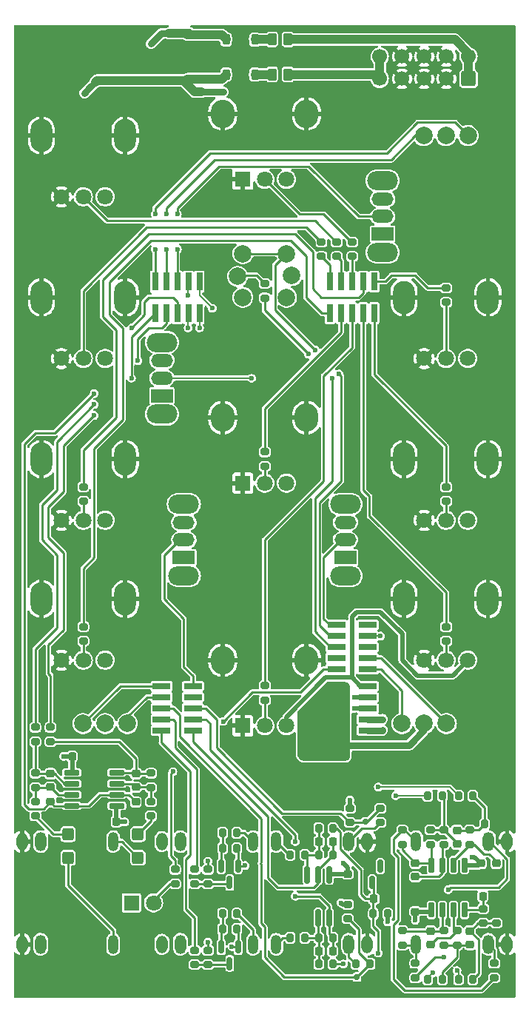
<source format=gbl>
%TF.GenerationSoftware,KiCad,Pcbnew,7.0.10*%
%TF.CreationDate,2024-02-19T01:53:30+05:30*%
%TF.ProjectId,Echo Cinematic,4563686f-2043-4696-9e65-6d617469632e,rev?*%
%TF.SameCoordinates,Original*%
%TF.FileFunction,Copper,L4,Bot*%
%TF.FilePolarity,Positive*%
%FSLAX46Y46*%
G04 Gerber Fmt 4.6, Leading zero omitted, Abs format (unit mm)*
G04 Created by KiCad (PCBNEW 7.0.10) date 2024-02-19 01:53:30*
%MOMM*%
%LPD*%
G01*
G04 APERTURE LIST*
G04 Aperture macros list*
%AMRoundRect*
0 Rectangle with rounded corners*
0 $1 Rounding radius*
0 $2 $3 $4 $5 $6 $7 $8 $9 X,Y pos of 4 corners*
0 Add a 4 corners polygon primitive as box body*
4,1,4,$2,$3,$4,$5,$6,$7,$8,$9,$2,$3,0*
0 Add four circle primitives for the rounded corners*
1,1,$1+$1,$2,$3*
1,1,$1+$1,$4,$5*
1,1,$1+$1,$6,$7*
1,1,$1+$1,$8,$9*
0 Add four rect primitives between the rounded corners*
20,1,$1+$1,$2,$3,$4,$5,0*
20,1,$1+$1,$4,$5,$6,$7,0*
20,1,$1+$1,$6,$7,$8,$9,0*
20,1,$1+$1,$8,$9,$2,$3,0*%
G04 Aperture macros list end*
%TA.AperFunction,SMDPad,CuDef*%
%ADD10RoundRect,0.200000X0.275000X-0.200000X0.275000X0.200000X-0.275000X0.200000X-0.275000X-0.200000X0*%
%TD*%
%TA.AperFunction,SMDPad,CuDef*%
%ADD11RoundRect,0.200000X-0.200000X-0.275000X0.200000X-0.275000X0.200000X0.275000X-0.200000X0.275000X0*%
%TD*%
%TA.AperFunction,ComponentPad*%
%ADD12O,1.300000X2.200000*%
%TD*%
%TA.AperFunction,ComponentPad*%
%ADD13O,1.300000X2.000000*%
%TD*%
%TA.AperFunction,ComponentPad*%
%ADD14O,1.200000X2.200000*%
%TD*%
%TA.AperFunction,ComponentPad*%
%ADD15C,1.800000*%
%TD*%
%TA.AperFunction,ComponentPad*%
%ADD16O,2.500000X3.800000*%
%TD*%
%TA.AperFunction,ComponentPad*%
%ADD17C,2.000000*%
%TD*%
%TA.AperFunction,ComponentPad*%
%ADD18O,2.720000X3.240000*%
%TD*%
%TA.AperFunction,ComponentPad*%
%ADD19R,1.800000X1.800000*%
%TD*%
%TA.AperFunction,ComponentPad*%
%ADD20O,2.500000X1.500000*%
%TD*%
%TA.AperFunction,ComponentPad*%
%ADD21R,2.500000X1.500000*%
%TD*%
%TA.AperFunction,ComponentPad*%
%ADD22O,3.500000X2.200000*%
%TD*%
%TA.AperFunction,SMDPad,CuDef*%
%ADD23RoundRect,0.250000X0.475000X-0.250000X0.475000X0.250000X-0.475000X0.250000X-0.475000X-0.250000X0*%
%TD*%
%TA.AperFunction,SMDPad,CuDef*%
%ADD24RoundRect,0.225000X0.250000X-0.225000X0.250000X0.225000X-0.250000X0.225000X-0.250000X-0.225000X0*%
%TD*%
%TA.AperFunction,SMDPad,CuDef*%
%ADD25RoundRect,0.225000X-0.250000X0.225000X-0.250000X-0.225000X0.250000X-0.225000X0.250000X0.225000X0*%
%TD*%
%TA.AperFunction,SMDPad,CuDef*%
%ADD26RoundRect,0.225000X-0.225000X-0.250000X0.225000X-0.250000X0.225000X0.250000X-0.225000X0.250000X0*%
%TD*%
%TA.AperFunction,SMDPad,CuDef*%
%ADD27RoundRect,0.225000X0.225000X0.250000X-0.225000X0.250000X-0.225000X-0.250000X0.225000X-0.250000X0*%
%TD*%
%TA.AperFunction,SMDPad,CuDef*%
%ADD28RoundRect,0.225000X-0.225000X-0.375000X0.225000X-0.375000X0.225000X0.375000X-0.225000X0.375000X0*%
%TD*%
%TA.AperFunction,SMDPad,CuDef*%
%ADD29RoundRect,0.225000X0.225000X0.375000X-0.225000X0.375000X-0.225000X-0.375000X0.225000X-0.375000X0*%
%TD*%
%TA.AperFunction,ComponentPad*%
%ADD30C,1.700000*%
%TD*%
%TA.AperFunction,ComponentPad*%
%ADD31RoundRect,0.250000X0.600000X-0.600000X0.600000X0.600000X-0.600000X0.600000X-0.600000X-0.600000X0*%
%TD*%
%TA.AperFunction,SMDPad,CuDef*%
%ADD32RoundRect,0.250000X0.262500X0.450000X-0.262500X0.450000X-0.262500X-0.450000X0.262500X-0.450000X0*%
%TD*%
%TA.AperFunction,SMDPad,CuDef*%
%ADD33RoundRect,0.200000X0.200000X0.275000X-0.200000X0.275000X-0.200000X-0.275000X0.200000X-0.275000X0*%
%TD*%
%TA.AperFunction,SMDPad,CuDef*%
%ADD34RoundRect,0.200000X-0.275000X0.200000X-0.275000X-0.200000X0.275000X-0.200000X0.275000X0.200000X0*%
%TD*%
%TA.AperFunction,SMDPad,CuDef*%
%ADD35RoundRect,0.150000X0.150000X-0.825000X0.150000X0.825000X-0.150000X0.825000X-0.150000X-0.825000X0*%
%TD*%
%TA.AperFunction,SMDPad,CuDef*%
%ADD36RoundRect,0.150000X0.150000X-0.587500X0.150000X0.587500X-0.150000X0.587500X-0.150000X-0.587500X0*%
%TD*%
%TA.AperFunction,SMDPad,CuDef*%
%ADD37RoundRect,0.150000X-0.150000X0.587500X-0.150000X-0.587500X0.150000X-0.587500X0.150000X0.587500X0*%
%TD*%
%TA.AperFunction,SMDPad,CuDef*%
%ADD38RoundRect,0.250000X-0.450000X0.262500X-0.450000X-0.262500X0.450000X-0.262500X0.450000X0.262500X0*%
%TD*%
%TA.AperFunction,SMDPad,CuDef*%
%ADD39RoundRect,0.250000X0.425000X-0.450000X0.425000X0.450000X-0.425000X0.450000X-0.425000X-0.450000X0*%
%TD*%
%TA.AperFunction,SMDPad,CuDef*%
%ADD40RoundRect,0.150000X-0.150000X0.725000X-0.150000X-0.725000X0.150000X-0.725000X0.150000X0.725000X0*%
%TD*%
%TA.AperFunction,SMDPad,CuDef*%
%ADD41R,2.100000X0.750000*%
%TD*%
%TA.AperFunction,SMDPad,CuDef*%
%ADD42R,0.750000X2.100000*%
%TD*%
%TA.AperFunction,SMDPad,CuDef*%
%ADD43RoundRect,0.150000X0.725000X0.150000X-0.725000X0.150000X-0.725000X-0.150000X0.725000X-0.150000X0*%
%TD*%
%TA.AperFunction,SMDPad,CuDef*%
%ADD44RoundRect,0.150000X0.150000X0.200000X-0.150000X0.200000X-0.150000X-0.200000X0.150000X-0.200000X0*%
%TD*%
%TA.AperFunction,SMDPad,CuDef*%
%ADD45RoundRect,0.150000X-0.200000X0.150000X-0.200000X-0.150000X0.200000X-0.150000X0.200000X0.150000X0*%
%TD*%
%TA.AperFunction,ViaPad*%
%ADD46C,0.600000*%
%TD*%
%TA.AperFunction,Conductor*%
%ADD47C,0.250000*%
%TD*%
%TA.AperFunction,Conductor*%
%ADD48C,0.800000*%
%TD*%
%TA.AperFunction,Conductor*%
%ADD49C,0.200000*%
%TD*%
%TA.AperFunction,Conductor*%
%ADD50C,0.500000*%
%TD*%
%TA.AperFunction,Conductor*%
%ADD51C,1.000000*%
%TD*%
G04 APERTURE END LIST*
D10*
%TO.P,R28,2*%
%TO.N,Net-(J6-PadTN)*%
X120250000Y-144425000D03*
%TO.P,R28,1*%
%TO.N,/AUDIO_OUT_1*%
X120250000Y-146075000D03*
%TD*%
D11*
%TO.P,R27,2*%
%TO.N,/J_DET_CV_A*%
X106075000Y-144500000D03*
%TO.P,R27,1*%
%TO.N,Net-(J9-PadR)*%
X104425000Y-144500000D03*
%TD*%
D10*
%TO.P,R19,2*%
%TO.N,/AUDIO_OUT_2*%
X111250000Y-144425000D03*
%TO.P,R19,1*%
%TO.N,Net-(J5-PadTN)*%
X111250000Y-146075000D03*
%TD*%
%TO.P,R18,2*%
%TO.N,/J_DET_CV_B*%
X107250000Y-126675000D03*
%TO.P,R18,1*%
%TO.N,Net-(J7-PadR)*%
X107250000Y-128325000D03*
%TD*%
D12*
%TO.P,J9,R*%
%TO.N,Net-(J9-PadR)*%
X103630000Y-142250000D03*
D13*
%TO.P,J9,S*%
%TO.N,GNDA*%
X105750000Y-142250000D03*
D14*
%TO.P,J9,T*%
%TO.N,Net-(J9-PadT)*%
X95330000Y-142250000D03*
%TD*%
%TO.P,J7,T*%
%TO.N,Net-(J7-PadT)*%
X95330000Y-130500000D03*
D13*
%TO.P,J7,S*%
%TO.N,GNDA*%
X105750000Y-130500000D03*
D12*
%TO.P,J7,R*%
%TO.N,Net-(J7-PadR)*%
X103630000Y-130500000D03*
%TD*%
%TO.P,J2,TN*%
%TO.N,unconnected-(J2-PadTN)*%
X84370000Y-130500000D03*
D14*
%TO.P,J2,T*%
%TO.N,Net-(J2-PadT)*%
X92670000Y-130500000D03*
D13*
%TO.P,J2,S*%
%TO.N,GND*%
X82250000Y-130500000D03*
%TD*%
D12*
%TO.P,J5,TN*%
%TO.N,Net-(J5-PadTN)*%
X119630000Y-130500000D03*
D14*
%TO.P,J5,T*%
%TO.N,/AUDIO_OUT_1*%
X111330000Y-130500000D03*
D13*
%TO.P,J5,S*%
%TO.N,GNDA*%
X121750000Y-130500000D03*
%TD*%
%TO.P,J6,S*%
%TO.N,GNDA*%
X121750000Y-142250000D03*
D14*
%TO.P,J6,T*%
%TO.N,/AUDIO_OUT_2*%
X111330000Y-142250000D03*
D12*
%TO.P,J6,TN*%
%TO.N,Net-(J6-PadTN)*%
X119630000Y-142250000D03*
%TD*%
D15*
%TO.P,RV4,3,3*%
%TO.N,+3.3VA*%
X117250000Y-93750000D03*
%TO.P,RV4,2,2*%
%TO.N,Net-(R34-Pad1)*%
X114750000Y-93750000D03*
D16*
%TO.P,RV4,1,1*%
%TO.N,GNDA*%
X119550000Y-86750000D03*
D15*
X112250000Y-93750000D03*
D16*
X109950000Y-86750000D03*
%TD*%
D15*
%TO.P,RV2,3,3*%
%TO.N,+3.3VA*%
X117250000Y-75250000D03*
%TO.P,RV2,2,2*%
%TO.N,Net-(R36-Pad1)*%
X114750000Y-75250000D03*
D16*
%TO.P,RV2,1,1*%
%TO.N,GNDA*%
X119550000Y-68250000D03*
D15*
X112250000Y-75250000D03*
D16*
X109950000Y-68250000D03*
%TD*%
D15*
%TO.P,RV5,3,3*%
%TO.N,+3.3VA*%
X75750000Y-109750000D03*
%TO.P,RV5,2,2*%
%TO.N,Net-(R40-Pad1)*%
X73250000Y-109750000D03*
D16*
%TO.P,RV5,1,1*%
%TO.N,GNDA*%
X78050000Y-102750000D03*
D15*
X70750000Y-109750000D03*
D16*
X68450000Y-102750000D03*
%TD*%
D15*
%TO.P,RV6,3,3*%
%TO.N,+3.3VA*%
X75750000Y-75250000D03*
%TO.P,RV6,2,2*%
%TO.N,Net-(R44-Pad1)*%
X73250000Y-75250000D03*
D16*
%TO.P,RV6,1,1*%
%TO.N,GNDA*%
X78050000Y-68250000D03*
D15*
X70750000Y-75250000D03*
D16*
X68450000Y-68250000D03*
%TD*%
D15*
%TO.P,RV7,3,3*%
%TO.N,+3.3VA*%
X75750000Y-93750000D03*
%TO.P,RV7,2,2*%
%TO.N,Net-(R46-Pad1)*%
X73250000Y-93750000D03*
D16*
%TO.P,RV7,1,1*%
%TO.N,GNDA*%
X78050000Y-86750000D03*
D15*
X70750000Y-93750000D03*
D16*
X68450000Y-86750000D03*
%TD*%
D15*
%TO.P,RV8,3,3*%
%TO.N,+3.3VA*%
X117250000Y-109750000D03*
%TO.P,RV8,2,2*%
%TO.N,Net-(R48-Pad1)*%
X114750000Y-109750000D03*
D16*
%TO.P,RV8,1,1*%
%TO.N,GNDA*%
X119550000Y-102750000D03*
D15*
X112250000Y-109750000D03*
D16*
X109950000Y-102750000D03*
%TD*%
D17*
%TO.P,SW1,3,C*%
%TO.N,/FilterTypeA*%
X109710000Y-117000000D03*
%TO.P,SW1,2,B*%
%TO.N,GND*%
X112250000Y-117000000D03*
%TO.P,SW1,1,A*%
%TO.N,/FilterTypeB*%
X114790000Y-117000000D03*
%TD*%
%TO.P,SW2,3,C*%
%TO.N,/PatchpointA*%
X73210000Y-117000000D03*
%TO.P,SW2,2,B*%
%TO.N,GND*%
X75750000Y-117000000D03*
%TO.P,SW2,1,A*%
%TO.N,/PatchpointB*%
X78290000Y-117000000D03*
%TD*%
D15*
%TO.P,RV3,3,3*%
%TO.N,+3.3VA*%
X96500000Y-89500000D03*
%TO.P,RV3,2,2*%
%TO.N,Net-(R38-Pad1)*%
X94000000Y-89500000D03*
D18*
%TO.P,RV3,1,1*%
%TO.N,GNDA*%
X98800000Y-82000000D03*
X89200000Y-82000000D03*
D19*
X91500000Y-89500000D03*
%TD*%
D15*
%TO.P,RV1,3,3*%
%TO.N,+3.3VA*%
X75750000Y-56750000D03*
%TO.P,RV1,2,2*%
%TO.N,Net-(R32-Pad1)*%
X73250000Y-56750000D03*
D16*
%TO.P,RV1,1,1*%
%TO.N,GNDA*%
X78050000Y-49750000D03*
D15*
X70750000Y-56750000D03*
D16*
X68450000Y-49750000D03*
%TD*%
D12*
%TO.P,J8,TN*%
%TO.N,unconnected-(J8-PadTN)*%
X68370000Y-130500000D03*
D14*
%TO.P,J8,T*%
%TO.N,/AUDIO IN/AUDIO_IN_L*%
X76670000Y-130500000D03*
D13*
%TO.P,J8,S*%
%TO.N,GNDA*%
X66250000Y-130500000D03*
%TD*%
D17*
%TO.P,SW3,4,A*%
%TO.N,/TapButton*%
X91500000Y-63250000D03*
X96500000Y-63250000D03*
%TO.P,SW3,3,K*%
%TO.N,Net-(SW3-K)*%
X90900000Y-65850000D03*
%TO.P,SW3,2,2*%
%TO.N,GND*%
X97100000Y-65750000D03*
%TO.P,SW3,1,1*%
X91500000Y-68250000D03*
X96500000Y-68250000D03*
%TD*%
D15*
%TO.P,RV9,3,3*%
%TO.N,+3.3VA*%
X96500000Y-54750000D03*
%TO.P,RV9,2,2*%
%TO.N,Net-(R42-Pad1)*%
X94000000Y-54750000D03*
D18*
%TO.P,RV9,1,1*%
%TO.N,GNDA*%
X98800000Y-47250000D03*
X89200000Y-47250000D03*
D19*
X91500000Y-54750000D03*
%TD*%
D15*
%TO.P,RV10,3,3*%
%TO.N,+3.3VA*%
X96500000Y-117250000D03*
%TO.P,RV10,2,2*%
%TO.N,Net-(R9-Pad1)*%
X94000000Y-117250000D03*
D18*
%TO.P,RV10,1,1*%
%TO.N,GNDA*%
X98800000Y-109750000D03*
X89200000Y-109750000D03*
D19*
X91500000Y-117250000D03*
%TD*%
D12*
%TO.P,J4,TN*%
%TO.N,unconnected-(J4-PadTN)*%
X84370000Y-142250000D03*
D14*
%TO.P,J4,T*%
%TO.N,Net-(J4-PadT)*%
X92670000Y-142250000D03*
D13*
%TO.P,J4,S*%
%TO.N,GND*%
X82250000Y-142250000D03*
%TD*%
D20*
%TO.P,SW9,3,C*%
%TO.N,GND*%
X107500000Y-57000000D03*
%TO.P,SW9,2,B*%
%TO.N,/DecoupleSwitch*%
X107500000Y-59000000D03*
D21*
%TO.P,SW9,1,A*%
%TO.N,unconnected-(SW9-A-Pad1)*%
X107500000Y-61000000D03*
D22*
%TO.P,SW9,*%
%TO.N,*%
X107500000Y-54900000D03*
X107500000Y-63100000D03*
%TD*%
D12*
%TO.P,J16,TN*%
%TO.N,unconnected-(J16-PadTN)*%
X68370000Y-142250000D03*
D14*
%TO.P,J16,T*%
%TO.N,/AUDIO IN/AUDIO_IN_R*%
X76670000Y-142250000D03*
D13*
%TO.P,J16,S*%
%TO.N,GNDA*%
X66250000Y-142250000D03*
%TD*%
D20*
%TO.P,SW8,3,C*%
%TO.N,GND*%
X82250000Y-75500000D03*
%TO.P,SW8,2,B*%
%TO.N,/DepthOrSpeed*%
X82250000Y-77500000D03*
D21*
%TO.P,SW8,1,A*%
%TO.N,unconnected-(SW8-A-Pad1)*%
X82250000Y-79500000D03*
D22*
%TO.P,SW8,*%
%TO.N,*%
X82250000Y-73400000D03*
X82250000Y-81600000D03*
%TD*%
D15*
%TO.P,D3,2,A*%
%TO.N,Net-(D3-A)*%
X81290000Y-137500000D03*
D19*
%TO.P,D3,1,K*%
%TO.N,GND*%
X78750000Y-137500000D03*
%TD*%
D20*
%TO.P,SW6,3,C*%
%TO.N,GND*%
X103250000Y-94000000D03*
%TO.P,SW6,2,B*%
%TO.N,/PingPong*%
X103250000Y-96000000D03*
D21*
%TO.P,SW6,1,A*%
%TO.N,unconnected-(SW6-A-Pad1)*%
X103250000Y-98000000D03*
D22*
%TO.P,SW6,*%
%TO.N,*%
X103250000Y-91900000D03*
X103250000Y-100100000D03*
%TD*%
D20*
%TO.P,SW7,3,C*%
%TO.N,GND*%
X84750000Y-94000000D03*
%TO.P,SW7,2,B*%
%TO.N,/RecordProtect*%
X84750000Y-96000000D03*
D21*
%TO.P,SW7,1,A*%
%TO.N,unconnected-(SW7-A-Pad1)*%
X84750000Y-98000000D03*
D22*
%TO.P,SW7,*%
%TO.N,*%
X84750000Y-91900000D03*
X84750000Y-100100000D03*
%TD*%
D17*
%TO.P,SW10,3,C*%
%TO.N,/MultiplySwitchA*%
X112210000Y-49750000D03*
%TO.P,SW10,2,B*%
%TO.N,GND*%
X114750000Y-49750000D03*
%TO.P,SW10,1,A*%
%TO.N,/MultiplySwitchB*%
X117290000Y-49750000D03*
%TD*%
D23*
%TO.P,C1,2*%
%TO.N,GNDA*%
X85000000Y-41550000D03*
%TO.P,C1,1*%
%TO.N,+12VA*%
X85000000Y-43450000D03*
%TD*%
%TO.P,C2,2*%
%TO.N,-12VA*%
X85000000Y-38050000D03*
%TO.P,C2,1*%
%TO.N,GNDA*%
X85000000Y-39950000D03*
%TD*%
D24*
%TO.P,C3,2*%
%TO.N,GNDA*%
X87750000Y-41725000D03*
%TO.P,C3,1*%
%TO.N,+12VA*%
X87750000Y-43275000D03*
%TD*%
%TO.P,C5,2*%
%TO.N,Net-(C5-Pad2)*%
X116000000Y-129225000D03*
%TO.P,C5,1*%
%TO.N,Net-(C5-Pad1)*%
X116000000Y-130775000D03*
%TD*%
D25*
%TO.P,C6,2*%
%TO.N,GNDA*%
X120500000Y-134525000D03*
%TO.P,C6,1*%
%TO.N,Net-(U8A-+)*%
X120500000Y-132975000D03*
%TD*%
D24*
%TO.P,C8,2*%
%TO.N,Net-(C8-Pad2)*%
X117500000Y-140725000D03*
%TO.P,C8,1*%
%TO.N,Net-(C8-Pad1)*%
X117500000Y-142275000D03*
%TD*%
D26*
%TO.P,C9,2*%
%TO.N,GNDA*%
X120525000Y-136750000D03*
%TO.P,C9,1*%
%TO.N,Net-(U8B-+)*%
X118975000Y-136750000D03*
%TD*%
D27*
%TO.P,C10,2*%
%TO.N,Net-(U3A--)*%
X100225000Y-143000000D03*
%TO.P,C10,1*%
%TO.N,/CVInB*%
X101775000Y-143000000D03*
%TD*%
%TO.P,C11,2*%
%TO.N,Net-(U3B--)*%
X100225000Y-130500000D03*
%TO.P,C11,1*%
%TO.N,/CVInA*%
X101775000Y-130500000D03*
%TD*%
D25*
%TO.P,C12,2*%
%TO.N,GNDA*%
X103500000Y-135747000D03*
%TO.P,C12,1*%
%TO.N,+3.3VA*%
X103500000Y-134197000D03*
%TD*%
%TO.P,C13,2*%
%TO.N,GNDA*%
X69500000Y-127525000D03*
%TO.P,C13,1*%
%TO.N,/AUDIO_VCOM*%
X69500000Y-125975000D03*
%TD*%
D26*
%TO.P,C14,2*%
%TO.N,GNDA*%
X108025000Y-137044000D03*
%TO.P,C14,1*%
%TO.N,/CV INPUTS/-10V_REF*%
X106475000Y-137044000D03*
%TD*%
D24*
%TO.P,C17,2*%
%TO.N,Net-(C17-Pad2)*%
X113000000Y-140725000D03*
%TO.P,C17,1*%
%TO.N,Net-(U8B--)*%
X113000000Y-142275000D03*
%TD*%
D28*
%TO.P,D1,2,A*%
%TO.N,Net-(D1-A)*%
X92900000Y-42750000D03*
%TO.P,D1,1,K*%
%TO.N,+12VA*%
X89600000Y-42750000D03*
%TD*%
D29*
%TO.P,D2,2,A*%
%TO.N,-12VA*%
X89600000Y-38750000D03*
%TO.P,D2,1,K*%
%TO.N,Net-(D2-K)*%
X92900000Y-38750000D03*
%TD*%
D30*
%TO.P,J1,10,Pin_10*%
%TO.N,Net-(J1-Pin_10)*%
X107170000Y-40712500D03*
%TO.P,J1,9,Pin_9*%
X107170000Y-43252500D03*
%TO.P,J1,8,Pin_8*%
%TO.N,GNDA*%
X109710000Y-40712500D03*
%TO.P,J1,7,Pin_7*%
X109710000Y-43252500D03*
%TO.P,J1,6,Pin_6*%
X112250000Y-40712500D03*
%TO.P,J1,5,Pin_5*%
X112250000Y-43252500D03*
%TO.P,J1,4,Pin_4*%
X114790000Y-40712500D03*
%TO.P,J1,3,Pin_3*%
X114790000Y-43252500D03*
%TO.P,J1,2,Pin_2*%
%TO.N,Net-(J1-Pin_1)*%
X117330000Y-40712500D03*
D31*
%TO.P,J1,1,Pin_1*%
X117330000Y-43252500D03*
%TD*%
D32*
%TO.P,L1,2,2*%
%TO.N,Net-(D1-A)*%
X94837500Y-42750000D03*
%TO.P,L1,1,1*%
%TO.N,Net-(J1-Pin_10)*%
X96662500Y-42750000D03*
%TD*%
%TO.P,L2,2,2*%
%TO.N,Net-(D2-K)*%
X94837500Y-38750000D03*
%TO.P,L2,1,1*%
%TO.N,Net-(J1-Pin_1)*%
X96662500Y-38750000D03*
%TD*%
D33*
%TO.P,R1,2*%
%TO.N,/AUDIO_OUT_L+*%
X112675000Y-125250000D03*
%TO.P,R1,1*%
%TO.N,Net-(C5-Pad1)*%
X114325000Y-125250000D03*
%TD*%
%TO.P,R2,2*%
%TO.N,/AUDIO_OUT_L-*%
X116175000Y-125250000D03*
%TO.P,R2,1*%
%TO.N,Net-(C5-Pad2)*%
X117825000Y-125250000D03*
%TD*%
D10*
%TO.P,R3,2*%
%TO.N,Net-(C5-Pad1)*%
X114500000Y-129175000D03*
%TO.P,R3,1*%
%TO.N,Net-(U8A--)*%
X114500000Y-130825000D03*
%TD*%
%TO.P,R4,2*%
%TO.N,Net-(C5-Pad2)*%
X117500000Y-129175000D03*
%TO.P,R4,1*%
%TO.N,Net-(U8A-+)*%
X117500000Y-130825000D03*
%TD*%
D11*
%TO.P,R5,2*%
%TO.N,Net-(J2-PadT)*%
X90825000Y-129500000D03*
%TO.P,R5,1*%
%TO.N,Net-(Q1-B)*%
X89175000Y-129500000D03*
%TD*%
D10*
%TO.P,R7,2*%
%TO.N,+3.3V*%
X87500000Y-133675000D03*
%TO.P,R7,1*%
%TO.N,Net-(Q1-C)*%
X87500000Y-135325000D03*
%TD*%
%TO.P,R8,2*%
%TO.N,/GateInA*%
X86000000Y-133675000D03*
%TO.P,R8,1*%
%TO.N,Net-(Q1-C)*%
X86000000Y-135325000D03*
%TD*%
D33*
%TO.P,R20,2*%
%TO.N,Net-(U3A--)*%
X100175000Y-141500000D03*
%TO.P,R20,1*%
%TO.N,/CVInB*%
X101825000Y-141500000D03*
%TD*%
D11*
%TO.P,R21,2*%
%TO.N,/CV INPUTS/-10V_REF*%
X101825000Y-144500000D03*
%TO.P,R21,1*%
%TO.N,Net-(U3A--)*%
X100175000Y-144500000D03*
%TD*%
D33*
%TO.P,R22,2*%
%TO.N,Net-(J9-PadT)*%
X96925000Y-141500000D03*
%TO.P,R22,1*%
%TO.N,Net-(U3A--)*%
X98575000Y-141500000D03*
%TD*%
%TO.P,R23,2*%
%TO.N,Net-(U3B--)*%
X100175000Y-132000000D03*
%TO.P,R23,1*%
%TO.N,/CVInA*%
X101825000Y-132000000D03*
%TD*%
D11*
%TO.P,R24,2*%
%TO.N,/CV INPUTS/-10V_REF*%
X101825000Y-129000000D03*
%TO.P,R24,1*%
%TO.N,Net-(U3B--)*%
X100175000Y-129000000D03*
%TD*%
D33*
%TO.P,R25,2*%
%TO.N,/CV INPUTS/-10V_REF*%
X106425000Y-138750000D03*
%TO.P,R25,1*%
%TO.N,-12VA*%
X108075000Y-138750000D03*
%TD*%
%TO.P,R26,2*%
%TO.N,Net-(J7-PadT)*%
X96925000Y-132000000D03*
%TO.P,R26,1*%
%TO.N,Net-(U3B--)*%
X98575000Y-132000000D03*
%TD*%
D34*
%TO.P,R29,2*%
%TO.N,Net-(C30-Pad2)*%
X67750000Y-127575000D03*
%TO.P,R29,1*%
%TO.N,Net-(U2B--)*%
X67750000Y-125925000D03*
%TD*%
D11*
%TO.P,R31,2*%
%TO.N,GNDA*%
X120825000Y-128500000D03*
%TO.P,R31,1*%
%TO.N,Net-(C5-Pad2)*%
X119175000Y-128500000D03*
%TD*%
D34*
%TO.P,R33,2*%
%TO.N,Net-(C7-Pad2)*%
X113000000Y-130825000D03*
%TO.P,R33,1*%
%TO.N,Net-(C5-Pad1)*%
X113000000Y-129175000D03*
%TD*%
%TO.P,R35,2*%
%TO.N,Net-(C7-Pad2)*%
X109750000Y-130825000D03*
%TO.P,R35,1*%
%TO.N,/AUDIO_OUT_1*%
X109750000Y-129175000D03*
%TD*%
D33*
%TO.P,R37,2*%
%TO.N,/AUDIO_OUT_R+*%
X112675000Y-146250000D03*
%TO.P,R37,1*%
%TO.N,Net-(C8-Pad1)*%
X114325000Y-146250000D03*
%TD*%
D10*
%TO.P,R41,2*%
%TO.N,GNDA*%
X120500000Y-138175000D03*
%TO.P,R41,1*%
%TO.N,Net-(C8-Pad2)*%
X120500000Y-139825000D03*
%TD*%
D34*
%TO.P,R43,2*%
%TO.N,Net-(C8-Pad1)*%
X116000000Y-142325000D03*
%TO.P,R43,1*%
%TO.N,Net-(U8B--)*%
X116000000Y-140675000D03*
%TD*%
%TO.P,R45,2*%
%TO.N,Net-(C8-Pad2)*%
X119000000Y-139825000D03*
%TO.P,R45,1*%
%TO.N,Net-(U8B-+)*%
X119000000Y-138175000D03*
%TD*%
D10*
%TO.P,R47,2*%
%TO.N,Net-(C17-Pad2)*%
X114500000Y-140675000D03*
%TO.P,R47,1*%
%TO.N,Net-(C8-Pad1)*%
X114500000Y-142325000D03*
%TD*%
%TO.P,R49,2*%
%TO.N,Net-(C17-Pad2)*%
X109750000Y-140675000D03*
%TO.P,R49,1*%
%TO.N,/AUDIO_OUT_2*%
X109750000Y-142325000D03*
%TD*%
D35*
%TO.P,U3,8,V+*%
%TO.N,+3.3VA*%
X101405000Y-134275000D03*
%TO.P,U3,7*%
%TO.N,/CVInA*%
X100135000Y-134275000D03*
%TO.P,U3,6,-*%
%TO.N,Net-(U3B--)*%
X98865000Y-134275000D03*
%TO.P,U3,5,+*%
%TO.N,GNDA*%
X97595000Y-134275000D03*
%TO.P,U3,4,V-*%
X97595000Y-139225000D03*
%TO.P,U3,3,+*%
X98865000Y-139225000D03*
%TO.P,U3,2,-*%
%TO.N,Net-(U3A--)*%
X100135000Y-139225000D03*
%TO.P,U3,1*%
%TO.N,/CVInB*%
X101405000Y-139225000D03*
%TD*%
D36*
%TO.P,U5,3*%
%TO.N,N/C*%
X107250000Y-133312500D03*
%TO.P,U5,2,A*%
%TO.N,/CV INPUTS/-10V_REF*%
X106300000Y-135187500D03*
%TO.P,U5,1,K*%
%TO.N,GNDA*%
X108200000Y-135187500D03*
%TD*%
D34*
%TO.P,R32,2*%
%TO.N,/FxSend*%
X102250000Y-63575000D03*
%TO.P,R32,1*%
%TO.N,Net-(R32-Pad1)*%
X102250000Y-61925000D03*
%TD*%
D10*
%TO.P,R34,2*%
%TO.N,/ReverbFeedback*%
X114750000Y-89925000D03*
%TO.P,R34,1*%
%TO.N,Net-(R34-Pad1)*%
X114750000Y-91575000D03*
%TD*%
%TO.P,R36,2*%
%TO.N,/ReverbSend*%
X114750000Y-67175000D03*
%TO.P,R36,1*%
%TO.N,Net-(R36-Pad1)*%
X114750000Y-68825000D03*
%TD*%
%TO.P,R38,2*%
%TO.N,/DelayFeedback*%
X94000000Y-85925000D03*
%TO.P,R38,1*%
%TO.N,Net-(R38-Pad1)*%
X94000000Y-87575000D03*
%TD*%
%TO.P,R40,2*%
%TO.N,/EqGain*%
X73250000Y-105925000D03*
%TO.P,R40,1*%
%TO.N,Net-(R40-Pad1)*%
X73250000Y-107575000D03*
%TD*%
D34*
%TO.P,R42,2*%
%TO.N,/DelayTime*%
X104000000Y-63575000D03*
%TO.P,R42,1*%
%TO.N,Net-(R42-Pad1)*%
X104000000Y-61925000D03*
%TD*%
%TO.P,R44,2*%
%TO.N,/DelayModulation*%
X100500000Y-63575000D03*
%TO.P,R44,1*%
%TO.N,Net-(R44-Pad1)*%
X100500000Y-61925000D03*
%TD*%
D10*
%TO.P,R46,2*%
%TO.N,/EqModulation*%
X73250000Y-89925000D03*
%TO.P,R46,1*%
%TO.N,Net-(R46-Pad1)*%
X73250000Y-91575000D03*
%TD*%
%TO.P,R48,2*%
%TO.N,/EqResonance*%
X114750000Y-105925000D03*
%TO.P,R48,1*%
%TO.N,Net-(R48-Pad1)*%
X114750000Y-107575000D03*
%TD*%
D25*
%TO.P,C16,2*%
%TO.N,GNDA*%
X118750000Y-134525000D03*
%TO.P,C16,1*%
%TO.N,-12VA*%
X118750000Y-132975000D03*
%TD*%
%TO.P,C18,2*%
%TO.N,+12VA*%
X111250000Y-138525000D03*
%TO.P,C18,1*%
%TO.N,GNDA*%
X111250000Y-136975000D03*
%TD*%
D24*
%TO.P,C7,2*%
%TO.N,Net-(C7-Pad2)*%
X111250000Y-132975000D03*
%TO.P,C7,1*%
%TO.N,Net-(U8A--)*%
X111250000Y-134525000D03*
%TD*%
D33*
%TO.P,R6,2*%
%TO.N,Net-(Q1-B)*%
X89175000Y-131250000D03*
%TO.P,R6,1*%
%TO.N,GND*%
X90825000Y-131250000D03*
%TD*%
D37*
%TO.P,Q1,3,C*%
%TO.N,Net-(Q1-C)*%
X90000000Y-135187500D03*
%TO.P,Q1,2,E*%
%TO.N,GND*%
X90950000Y-133312500D03*
%TO.P,Q1,1,B*%
%TO.N,Net-(Q1-B)*%
X89050000Y-133312500D03*
%TD*%
D24*
%TO.P,C4,2*%
%TO.N,-12VA*%
X87750000Y-38225000D03*
%TO.P,C4,1*%
%TO.N,GNDA*%
X87750000Y-39775000D03*
%TD*%
D33*
%TO.P,R39,2*%
%TO.N,/AUDIO_OUT_R-*%
X116175000Y-146250000D03*
%TO.P,R39,1*%
%TO.N,Net-(C8-Pad2)*%
X117825000Y-146250000D03*
%TD*%
D10*
%TO.P,R15,2*%
%TO.N,Net-(SW3-K)*%
X94000000Y-66675000D03*
%TO.P,R15,1*%
%TO.N,/TapLED*%
X94000000Y-68325000D03*
%TD*%
D38*
%TO.P,R16,2*%
%TO.N,GNDA*%
X101750000Y-122412500D03*
%TO.P,R16,1*%
%TO.N,GND*%
X101750000Y-120587500D03*
%TD*%
D34*
%TO.P,R66,2*%
%TO.N,/J_DET_CV_B*%
X103750000Y-128325000D03*
%TO.P,R66,1*%
%TO.N,+3.3V*%
X103750000Y-126675000D03*
%TD*%
D10*
%TO.P,R12,2*%
%TO.N,+3.3V*%
X87500000Y-142925000D03*
%TO.P,R12,1*%
%TO.N,Net-(Q2-C)*%
X87500000Y-144575000D03*
%TD*%
D39*
%TO.P,C21,2*%
%TO.N,Net-(C21-Pad2)*%
X79500000Y-129650000D03*
%TO.P,C21,1*%
%TO.N,/AUDIO IN/AUDIO_IN_L*%
X79500000Y-132350000D03*
%TD*%
D40*
%TO.P,U8,8,V+*%
%TO.N,+12VA*%
X113095000Y-138325000D03*
%TO.P,U8,7*%
%TO.N,Net-(C17-Pad2)*%
X114365000Y-138325000D03*
%TO.P,U8,6,-*%
%TO.N,Net-(U8B--)*%
X115635000Y-138325000D03*
%TO.P,U8,5,+*%
%TO.N,Net-(U8B-+)*%
X116905000Y-138325000D03*
%TO.P,U8,4,V-*%
%TO.N,-12VA*%
X116905000Y-133175000D03*
%TO.P,U8,3,+*%
%TO.N,Net-(U8A-+)*%
X115635000Y-133175000D03*
%TO.P,U8,2,-*%
%TO.N,Net-(U8A--)*%
X114365000Y-133175000D03*
%TO.P,U8,1*%
%TO.N,Net-(C7-Pad2)*%
X113095000Y-133175000D03*
%TD*%
D41*
%TO.P,U1,E10,GPIO1(SDMMC1_D3)-PC11*%
%TO.N,/GateInB*%
X82200000Y-117790000D03*
%TO.P,U1,E9,GPIO2(SDMMC1_D2)-PC10*%
%TO.N,/GateInA*%
X82200000Y-116520000D03*
%TO.P,U1,E8,GPIO3(SDMMC1_D1)-PC9*%
%TO.N,/J_DET_CV_A*%
X82200000Y-115250000D03*
%TO.P,U1,E7,GPIO4(SDMMC1_D0)-PC8*%
%TO.N,/PatchpointB*%
X82200000Y-113980000D03*
%TO.P,U1,E6,GPIO5(SDMMC1_CMD)-PD2*%
%TO.N,/PatchpointA*%
X82200000Y-112710000D03*
%TO.P,U1,E5,GPIO6(SDMMC1_CK)-PC12*%
%TO.N,/RecordProtect*%
X85800000Y-112710000D03*
%TO.P,U1,E4,GPIO28(ADC11/SAI2_SCK_B)-PA2*%
%TO.N,unconnected-(U1-GPIO28(ADC11{slash}SAI2_SCK_B)-PA2-PadE4)*%
X85800000Y-113980000D03*
%TO.P,U1,E3,GPIO26(SAI2_SD_A)-PD11*%
%TO.N,/J_DET_CV_B*%
X85800000Y-115250000D03*
%TO.P,U1,E2,GPIO25(ADC10/SAI2_SD_B)-PA0*%
%TO.N,/CVInB*%
X85800000Y-116520000D03*
%TO.P,U1,E1,GPIO24(ADC9/SAI2_MCLK_B)-PA1*%
%TO.N,/CVInA*%
X85800000Y-117790000D03*
D42*
%TO.P,U1,D10,GPIO27(SAI2_FS_B)-PG9*%
%TO.N,/MultiplySwitchB*%
X81460000Y-66450000D03*
%TO.P,U1,D9,GPIO0(USB_HS_ID)-PB12*%
%TO.N,/MultiplySwitchA*%
X82730000Y-66450000D03*
%TO.P,U1,D8,GPIO32(ADC13/SPI2_MOSI)-PC3*%
%TO.N,/DecoupleSwitch*%
X84000000Y-66450000D03*
%TO.P,U1,D7,AUDIO_OUT_R-*%
%TO.N,/AUDIO_OUT_R-*%
X85270000Y-66450000D03*
%TO.P,U1,D6,AUDIO_OUT_R+*%
%TO.N,/AUDIO_OUT_R+*%
X86540000Y-66450000D03*
%TO.P,U1,D5,AUDIO_OUT_L+*%
%TO.N,/AUDIO_OUT_L+*%
X86540000Y-70050000D03*
%TO.P,U1,D4,AUDIO_OUT_L-*%
%TO.N,/AUDIO_OUT_L-*%
X85270000Y-70050000D03*
%TO.P,U1,D3,AUDIO_VCOM*%
%TO.N,/AUDIO_VCOM*%
X84000000Y-70050000D03*
%TO.P,U1,D2,AUDIO_IN_R*%
%TO.N,/AudioInR*%
X82730000Y-70050000D03*
%TO.P,U1,D1,AUDIO_IN_L*%
%TO.N,/AudioInL*%
X81460000Y-70050000D03*
%TO.P,U1,C10,GPIO31(ADC12/SPI2_MISO)-PC2*%
%TO.N,/DelayModulation*%
X101460000Y-66450000D03*
%TO.P,U1,C9,GPIO22(ADC7/DAC2)-PA5*%
%TO.N,/FxSend*%
X102730000Y-66450000D03*
%TO.P,U1,C8,GPIO23(ADC8/DAC1)-PA4*%
%TO.N,/DelayTime*%
X104000000Y-66450000D03*
%TO.P,U1,C7,GPIO15(ADC0)-PC0/INP10*%
%TO.N,/EqModulation*%
X105270000Y-66450000D03*
%TO.P,U1,C6,GPIO21(ADC6)-PC4/INP4*%
%TO.N,/ReverbSend*%
X106540000Y-66450000D03*
%TO.P,U1,C5,GPIO17(ADC2)-PB1/INP5*%
%TO.N,/ReverbFeedback*%
X106540000Y-70050000D03*
%TO.P,U1,C4,GPIO18(ADC3)-PA7/INP7*%
%TO.N,/EqResonance*%
X105270000Y-70050000D03*
%TO.P,U1,C3,GPIO20(ADC5)-PC1/INP11*%
%TO.N,/EqFrequency*%
X104000000Y-70050000D03*
%TO.P,U1,C2,GPIO19(ADC4)-PA6/INP3*%
%TO.N,/DelayFeedback*%
X102730000Y-70050000D03*
%TO.P,U1,C1,GPIO16(ADC1)-PA3/INP15*%
%TO.N,/EqGain*%
X101460000Y-70050000D03*
D41*
%TO.P,U1,B10,GPIO29(USB_HS_D_-)-PB14*%
%TO.N,/ClipLED*%
X102200000Y-110790000D03*
%TO.P,U1,B9,GPIO30(USB_HS_D_+)-PB15*%
%TO.N,unconnected-(U1-GPIO30(USB_HS_D_+)-PB15-PadB9)*%
X102200000Y-109520000D03*
%TO.P,U1,B8,GPIO12(I2C1_SDA)-PB9*%
%TO.N,/TapLED*%
X102200000Y-108250000D03*
%TO.P,U1,B7,GPIO11(I2C1_SCL)-PB8*%
%TO.N,/TapButton*%
X102200000Y-106980000D03*
%TO.P,U1,B6,GPIO7(SPI1_NSS)-PG10*%
%TO.N,/PingPong*%
X102200000Y-105710000D03*
%TO.P,U1,B5,GPIO14(USART1_RX)-PB7*%
%TO.N,unconnected-(U1-GPIO14(USART1_RX)-PB7-PadB5)*%
X105800000Y-105710000D03*
%TO.P,U1,B4,GPIO10(SPI1_MOSI)-PB5*%
%TO.N,/DepthOrSpeed*%
X105800000Y-106980000D03*
%TO.P,U1,B3,GPIO13(USART1_TX)-PB6*%
%TO.N,unconnected-(U1-GPIO13(USART1_TX)-PB6-PadB3)*%
X105800000Y-108250000D03*
%TO.P,U1,B2,GPIO8(SPI1_SCK)-PG11*%
%TO.N,/FilterTypeB*%
X105800000Y-109520000D03*
%TO.P,U1,B1,GPIO9(SPI1_MISO)-PB4*%
%TO.N,/FilterTypeA*%
X105800000Y-110790000D03*
%TO.P,U1,A10,GND*%
%TO.N,GND*%
X102200000Y-117790000D03*
%TO.P,U1,A9,GND*%
X102200000Y-116520000D03*
%TO.P,U1,A8,GND*%
X102200000Y-115250000D03*
%TO.P,U1,A7,GND*%
X102200000Y-113980000D03*
%TO.P,U1,A6,GND*%
X102200000Y-112710000D03*
%TO.P,U1,A5,3V3_A*%
%TO.N,+3.3VA*%
X105800000Y-112710000D03*
%TO.P,U1,A4,3V3_D*%
%TO.N,+3.3V*%
X105800000Y-113980000D03*
%TO.P,U1,A3,3V3_D*%
X105800000Y-115250000D03*
%TO.P,U1,A2,VIN*%
%TO.N,+12VA*%
X105800000Y-116520000D03*
%TO.P,U1,A1,VIN*%
X105800000Y-117790000D03*
%TD*%
D34*
%TO.P,R64,2*%
%TO.N,Net-(C21-Pad2)*%
X81000000Y-127575000D03*
%TO.P,R64,1*%
%TO.N,Net-(U2A--)*%
X81000000Y-125925000D03*
%TD*%
D43*
%TO.P,U2,8,V+*%
%TO.N,+12VA*%
X71925000Y-122595000D03*
%TO.P,U2,7*%
%TO.N,Net-(C32-Pad2)*%
X71925000Y-123865000D03*
%TO.P,U2,6,-*%
%TO.N,Net-(U2B--)*%
X71925000Y-125135000D03*
%TO.P,U2,5,+*%
%TO.N,/AUDIO_VCOM*%
X71925000Y-126405000D03*
%TO.P,U2,4,V-*%
%TO.N,-12VA*%
X77075000Y-126405000D03*
%TO.P,U2,3,+*%
%TO.N,/AUDIO_VCOM*%
X77075000Y-125135000D03*
%TO.P,U2,2,-*%
%TO.N,Net-(U2A--)*%
X77075000Y-123865000D03*
%TO.P,U2,1*%
%TO.N,Net-(C26-Pad2)*%
X77075000Y-122595000D03*
%TD*%
D33*
%TO.P,R11,2*%
%TO.N,Net-(Q2-B)*%
X89175000Y-140500000D03*
%TO.P,R11,1*%
%TO.N,GND*%
X90825000Y-140500000D03*
%TD*%
D34*
%TO.P,R58,2*%
%TO.N,Net-(D3-A)*%
X83750000Y-135325000D03*
%TO.P,R58,1*%
%TO.N,/ClipLED*%
X83750000Y-133675000D03*
%TD*%
%TO.P,R17,2*%
%TO.N,Net-(C26-Pad2)*%
X69500000Y-119075000D03*
%TO.P,R17,1*%
%TO.N,/AudioInL*%
X69500000Y-117425000D03*
%TD*%
%TO.P,R67,2*%
%TO.N,Net-(U2B--)*%
X67750000Y-124325000D03*
%TO.P,R67,1*%
%TO.N,Net-(C32-Pad2)*%
X67750000Y-122675000D03*
%TD*%
D25*
%TO.P,C31,2*%
%TO.N,GNDA*%
X79250000Y-127525000D03*
%TO.P,C31,1*%
%TO.N,/AUDIO_VCOM*%
X79250000Y-125975000D03*
%TD*%
D11*
%TO.P,R10,2*%
%TO.N,Net-(J4-PadT)*%
X90825000Y-138750000D03*
%TO.P,R10,1*%
%TO.N,Net-(Q2-B)*%
X89175000Y-138750000D03*
%TD*%
D10*
%TO.P,R9,2*%
%TO.N,/EqFrequency*%
X94000000Y-112675000D03*
%TO.P,R9,1*%
%TO.N,Net-(R9-Pad1)*%
X94000000Y-114325000D03*
%TD*%
D27*
%TO.P,C29,2*%
%TO.N,GNDA*%
X75475000Y-128250000D03*
%TO.P,C29,1*%
%TO.N,-12VA*%
X77025000Y-128250000D03*
%TD*%
D24*
%TO.P,C26,2*%
%TO.N,Net-(C26-Pad2)*%
X79250000Y-122725000D03*
%TO.P,C26,1*%
%TO.N,Net-(U2A--)*%
X79250000Y-124275000D03*
%TD*%
D34*
%TO.P,R70,2*%
%TO.N,Net-(C32-Pad2)*%
X67750000Y-119075000D03*
%TO.P,R70,1*%
%TO.N,/AudioInR*%
X67750000Y-117425000D03*
%TD*%
%TO.P,R65,2*%
%TO.N,/J_DET_CV_A*%
X103500000Y-139325000D03*
%TO.P,R65,1*%
%TO.N,+3.3V*%
X103500000Y-137675000D03*
%TD*%
%TO.P,R14,2*%
%TO.N,Net-(U2A--)*%
X81000000Y-124325000D03*
%TO.P,R14,1*%
%TO.N,Net-(C26-Pad2)*%
X81000000Y-122675000D03*
%TD*%
D44*
%TO.P,D4,2,A*%
%TO.N,GNDA*%
X105950000Y-146000000D03*
%TO.P,D4,1,K*%
%TO.N,/J_DET_CV_A*%
X104550000Y-146000000D03*
%TD*%
D37*
%TO.P,Q2,3,C*%
%TO.N,Net-(Q2-C)*%
X90000000Y-144437500D03*
%TO.P,Q2,2,E*%
%TO.N,GND*%
X90950000Y-142562500D03*
%TO.P,Q2,1,B*%
%TO.N,Net-(Q2-B)*%
X89050000Y-142562500D03*
%TD*%
D10*
%TO.P,R13,2*%
%TO.N,/GateInB*%
X86000000Y-142925000D03*
%TO.P,R13,1*%
%TO.N,Net-(Q2-C)*%
X86000000Y-144575000D03*
%TD*%
D27*
%TO.P,C28,2*%
%TO.N,+12VA*%
X71975000Y-120750000D03*
%TO.P,C28,1*%
%TO.N,GNDA*%
X73525000Y-120750000D03*
%TD*%
D24*
%TO.P,C32,2*%
%TO.N,Net-(C32-Pad2)*%
X69500000Y-122725000D03*
%TO.P,C32,1*%
%TO.N,Net-(U2B--)*%
X69500000Y-124275000D03*
%TD*%
D45*
%TO.P,D5,2,A*%
%TO.N,GNDA*%
X105500000Y-126800000D03*
%TO.P,D5,1,K*%
%TO.N,/J_DET_CV_B*%
X105500000Y-128200000D03*
%TD*%
D39*
%TO.P,C30,2*%
%TO.N,Net-(C30-Pad2)*%
X71500000Y-129650000D03*
%TO.P,C30,1*%
%TO.N,/AUDIO IN/AUDIO_IN_R*%
X71500000Y-132350000D03*
%TD*%
D46*
%TO.N,GNDA*%
X121000000Y-79500000D03*
X113000000Y-61250000D03*
X121250000Y-54000000D03*
X121250000Y-39500000D03*
X105500000Y-45500000D03*
X75000000Y-53500000D03*
X82500000Y-45500000D03*
X99500000Y-56250000D03*
X85500000Y-63250000D03*
X72500000Y-96000000D03*
X71750000Y-113750000D03*
X81750000Y-109750000D03*
X95500000Y-106000000D03*
X95250000Y-123750000D03*
X74000000Y-124250000D03*
X81500000Y-134000000D03*
X83500000Y-138750000D03*
X121500000Y-147250000D03*
X108000000Y-142000000D03*
X109750000Y-145250000D03*
X96750000Y-143750000D03*
X80000000Y-145250000D03*
X68000000Y-146500000D03*
X72250000Y-143500000D03*
X74500000Y-140250000D03*
X75000000Y-137250000D03*
X82000000Y-121000000D03*
X84500000Y-124500000D03*
X87750000Y-123500000D03*
X117250000Y-119750000D03*
X109500000Y-121250000D03*
X108500000Y-115500000D03*
X113500000Y-113000000D03*
X102250000Y-103750000D03*
X104000000Y-87000000D03*
X101250000Y-95250000D03*
X98000000Y-101500000D03*
X92000000Y-98000000D03*
X92500000Y-92000000D03*
X71750000Y-78750000D03*
X71250000Y-60000000D03*
X78250000Y-60750000D03*
X80000000Y-57000000D03*
X87250000Y-57750000D03*
X98500000Y-70750000D03*
X78000000Y-114250000D03*
X92250000Y-41000000D03*
X91250000Y-40250000D03*
X90250000Y-41000000D03*
X89500000Y-40250000D03*
X88750000Y-41000000D03*
X87000000Y-41000000D03*
X86500000Y-41750000D03*
X86500000Y-40000000D03*
X83000000Y-41000000D03*
X82500000Y-41750000D03*
X82500000Y-40000000D03*
X83500000Y-40000000D03*
X83500000Y-41750000D03*
X107750000Y-146500000D03*
%TO.N,/DepthOrSpeed*%
X107250000Y-107000000D03*
X92500000Y-77500000D03*
%TO.N,GNDA*%
X98000000Y-125250000D03*
X99500000Y-125250000D03*
X98000000Y-123750000D03*
X98000000Y-122500000D03*
X99500000Y-123750000D03*
X101500000Y-123750000D03*
X103250000Y-122750000D03*
X99500000Y-122500000D03*
X74750000Y-120500000D03*
X70000000Y-128500000D03*
X74500000Y-128250000D03*
X80000000Y-127000000D03*
X106000000Y-126000000D03*
X121500000Y-128000000D03*
X110250000Y-135750000D03*
X121500000Y-138250000D03*
X121500000Y-136750000D03*
X119750000Y-134750000D03*
X117750000Y-134750000D03*
X108250000Y-133500000D03*
X107500000Y-136000000D03*
X98500000Y-137750000D03*
X96500000Y-139000000D03*
X96750000Y-134250000D03*
X102750000Y-135750000D03*
%TO.N,Net-(J5-PadTN)*%
X115000000Y-136000000D03*
X114500000Y-143750000D03*
%TO.N,/CVInB*%
X97500000Y-130500000D03*
X97500000Y-136750000D03*
%TO.N,GND*%
X91750000Y-133250000D03*
X90250000Y-142500000D03*
%TO.N,+12VA*%
X88000000Y-44750000D03*
X107500000Y-116500000D03*
X111250000Y-139500000D03*
X107500000Y-117750000D03*
X71000000Y-120750000D03*
X86750000Y-44750000D03*
X73375000Y-44875000D03*
X74625000Y-43625000D03*
X89250000Y-44750000D03*
X74000000Y-44250000D03*
%TO.N,/CV INPUTS/-10V_REF*%
X107000000Y-143250000D03*
X103000000Y-144500000D03*
%TO.N,-12VA*%
X78000000Y-128250000D03*
X83050000Y-38050000D03*
X108075000Y-139675000D03*
X117750000Y-132250000D03*
X81000000Y-39250000D03*
X81750000Y-38500000D03*
%TO.N,+3.3VA*%
X103000000Y-133000000D03*
%TO.N,+3.3V*%
X104250000Y-115250000D03*
X103750000Y-125750000D03*
X87500000Y-132750000D03*
X104250000Y-114000000D03*
X102750000Y-137500000D03*
X87500000Y-142000000D03*
%TO.N,/AUDIO_OUT_L+*%
X86540000Y-71750000D03*
X109000000Y-125250000D03*
%TO.N,/AUDIO_OUT_L-*%
X85250000Y-71750000D03*
X107000000Y-124250000D03*
%TO.N,/AUDIO_OUT_R+*%
X88000000Y-69500000D03*
X113250000Y-145500000D03*
%TO.N,/AUDIO_OUT_R-*%
X116000000Y-145250000D03*
X85250000Y-68000000D03*
%TO.N,/AUDIO_VCOM*%
X78750000Y-71750000D03*
X74500000Y-79250000D03*
%TO.N,/TapLED*%
X101750000Y-77500000D03*
X99000000Y-74750000D03*
%TO.N,/ClipLED*%
X89250000Y-116750000D03*
X83500000Y-122500000D03*
%TO.N,/TapButton*%
X102500000Y-77000000D03*
X99750000Y-74250000D03*
%TO.N,/DecoupleSwitch*%
X84000000Y-58750000D03*
X84000000Y-62750000D03*
%TO.N,/MultiplySwitchB*%
X81500000Y-58750000D03*
X81500000Y-62750000D03*
%TO.N,/MultiplySwitchA*%
X82750000Y-62750000D03*
X82750000Y-58750000D03*
%TO.N,/AudioInL*%
X74500000Y-81750000D03*
X78750000Y-77500000D03*
%TO.N,/AudioInR*%
X74500000Y-80500000D03*
X79500000Y-75500000D03*
%TD*%
D47*
%TO.N,Net-(D3-A)*%
X83190000Y-135325000D02*
X83750000Y-135325000D01*
X81290000Y-137500000D02*
X81290000Y-137225000D01*
X81290000Y-137225000D02*
X83190000Y-135325000D01*
D48*
%TO.N,GND*%
X112250000Y-117750000D02*
X112250000Y-117000000D01*
X102500000Y-119500000D02*
X110500000Y-119500000D01*
X110500000Y-119500000D02*
X112250000Y-117750000D01*
X102200000Y-119200000D02*
X102500000Y-119500000D01*
X102200000Y-117790000D02*
X102200000Y-119200000D01*
D49*
%TO.N,/DepthOrSpeed*%
X107230000Y-106980000D02*
X107250000Y-107000000D01*
X105800000Y-106980000D02*
X107230000Y-106980000D01*
X82250000Y-77500000D02*
X92500000Y-77500000D01*
D50*
%TO.N,+12VA*%
X111250000Y-139500000D02*
X111250000Y-138525000D01*
D47*
%TO.N,Net-(J5-PadTN)*%
X119750000Y-130500000D02*
X119630000Y-130500000D01*
X121750000Y-132500000D02*
X119750000Y-130500000D01*
X121750000Y-134750000D02*
X121750000Y-132500000D01*
X115250000Y-135750000D02*
X120750000Y-135750000D01*
X120750000Y-135750000D02*
X121750000Y-134750000D01*
X115000000Y-136000000D02*
X115250000Y-135750000D01*
X113500000Y-143750000D02*
X114500000Y-143750000D01*
X111250000Y-146000000D02*
X113500000Y-143750000D01*
X111250000Y-146075000D02*
X111250000Y-146000000D01*
D49*
%TO.N,/AUDIO_OUT_R+*%
X112675000Y-146075000D02*
X112675000Y-146250000D01*
X113250000Y-145500000D02*
X112675000Y-146075000D01*
D47*
%TO.N,Net-(C8-Pad1)*%
X116000000Y-143750000D02*
X116000000Y-142325000D01*
X114325000Y-145425000D02*
X116000000Y-143750000D01*
X114325000Y-146250000D02*
X114325000Y-145425000D01*
%TO.N,/AUDIO_OUT_1*%
X108750000Y-130175000D02*
X109750000Y-129175000D01*
X108750000Y-140000000D02*
X109250000Y-139500000D01*
X109250000Y-139500000D02*
X109250000Y-132250000D01*
X109250000Y-132250000D02*
X108750000Y-131750000D01*
X108750000Y-146250000D02*
X108750000Y-140000000D01*
X110000000Y-147500000D02*
X108750000Y-146250000D01*
X120250000Y-146075000D02*
X118825000Y-147500000D01*
X118825000Y-147500000D02*
X110000000Y-147500000D01*
X108750000Y-131750000D02*
X108750000Y-130175000D01*
D50*
%TO.N,-12VA*%
X108075000Y-139675000D02*
X108075000Y-138750000D01*
D47*
%TO.N,/CV INPUTS/-10V_REF*%
X107000000Y-140750000D02*
X106425000Y-140175000D01*
X106425000Y-140175000D02*
X106425000Y-138750000D01*
X107000000Y-143250000D02*
X107000000Y-140750000D01*
%TO.N,Net-(J6-PadTN)*%
X120250000Y-142870000D02*
X119630000Y-142250000D01*
X120250000Y-144425000D02*
X120250000Y-142870000D01*
%TO.N,/AUDIO_OUT_2*%
X111330000Y-144345000D02*
X111250000Y-144425000D01*
X111330000Y-142250000D02*
X111330000Y-144345000D01*
%TO.N,/CVInB*%
X101405000Y-137905000D02*
X101405000Y-139225000D01*
X97500000Y-136750000D02*
X100250000Y-136750000D01*
X100250000Y-136750000D02*
X101405000Y-137905000D01*
X97500000Y-129750000D02*
X97500000Y-130500000D01*
X95750000Y-128000000D02*
X97500000Y-129750000D01*
%TO.N,/J_DET_CV_A*%
X83500000Y-115250000D02*
X82200000Y-115250000D01*
X84250000Y-116000000D02*
X83500000Y-115250000D01*
X84250000Y-118500000D02*
X84250000Y-116000000D01*
X93595000Y-127845000D02*
X84250000Y-118500000D01*
X93595000Y-133095000D02*
X93500000Y-133000000D01*
X93595000Y-139845000D02*
X93595000Y-133095000D01*
X93500000Y-133000000D02*
X93595000Y-132905000D01*
X94000000Y-140250000D02*
X93595000Y-139845000D01*
X94000000Y-143750000D02*
X94000000Y-140250000D01*
X93595000Y-132905000D02*
X93595000Y-127845000D01*
X96250000Y-146000000D02*
X94000000Y-143750000D01*
X104550000Y-146000000D02*
X96250000Y-146000000D01*
X106050000Y-144500000D02*
X104550000Y-146000000D01*
X106075000Y-144500000D02*
X106050000Y-144500000D01*
X104750000Y-140500000D02*
X103575000Y-139325000D01*
X104750000Y-143175000D02*
X104750000Y-140500000D01*
X103575000Y-139325000D02*
X103500000Y-139325000D01*
X106075000Y-144500000D02*
X104750000Y-143175000D01*
%TO.N,Net-(J9-PadR)*%
X103630000Y-142250000D02*
X103630000Y-143705000D01*
X103630000Y-143705000D02*
X104425000Y-144500000D01*
%TO.N,/J_DET_CV_A*%
X105950000Y-144625000D02*
X106075000Y-144500000D01*
%TO.N,/CVInB*%
X101405000Y-141080000D02*
X101825000Y-141500000D01*
X101405000Y-139225000D02*
X101405000Y-141080000D01*
X101775000Y-143000000D02*
X101775000Y-141550000D01*
X101775000Y-141550000D02*
X101825000Y-141500000D01*
%TO.N,/CVInA*%
X94405000Y-134655000D02*
X94405000Y-127655000D01*
X95500000Y-135750000D02*
X94405000Y-134655000D01*
X99634999Y-135750000D02*
X95500000Y-135750000D01*
X100135000Y-135249999D02*
X99634999Y-135750000D01*
X100135000Y-134275000D02*
X100135000Y-135249999D01*
X94405000Y-127655000D02*
X85800000Y-119050000D01*
X85800000Y-119050000D02*
X85800000Y-117790000D01*
X100135000Y-133690000D02*
X101825000Y-132000000D01*
X100135000Y-134275000D02*
X100135000Y-133690000D01*
%TO.N,/J_DET_CV_B*%
X105500000Y-128200000D02*
X105725000Y-128200000D01*
X105725000Y-128200000D02*
X107250000Y-126675000D01*
%TO.N,Net-(J7-PadR)*%
X106575000Y-129000000D02*
X107250000Y-128325000D01*
X103630000Y-130500000D02*
X105130000Y-129000000D01*
X105130000Y-129000000D02*
X106575000Y-129000000D01*
%TO.N,Net-(J7-PadT)*%
X96830000Y-132000000D02*
X95330000Y-130500000D01*
X96925000Y-132000000D02*
X96830000Y-132000000D01*
%TO.N,Net-(J9-PadT)*%
X96080000Y-141500000D02*
X95330000Y-142250000D01*
X96925000Y-141500000D02*
X96080000Y-141500000D01*
%TO.N,GND*%
X90312500Y-142562500D02*
X90250000Y-142500000D01*
X90950000Y-133312500D02*
X90950000Y-131375000D01*
X90950000Y-131375000D02*
X90825000Y-131250000D01*
X91687500Y-133312500D02*
X91750000Y-133250000D01*
X90950000Y-140625000D02*
X90825000Y-140500000D01*
X90950000Y-133312500D02*
X91687500Y-133312500D01*
D50*
X102200000Y-112710000D02*
X102200000Y-117790000D01*
D47*
X90950000Y-142562500D02*
X90312500Y-142562500D01*
X90950000Y-142562500D02*
X90950000Y-140625000D01*
%TO.N,Net-(C5-Pad1)*%
X114500000Y-125425000D02*
X114325000Y-125250000D01*
X113000000Y-129175000D02*
X114500000Y-129175000D01*
X116000000Y-130675000D02*
X114500000Y-129175000D01*
X116000000Y-130775000D02*
X116000000Y-130675000D01*
X114500000Y-129175000D02*
X114500000Y-125425000D01*
D50*
%TO.N,+12VA*%
X71975000Y-120750000D02*
X71975000Y-122545000D01*
D51*
X74800000Y-43450000D02*
X85000000Y-43450000D01*
X86000000Y-44750000D02*
X86750000Y-44750000D01*
X87750000Y-43275000D02*
X85175000Y-43275000D01*
D50*
X71975000Y-122545000D02*
X71925000Y-122595000D01*
D48*
X105800000Y-117790000D02*
X107460000Y-117790000D01*
D51*
X85000000Y-43750000D02*
X86000000Y-44750000D01*
D48*
X74000000Y-44250000D02*
X73375000Y-44875000D01*
D50*
X71975000Y-120750000D02*
X71000000Y-120750000D01*
D48*
X86750000Y-44750000D02*
X88000000Y-44750000D01*
X107460000Y-117790000D02*
X107500000Y-117750000D01*
X74625000Y-43625000D02*
X74000000Y-44250000D01*
X105800000Y-116520000D02*
X107480000Y-116520000D01*
D51*
X85175000Y-43275000D02*
X85000000Y-43450000D01*
X89075000Y-43275000D02*
X87750000Y-43275000D01*
D48*
X88000000Y-44750000D02*
X89250000Y-44750000D01*
D50*
X111250000Y-138525000D02*
X112895000Y-138525000D01*
D51*
X85000000Y-43450000D02*
X85000000Y-43750000D01*
X74625000Y-43625000D02*
X74800000Y-43450000D01*
X89600000Y-42750000D02*
X89075000Y-43275000D01*
D50*
X112895000Y-138525000D02*
X113095000Y-138325000D01*
D48*
X107480000Y-116520000D02*
X107500000Y-116500000D01*
D47*
%TO.N,/CV INPUTS/-10V_REF*%
X106475000Y-135362500D02*
X106300000Y-135187500D01*
X106425000Y-138750000D02*
X106425000Y-137094000D01*
X106475000Y-137044000D02*
X105544000Y-137044000D01*
X105544000Y-137044000D02*
X105000000Y-136500000D01*
X106425000Y-137094000D02*
X106475000Y-137044000D01*
X102655000Y-129430000D02*
X102225000Y-129000000D01*
X102655000Y-131353858D02*
X102655000Y-129430000D01*
X105000000Y-136500000D02*
X105000000Y-133698858D01*
X105000000Y-133698858D02*
X102655000Y-131353858D01*
X106475000Y-137044000D02*
X106475000Y-135362500D01*
X102225000Y-129000000D02*
X101825000Y-129000000D01*
X101825000Y-144500000D02*
X103000000Y-144500000D01*
%TO.N,Net-(U3A--)*%
X98575000Y-141500000D02*
X100175000Y-141500000D01*
X100225000Y-141550000D02*
X100175000Y-141500000D01*
X100225000Y-143000000D02*
X100225000Y-141550000D01*
X100135000Y-139225000D02*
X100135000Y-141460000D01*
X100175000Y-144500000D02*
X100175000Y-143050000D01*
X100135000Y-141460000D02*
X100175000Y-141500000D01*
X100175000Y-143050000D02*
X100225000Y-143000000D01*
%TO.N,Net-(U3B--)*%
X100175000Y-129000000D02*
X100175000Y-130450000D01*
X100225000Y-131950000D02*
X100175000Y-132000000D01*
X100175000Y-130450000D02*
X100225000Y-130500000D01*
X100225000Y-130500000D02*
X100225000Y-131950000D01*
X98865000Y-132290000D02*
X98575000Y-132000000D01*
X98575000Y-132000000D02*
X100175000Y-132000000D01*
X98865000Y-134275000D02*
X98865000Y-132290000D01*
%TO.N,Net-(C5-Pad2)*%
X117500000Y-129175000D02*
X118500000Y-129175000D01*
X117450000Y-129225000D02*
X117500000Y-129175000D01*
X118500000Y-129175000D02*
X119175000Y-128500000D01*
X119175000Y-126600000D02*
X117825000Y-125250000D01*
X116000000Y-129225000D02*
X117450000Y-129225000D01*
X119175000Y-128500000D02*
X119175000Y-126600000D01*
D48*
%TO.N,-12VA*%
X82200000Y-38050000D02*
X81750000Y-38500000D01*
D51*
X89075000Y-38225000D02*
X87750000Y-38225000D01*
D48*
X81750000Y-38500000D02*
X81000000Y-39250000D01*
D50*
X118475000Y-133250000D02*
X116980000Y-133250000D01*
X77025000Y-126455000D02*
X77075000Y-126405000D01*
X117750000Y-132250000D02*
X118025000Y-132250000D01*
D51*
X87750000Y-38225000D02*
X85175000Y-38225000D01*
D48*
X83050000Y-38050000D02*
X82200000Y-38050000D01*
D50*
X116980000Y-133250000D02*
X116905000Y-133175000D01*
X77025000Y-128250000D02*
X77025000Y-126455000D01*
X118025000Y-132250000D02*
X118750000Y-132975000D01*
D51*
X85175000Y-38225000D02*
X85000000Y-38050000D01*
D50*
X118750000Y-132975000D02*
X118475000Y-133250000D01*
X77025000Y-128250000D02*
X78000000Y-128250000D01*
D51*
X83050000Y-38050000D02*
X85000000Y-38050000D01*
X89600000Y-38750000D02*
X89075000Y-38225000D01*
D50*
%TO.N,+3.3VA*%
X104000000Y-111750000D02*
X104000000Y-104750000D01*
X104000000Y-111750000D02*
X101000000Y-111750000D01*
X103500000Y-134197000D02*
X101483000Y-134197000D01*
X103500000Y-133500000D02*
X103000000Y-133000000D01*
X115500000Y-111500000D02*
X117250000Y-109750000D01*
X109750000Y-109750000D02*
X111500000Y-111500000D01*
X104000000Y-104750000D02*
X104500000Y-104250000D01*
X96500000Y-116250000D02*
X96500000Y-117250000D01*
X109750000Y-106750000D02*
X109750000Y-109750000D01*
X103500000Y-134197000D02*
X103500000Y-133500000D01*
X104500000Y-104250000D02*
X107250000Y-104250000D01*
X111500000Y-111500000D02*
X115500000Y-111500000D01*
X107250000Y-104250000D02*
X109750000Y-106750000D01*
X101483000Y-134197000D02*
X101405000Y-134275000D01*
X104960000Y-112710000D02*
X104000000Y-111750000D01*
X101000000Y-111750000D02*
X96500000Y-116250000D01*
X105800000Y-112710000D02*
X104960000Y-112710000D01*
D47*
%TO.N,Net-(U8A-+)*%
X115635000Y-132690000D02*
X117500000Y-130825000D01*
X119675000Y-131925000D02*
X119075000Y-131925000D01*
X120500000Y-132975000D02*
X120500000Y-132750000D01*
X117975000Y-130825000D02*
X117500000Y-130825000D01*
X119075000Y-131925000D02*
X117975000Y-130825000D01*
X115635000Y-133175000D02*
X115635000Y-132690000D01*
X120500000Y-132750000D02*
X119675000Y-131925000D01*
%TO.N,Net-(U8A--)*%
X111250000Y-134525000D02*
X113889999Y-134525000D01*
X114365000Y-133175000D02*
X114365000Y-130960000D01*
X114365000Y-134049999D02*
X114365000Y-133175000D01*
X114365000Y-130960000D02*
X114500000Y-130825000D01*
X113889999Y-134525000D02*
X114365000Y-134049999D01*
%TO.N,Net-(J2-PadT)*%
X91670000Y-129500000D02*
X92670000Y-130500000D01*
X90825000Y-129500000D02*
X91670000Y-129500000D01*
%TO.N,Net-(C7-Pad2)*%
X113095000Y-130920000D02*
X113000000Y-130825000D01*
X109750000Y-131475000D02*
X111250000Y-132975000D01*
X111250000Y-132975000D02*
X112895000Y-132975000D01*
X113095000Y-133175000D02*
X113095000Y-130920000D01*
X109750000Y-130825000D02*
X109750000Y-131475000D01*
X112895000Y-132975000D02*
X113095000Y-133175000D01*
%TO.N,Net-(C8-Pad1)*%
X117450000Y-142325000D02*
X117500000Y-142275000D01*
X114500000Y-142325000D02*
X116000000Y-142325000D01*
X116000000Y-142325000D02*
X117450000Y-142325000D01*
%TO.N,Net-(C8-Pad2)*%
X117500000Y-140725000D02*
X117525000Y-140725000D01*
X117825000Y-146250000D02*
X118500000Y-145575000D01*
X117525000Y-140725000D02*
X118425000Y-139825000D01*
X118500000Y-141725000D02*
X117500000Y-140725000D01*
X118500000Y-145575000D02*
X118500000Y-141725000D01*
X118425000Y-139825000D02*
X119000000Y-139825000D01*
X119000000Y-139825000D02*
X120500000Y-139825000D01*
%TO.N,/AUDIO_OUT_1*%
X110005000Y-129175000D02*
X111330000Y-130500000D01*
X109750000Y-129175000D02*
X110005000Y-129175000D01*
%TO.N,/AUDIO_OUT_2*%
X111255000Y-142325000D02*
X111330000Y-142250000D01*
X109750000Y-142325000D02*
X111255000Y-142325000D01*
%TO.N,Net-(U8B-+)*%
X118975000Y-138150000D02*
X119000000Y-138175000D01*
X118850000Y-138325000D02*
X119000000Y-138175000D01*
X118975000Y-136750000D02*
X118975000Y-138150000D01*
X116905000Y-138325000D02*
X118850000Y-138325000D01*
D51*
%TO.N,Net-(D1-A)*%
X94837500Y-42750000D02*
X92900000Y-42750000D01*
%TO.N,Net-(D2-K)*%
X94837500Y-38750000D02*
X92900000Y-38750000D01*
%TO.N,Net-(J1-Pin_10)*%
X96662500Y-42750000D02*
X106667500Y-42750000D01*
X106667500Y-42750000D02*
X107170000Y-43252500D01*
X107170000Y-40712500D02*
X107170000Y-43252500D01*
%TO.N,Net-(J1-Pin_1)*%
X117330000Y-40330000D02*
X117330000Y-40712500D01*
X96662500Y-38750000D02*
X115750000Y-38750000D01*
X117330000Y-43252500D02*
X117330000Y-40712500D01*
X115750000Y-38750000D02*
X117330000Y-40330000D01*
D47*
%TO.N,Net-(U8B--)*%
X113775000Y-141500000D02*
X113000000Y-142275000D01*
X116000000Y-140675000D02*
X115175000Y-141500000D01*
X115175000Y-141500000D02*
X113775000Y-141500000D01*
X115635000Y-140310000D02*
X116000000Y-140675000D01*
X115635000Y-138325000D02*
X115635000Y-140310000D01*
%TO.N,Net-(C17-Pad2)*%
X109800000Y-140725000D02*
X109750000Y-140675000D01*
X113000000Y-140725000D02*
X114450000Y-140725000D01*
X113000000Y-140725000D02*
X109800000Y-140725000D01*
X114365000Y-138325000D02*
X114365000Y-140540000D01*
X114450000Y-140725000D02*
X114500000Y-140675000D01*
X114365000Y-140540000D02*
X114500000Y-140675000D01*
%TO.N,Net-(R32-Pad1)*%
X102250000Y-61925000D02*
X102175000Y-61925000D01*
X99750000Y-59500000D02*
X76000000Y-59500000D01*
X76000000Y-59500000D02*
X73250000Y-56750000D01*
X102175000Y-61925000D02*
X99750000Y-59500000D01*
%TO.N,Net-(R34-Pad1)*%
X114750000Y-91575000D02*
X114750000Y-93750000D01*
%TO.N,Net-(R36-Pad1)*%
X114750000Y-68825000D02*
X114750000Y-75250000D01*
%TO.N,Net-(R38-Pad1)*%
X94000000Y-87575000D02*
X94000000Y-89500000D01*
%TO.N,Net-(R40-Pad1)*%
X73250000Y-107575000D02*
X73250000Y-109750000D01*
%TO.N,Net-(R42-Pad1)*%
X100750000Y-58750000D02*
X98000000Y-58750000D01*
X98000000Y-58750000D02*
X94000000Y-54750000D01*
X104000000Y-61925000D02*
X103925000Y-61925000D01*
X103925000Y-61925000D02*
X100750000Y-58750000D01*
%TO.N,Net-(R44-Pad1)*%
X100500000Y-61925000D02*
X100425000Y-61925000D01*
X80500000Y-60250000D02*
X73250000Y-67500000D01*
X73250000Y-67500000D02*
X73250000Y-75250000D01*
X98750000Y-60250000D02*
X80500000Y-60250000D01*
X100425000Y-61925000D02*
X98750000Y-60250000D01*
%TO.N,Net-(R46-Pad1)*%
X73250000Y-91575000D02*
X73250000Y-93750000D01*
%TO.N,Net-(R48-Pad1)*%
X114750000Y-107575000D02*
X114750000Y-109750000D01*
D50*
%TO.N,+3.3V*%
X104270000Y-113980000D02*
X104250000Y-114000000D01*
X105800000Y-113980000D02*
X104270000Y-113980000D01*
X102925000Y-137675000D02*
X102750000Y-137500000D01*
X105800000Y-115250000D02*
X104250000Y-115250000D01*
D47*
X87500000Y-142000000D02*
X87500000Y-142925000D01*
X87500000Y-133675000D02*
X87500000Y-132750000D01*
D50*
X103500000Y-137675000D02*
X102925000Y-137675000D01*
X103750000Y-125750000D02*
X103750000Y-126675000D01*
D47*
%TO.N,Net-(J9-PadR)*%
X103500000Y-142120000D02*
X103630000Y-142250000D01*
%TO.N,/J_DET_CV_B*%
X96000000Y-127250000D02*
X88500000Y-119750000D01*
X87250000Y-115250000D02*
X85800000Y-115250000D01*
X103750000Y-128325000D02*
X102675000Y-127250000D01*
X105375000Y-128325000D02*
X105500000Y-128200000D01*
X103750000Y-128325000D02*
X105375000Y-128325000D01*
X88500000Y-119750000D02*
X88500000Y-116500000D01*
X88500000Y-116500000D02*
X87250000Y-115250000D01*
X102675000Y-127250000D02*
X96000000Y-127250000D01*
D49*
%TO.N,/AUDIO_OUT_L+*%
X86540000Y-71750000D02*
X86540000Y-70050000D01*
X109000000Y-125250000D02*
X112675000Y-125250000D01*
%TO.N,/AUDIO_OUT_L-*%
X85250000Y-71750000D02*
X85250000Y-70070000D01*
X107000000Y-124250000D02*
X115175000Y-124250000D01*
X85250000Y-70070000D02*
X85270000Y-70050000D01*
X115175000Y-124250000D02*
X116175000Y-125250000D01*
D47*
%TO.N,Net-(Q1-C)*%
X87500000Y-135325000D02*
X89862500Y-135325000D01*
X86000000Y-135325000D02*
X87500000Y-135325000D01*
X89862500Y-135325000D02*
X90000000Y-135187500D01*
%TO.N,Net-(Q1-B)*%
X89050000Y-133312500D02*
X89050000Y-131375000D01*
X89050000Y-131375000D02*
X89175000Y-131250000D01*
X89175000Y-129500000D02*
X89175000Y-131250000D01*
%TO.N,Net-(SW3-K)*%
X93075000Y-65750000D02*
X94000000Y-66675000D01*
X90900000Y-65750000D02*
X93075000Y-65750000D01*
D49*
%TO.N,/AUDIO_OUT_R+*%
X88000000Y-69500000D02*
X86540000Y-68040000D01*
X86540000Y-68040000D02*
X86540000Y-66450000D01*
%TO.N,/AUDIO_OUT_R-*%
X116175000Y-146250000D02*
X116175000Y-145425000D01*
X85250000Y-68000000D02*
X85250000Y-66470000D01*
X85250000Y-66470000D02*
X85270000Y-66450000D01*
X116175000Y-145425000D02*
X116000000Y-145250000D01*
D47*
%TO.N,/AUDIO_VCOM*%
X84000000Y-70050000D02*
X84000000Y-68750000D01*
X83500000Y-68250000D02*
X80750000Y-68250000D01*
X67000000Y-126750000D02*
X68725000Y-126750000D01*
X75115000Y-125135000D02*
X77075000Y-125135000D01*
X69930000Y-126405000D02*
X69500000Y-125975000D01*
X78410000Y-125135000D02*
X79250000Y-125975000D01*
X67750000Y-83750000D02*
X66500000Y-85000000D01*
X66500000Y-126250000D02*
X67000000Y-126750000D01*
X66500000Y-85000000D02*
X66500000Y-126250000D01*
X77075000Y-125135000D02*
X78410000Y-125135000D01*
X71925000Y-126405000D02*
X73845000Y-126405000D01*
X80250000Y-70250000D02*
X78750000Y-71750000D01*
X80250000Y-68750000D02*
X80250000Y-70250000D01*
X73845000Y-126405000D02*
X75115000Y-125135000D01*
X74500000Y-79250000D02*
X70000000Y-83750000D01*
X80750000Y-68250000D02*
X80250000Y-68750000D01*
X70000000Y-83750000D02*
X67750000Y-83750000D01*
X71925000Y-126405000D02*
X69930000Y-126405000D01*
X68725000Y-126750000D02*
X69500000Y-125975000D01*
X84000000Y-68750000D02*
X83500000Y-68250000D01*
%TO.N,Net-(U2A--)*%
X80950000Y-124275000D02*
X81000000Y-124325000D01*
X79250000Y-124275000D02*
X80950000Y-124275000D01*
X78840000Y-123865000D02*
X79250000Y-124275000D01*
X81000000Y-124325000D02*
X81000000Y-125925000D01*
X77075000Y-123865000D02*
X78840000Y-123865000D01*
%TO.N,Net-(C26-Pad2)*%
X77075000Y-122595000D02*
X79120000Y-122595000D01*
X79250000Y-121000000D02*
X77325000Y-119075000D01*
X80950000Y-122725000D02*
X81000000Y-122675000D01*
X79250000Y-122725000D02*
X79250000Y-121000000D01*
X77325000Y-119075000D02*
X69500000Y-119075000D01*
X79120000Y-122595000D02*
X79250000Y-122725000D01*
X79250000Y-122725000D02*
X80950000Y-122725000D01*
%TO.N,Net-(U2B--)*%
X67750000Y-124325000D02*
X69450000Y-124325000D01*
X69500000Y-124275000D02*
X70360000Y-125135000D01*
X67750000Y-124325000D02*
X67750000Y-125925000D01*
X69450000Y-124325000D02*
X69500000Y-124275000D01*
X70360000Y-125135000D02*
X71925000Y-125135000D01*
%TO.N,Net-(C32-Pad2)*%
X69500000Y-122725000D02*
X67800000Y-122725000D01*
X67750000Y-122675000D02*
X67750000Y-119075000D01*
X71925000Y-123865000D02*
X71115000Y-123865000D01*
X67800000Y-122725000D02*
X67750000Y-122675000D01*
X69975000Y-122725000D02*
X69500000Y-122725000D01*
X71115000Y-123865000D02*
X69975000Y-122725000D01*
%TO.N,Net-(J4-PadT)*%
X92670000Y-140595000D02*
X90825000Y-138750000D01*
X92670000Y-142250000D02*
X92670000Y-140595000D01*
%TO.N,/AUDIO IN/AUDIO_IN_L*%
X76670000Y-130500000D02*
X77650000Y-130500000D01*
X77650000Y-130500000D02*
X79500000Y-132350000D01*
%TO.N,/AUDIO IN/AUDIO_IN_R*%
X71500000Y-135500000D02*
X76670000Y-140670000D01*
X71500000Y-132350000D02*
X71500000Y-135500000D01*
X76670000Y-140670000D02*
X76670000Y-142250000D01*
%TO.N,Net-(Q2-B)*%
X89175000Y-138750000D02*
X89175000Y-140500000D01*
X89050000Y-142562500D02*
X89050000Y-140625000D01*
X89050000Y-140625000D02*
X89175000Y-140500000D01*
%TO.N,Net-(Q2-C)*%
X89862500Y-144575000D02*
X90000000Y-144437500D01*
X87500000Y-144575000D02*
X89862500Y-144575000D01*
X86000000Y-144575000D02*
X87500000Y-144575000D01*
%TO.N,Net-(R9-Pad1)*%
X94000000Y-114325000D02*
X94000000Y-117250000D01*
%TO.N,/TapLED*%
X101500000Y-108250000D02*
X102200000Y-108250000D01*
X99000000Y-74750000D02*
X94000000Y-69750000D01*
X99750000Y-106500000D02*
X101500000Y-108250000D01*
X99750000Y-91250000D02*
X99750000Y-106500000D01*
X101750000Y-89250000D02*
X99750000Y-91250000D01*
X101750000Y-77500000D02*
X101750000Y-89250000D01*
X94000000Y-69750000D02*
X94000000Y-68325000D01*
%TO.N,Net-(C30-Pad2)*%
X69825000Y-129650000D02*
X71500000Y-129650000D01*
X67750000Y-127575000D02*
X69825000Y-129650000D01*
%TO.N,/ClipLED*%
X83250000Y-122750000D02*
X83250000Y-132105000D01*
X89250000Y-116750000D02*
X92600000Y-113400000D01*
X100710000Y-110790000D02*
X102200000Y-110790000D01*
X98100000Y-113400000D02*
X100710000Y-110790000D01*
X83750000Y-132605000D02*
X83750000Y-133675000D01*
X83250000Y-132105000D02*
X83750000Y-132605000D01*
X92600000Y-113400000D02*
X98100000Y-113400000D01*
X83500000Y-122500000D02*
X83250000Y-122750000D01*
%TO.N,Net-(C21-Pad2)*%
X81000000Y-128150000D02*
X79500000Y-129650000D01*
X81000000Y-127575000D02*
X81000000Y-128150000D01*
%TO.N,/FilterTypeB*%
X107310000Y-109520000D02*
X105800000Y-109520000D01*
X114790000Y-117000000D02*
X107310000Y-109520000D01*
%TO.N,/FilterTypeA*%
X107290000Y-110790000D02*
X105800000Y-110790000D01*
X109710000Y-117000000D02*
X109710000Y-113210000D01*
X109710000Y-113210000D02*
X107290000Y-110790000D01*
%TO.N,/PatchpointB*%
X78290000Y-116210000D02*
X80520000Y-113980000D01*
X78290000Y-117000000D02*
X78290000Y-116210000D01*
X80520000Y-113980000D02*
X82200000Y-113980000D01*
%TO.N,/PatchpointA*%
X73210000Y-117000000D02*
X77500000Y-112710000D01*
X77500000Y-112710000D02*
X82200000Y-112710000D01*
%TO.N,/TapButton*%
X100250000Y-105750000D02*
X101480000Y-106980000D01*
X101480000Y-106980000D02*
X102200000Y-106980000D01*
X102750000Y-89250000D02*
X100250000Y-91750000D01*
X102750000Y-77250000D02*
X102750000Y-89250000D01*
X102500000Y-77000000D02*
X102750000Y-77250000D01*
X99750000Y-74250000D02*
X95175000Y-69675000D01*
X95175000Y-64575000D02*
X96500000Y-63250000D01*
X95175000Y-69675000D02*
X95175000Y-64575000D01*
X91500000Y-63250000D02*
X96500000Y-63250000D01*
X100250000Y-91750000D02*
X100250000Y-105750000D01*
%TO.N,/PingPong*%
X100750000Y-105000000D02*
X101460000Y-105710000D01*
X103250000Y-96000000D02*
X102750000Y-96000000D01*
X100750000Y-98000000D02*
X100750000Y-105000000D01*
X101460000Y-105710000D02*
X102200000Y-105710000D01*
X102750000Y-96000000D02*
X100750000Y-98000000D01*
%TO.N,/RecordProtect*%
X82500000Y-102750000D02*
X82500000Y-97750000D01*
X84750000Y-105000000D02*
X82500000Y-102750000D01*
X82500000Y-97750000D02*
X84250000Y-96000000D01*
X84750000Y-110500000D02*
X84750000Y-105000000D01*
X85800000Y-111550000D02*
X84750000Y-110500000D01*
X84250000Y-96000000D02*
X84750000Y-96000000D01*
X85800000Y-112710000D02*
X85800000Y-111550000D01*
%TO.N,/DecoupleSwitch*%
X104750000Y-59000000D02*
X99000000Y-53250000D01*
X84000000Y-66450000D02*
X84000000Y-62750000D01*
X88750000Y-53250000D02*
X84000000Y-58000000D01*
X99000000Y-53250000D02*
X88750000Y-53250000D01*
X84000000Y-58000000D02*
X84000000Y-58750000D01*
X107500000Y-59000000D02*
X104750000Y-59000000D01*
%TO.N,/MultiplySwitchB*%
X81500000Y-62750000D02*
X81460000Y-62790000D01*
X81460000Y-62790000D02*
X81460000Y-66450000D01*
X87750000Y-51750000D02*
X108000000Y-51750000D01*
X115790000Y-48250000D02*
X117290000Y-49750000D01*
X81500000Y-58000000D02*
X87750000Y-51750000D01*
X81500000Y-58750000D02*
X81500000Y-58000000D01*
X111500000Y-48250000D02*
X115790000Y-48250000D01*
X108000000Y-51750000D02*
X111500000Y-48250000D01*
%TO.N,/MultiplySwitchA*%
X82750000Y-58000000D02*
X88250000Y-52500000D01*
X82730000Y-62770000D02*
X82730000Y-66450000D01*
X82750000Y-58750000D02*
X82750000Y-58000000D01*
X108500000Y-52500000D02*
X111250000Y-49750000D01*
X82750000Y-62750000D02*
X82730000Y-62770000D01*
X111250000Y-49750000D02*
X112210000Y-49750000D01*
X88250000Y-52500000D02*
X108500000Y-52500000D01*
%TO.N,/CVInB*%
X87750000Y-117000000D02*
X87750000Y-120000000D01*
X87270000Y-116520000D02*
X87750000Y-117000000D01*
%TO.N,/CVInA*%
X101775000Y-130500000D02*
X101775000Y-131950000D01*
%TO.N,/CVInB*%
X85800000Y-116520000D02*
X87270000Y-116520000D01*
X87750000Y-120000000D02*
X95750000Y-128000000D01*
%TO.N,/CVInA*%
X101775000Y-131950000D02*
X101825000Y-132000000D01*
%TO.N,/GateInA*%
X83750000Y-116750000D02*
X83520000Y-116520000D01*
X86250000Y-122250000D02*
X83750000Y-119750000D01*
X86250000Y-133425000D02*
X86250000Y-122250000D01*
X83520000Y-116520000D02*
X82200000Y-116520000D01*
X86000000Y-133675000D02*
X86250000Y-133425000D01*
X83750000Y-119750000D02*
X83750000Y-116750000D01*
%TO.N,/EqFrequency*%
X104000000Y-74000000D02*
X104000000Y-70050000D01*
X94000000Y-96000000D02*
X100750000Y-89250000D01*
X100750000Y-89250000D02*
X100750000Y-77250000D01*
X100750000Y-77250000D02*
X104000000Y-74000000D01*
X94000000Y-112675000D02*
X94000000Y-96000000D01*
%TO.N,/GateInB*%
X86000000Y-139250000D02*
X85000000Y-138250000D01*
X85500000Y-122500000D02*
X82200000Y-119200000D01*
X85000000Y-138250000D02*
X85000000Y-132500000D01*
X85500000Y-132000000D02*
X85500000Y-122500000D01*
X85000000Y-132500000D02*
X85500000Y-132000000D01*
X86000000Y-142925000D02*
X86000000Y-139250000D01*
X82200000Y-119200000D02*
X82200000Y-117790000D01*
%TO.N,/AudioInL*%
X71000000Y-106250000D02*
X69250000Y-108000000D01*
X71000000Y-85250000D02*
X71000000Y-90500000D01*
X71000000Y-97500000D02*
X71000000Y-106250000D01*
X69250000Y-111250000D02*
X69500000Y-111500000D01*
X74500000Y-81750000D02*
X71000000Y-85250000D01*
X69250000Y-92250000D02*
X69250000Y-95750000D01*
X78750000Y-77500000D02*
X78750000Y-72760000D01*
X69250000Y-95750000D02*
X71000000Y-97500000D01*
X69250000Y-108000000D02*
X69250000Y-111250000D01*
X69500000Y-111500000D02*
X69500000Y-117425000D01*
X71000000Y-90500000D02*
X69250000Y-92250000D01*
X78750000Y-72760000D02*
X81460000Y-70050000D01*
%TO.N,/FxSend*%
X102730000Y-64055000D02*
X102250000Y-63575000D01*
X102730000Y-66450000D02*
X102730000Y-64055000D01*
%TO.N,/ReverbFeedback*%
X106540000Y-77040000D02*
X114750000Y-85250000D01*
X114750000Y-85250000D02*
X114750000Y-89925000D01*
X106540000Y-70050000D02*
X106540000Y-77040000D01*
%TO.N,/ReverbSend*%
X108500000Y-65750000D02*
X111250000Y-65750000D01*
X107800000Y-66450000D02*
X108500000Y-65750000D01*
X111250000Y-65750000D02*
X112675000Y-67175000D01*
X106540000Y-66450000D02*
X107800000Y-66450000D01*
X112675000Y-67175000D02*
X114750000Y-67175000D01*
%TO.N,/DelayFeedback*%
X94000000Y-81000000D02*
X102730000Y-72270000D01*
X94000000Y-85925000D02*
X94000000Y-81000000D01*
X102730000Y-72270000D02*
X102730000Y-70050000D01*
%TO.N,/EqGain*%
X100550000Y-70050000D02*
X101460000Y-70050000D01*
X74475000Y-98025000D02*
X74475000Y-85525000D01*
X81000000Y-61750000D02*
X97000000Y-61750000D01*
X74475000Y-85525000D02*
X77750000Y-82250000D01*
X98750000Y-68250000D02*
X100550000Y-70050000D01*
X98750000Y-63500000D02*
X98750000Y-68250000D01*
X76250000Y-66500000D02*
X81000000Y-61750000D01*
X73250000Y-99250000D02*
X74475000Y-98025000D01*
X77750000Y-71750000D02*
X76250000Y-70250000D01*
X76250000Y-70250000D02*
X76250000Y-66500000D01*
X97000000Y-61750000D02*
X98750000Y-63500000D01*
X77750000Y-82250000D02*
X77750000Y-71750000D01*
X73250000Y-105925000D02*
X73250000Y-99250000D01*
%TO.N,/DelayTime*%
X104000000Y-66450000D02*
X104000000Y-63575000D01*
%TO.N,/DelayModulation*%
X101460000Y-66450000D02*
X101460000Y-64535000D01*
X101460000Y-64535000D02*
X100500000Y-63575000D01*
%TO.N,/EqModulation*%
X75500000Y-70500000D02*
X75500000Y-66250000D01*
X104750000Y-68250000D02*
X105270000Y-67730000D01*
X73250000Y-85750000D02*
X77000000Y-82000000D01*
X100500000Y-68250000D02*
X104750000Y-68250000D01*
X75500000Y-66250000D02*
X80750000Y-61000000D01*
X73250000Y-89925000D02*
X73250000Y-85750000D01*
X77000000Y-72000000D02*
X75500000Y-70500000D01*
X99500000Y-63000000D02*
X99500000Y-67250000D01*
X97500000Y-61000000D02*
X99500000Y-63000000D01*
X105270000Y-67730000D02*
X105270000Y-66450000D01*
X80750000Y-61000000D02*
X97500000Y-61000000D01*
X99500000Y-67250000D02*
X100500000Y-68250000D01*
X77000000Y-82000000D02*
X77000000Y-72000000D01*
%TO.N,/EqResonance*%
X114750000Y-102000000D02*
X114750000Y-105925000D01*
X106000000Y-93250000D02*
X114750000Y-102000000D01*
X105270000Y-70050000D02*
X105270000Y-90270000D01*
X106000000Y-91000000D02*
X106000000Y-93250000D01*
X105270000Y-90270000D02*
X106000000Y-91000000D01*
%TO.N,/AudioInR*%
X67750000Y-117425000D02*
X67750000Y-108500000D01*
X79500000Y-75500000D02*
X79500000Y-73000000D01*
X70250000Y-90250000D02*
X70250000Y-84750000D01*
X68500000Y-96000000D02*
X68500000Y-92000000D01*
X67750000Y-108500000D02*
X70250000Y-106000000D01*
X70250000Y-84750000D02*
X74500000Y-80500000D01*
X80750000Y-71750000D02*
X82250000Y-71750000D01*
X79500000Y-73000000D02*
X80750000Y-71750000D01*
X82730000Y-71270000D02*
X82730000Y-70050000D01*
X82250000Y-71750000D02*
X82730000Y-71270000D01*
X68500000Y-92000000D02*
X70250000Y-90250000D01*
X70250000Y-97750000D02*
X68500000Y-96000000D01*
X70250000Y-106000000D02*
X70250000Y-97750000D01*
%TD*%
%TA.AperFunction,Conductor*%
%TO.N,GNDA*%
G36*
X94125703Y-134835882D02*
G01*
X94149648Y-134864883D01*
X94151805Y-134867454D01*
X94151806Y-134867455D01*
X94180743Y-134891736D01*
X94188718Y-134899044D01*
X95255950Y-135966276D01*
X95263257Y-135974250D01*
X95287541Y-136003190D01*
X95287543Y-136003191D01*
X95287545Y-136003194D01*
X95287547Y-136003195D01*
X95287548Y-136003196D01*
X95320256Y-136022080D01*
X95329379Y-136027892D01*
X95360316Y-136049554D01*
X95360319Y-136049554D01*
X95365176Y-136051820D01*
X95381933Y-136058760D01*
X95386953Y-136060587D01*
X95386955Y-136060588D01*
X95424143Y-136067145D01*
X95434706Y-136069487D01*
X95471193Y-136079264D01*
X95508823Y-136075971D01*
X95519630Y-136075500D01*
X97201483Y-136075500D01*
X97268522Y-136095185D01*
X97314277Y-136147989D01*
X97324221Y-136217147D01*
X97295196Y-136280703D01*
X97268522Y-136303815D01*
X97168876Y-136367853D01*
X97168874Y-136367855D01*
X97168872Y-136367856D01*
X97168872Y-136367857D01*
X97156493Y-136382143D01*
X97074623Y-136476626D01*
X97074622Y-136476628D01*
X97014834Y-136607543D01*
X96994353Y-136750000D01*
X97014834Y-136892456D01*
X97063720Y-136999500D01*
X97074623Y-137023373D01*
X97168872Y-137132143D01*
X97289947Y-137209953D01*
X97289950Y-137209954D01*
X97289949Y-137209954D01*
X97380897Y-137236658D01*
X97424633Y-137249500D01*
X97428036Y-137250499D01*
X97428038Y-137250500D01*
X97428039Y-137250500D01*
X97571962Y-137250500D01*
X97571962Y-137250499D01*
X97710053Y-137209953D01*
X97831128Y-137132143D01*
X97843126Y-137118296D01*
X97901903Y-137080523D01*
X97936838Y-137075500D01*
X100063812Y-137075500D01*
X100130851Y-137095185D01*
X100151493Y-137111819D01*
X101011815Y-137972141D01*
X101045300Y-138033464D01*
X101040316Y-138103156D01*
X101011815Y-138147503D01*
X100965803Y-138193514D01*
X100914426Y-138298608D01*
X100904500Y-138366739D01*
X100904500Y-140083260D01*
X100914426Y-140151391D01*
X100914427Y-140151393D01*
X100965802Y-140256483D01*
X101043182Y-140333863D01*
X101076666Y-140395184D01*
X101079500Y-140421543D01*
X101079500Y-141060372D01*
X101079028Y-141071181D01*
X101075735Y-141108808D01*
X101085512Y-141145298D01*
X101087852Y-141155852D01*
X101094411Y-141193042D01*
X101096235Y-141198055D01*
X101103197Y-141214861D01*
X101105446Y-141219684D01*
X101127104Y-141250616D01*
X101132914Y-141259734D01*
X101151806Y-141292455D01*
X101180205Y-141316285D01*
X101218908Y-141374455D01*
X101224500Y-141411274D01*
X101224500Y-141806517D01*
X101231613Y-141851426D01*
X101239354Y-141900304D01*
X101296950Y-142013342D01*
X101386658Y-142103050D01*
X101386660Y-142103051D01*
X101386663Y-142103054D01*
X101394557Y-142108790D01*
X101392903Y-142111066D01*
X101432584Y-142148535D01*
X101449500Y-142211057D01*
X101449500Y-142247670D01*
X101429815Y-142314709D01*
X101381795Y-142358154D01*
X101296780Y-142401472D01*
X101296779Y-142401473D01*
X101296774Y-142401476D01*
X101201476Y-142496774D01*
X101201473Y-142496778D01*
X101140279Y-142616878D01*
X101124500Y-142716506D01*
X101124500Y-143283493D01*
X101140279Y-143383121D01*
X101140280Y-143383124D01*
X101140281Y-143383126D01*
X101200293Y-143500906D01*
X101201473Y-143503221D01*
X101201476Y-143503225D01*
X101296774Y-143598523D01*
X101296778Y-143598526D01*
X101296780Y-143598528D01*
X101416874Y-143659719D01*
X101416877Y-143659719D01*
X101417724Y-143660151D01*
X101468520Y-143708125D01*
X101485315Y-143775946D01*
X101462778Y-143842081D01*
X101417725Y-143881120D01*
X101386660Y-143896948D01*
X101386652Y-143896954D01*
X101296954Y-143986652D01*
X101296952Y-143986656D01*
X101296950Y-143986658D01*
X101290407Y-143999500D01*
X101239352Y-144099698D01*
X101224500Y-144193475D01*
X101224500Y-144806517D01*
X101231148Y-144848491D01*
X101239354Y-144900304D01*
X101296950Y-145013342D01*
X101296952Y-145013344D01*
X101296954Y-145013347D01*
X101386652Y-145103045D01*
X101386654Y-145103046D01*
X101386658Y-145103050D01*
X101499694Y-145160645D01*
X101499698Y-145160647D01*
X101593475Y-145175499D01*
X101593481Y-145175500D01*
X102056518Y-145175499D01*
X102150304Y-145160646D01*
X102263342Y-145103050D01*
X102353050Y-145013342D01*
X102410646Y-144900304D01*
X102410646Y-144900303D01*
X102414263Y-144893205D01*
X102462238Y-144842409D01*
X102524748Y-144825500D01*
X102563162Y-144825500D01*
X102630201Y-144845185D01*
X102656872Y-144868295D01*
X102668872Y-144882143D01*
X102789947Y-144959953D01*
X102789950Y-144959954D01*
X102789949Y-144959954D01*
X102846737Y-144976628D01*
X102924633Y-144999500D01*
X102928036Y-145000499D01*
X102928038Y-145000500D01*
X102928039Y-145000500D01*
X103071962Y-145000500D01*
X103071962Y-145000499D01*
X103210053Y-144959953D01*
X103331128Y-144882143D01*
X103425377Y-144773373D01*
X103485165Y-144642457D01*
X103505647Y-144500000D01*
X103485165Y-144357543D01*
X103485165Y-144357542D01*
X103482667Y-144349036D01*
X103485336Y-144348251D01*
X103477417Y-144293211D01*
X103506436Y-144229652D01*
X103565210Y-144191871D01*
X103635080Y-144191864D01*
X103687838Y-144223164D01*
X103788181Y-144323507D01*
X103821666Y-144384830D01*
X103824500Y-144411188D01*
X103824500Y-144806517D01*
X103831148Y-144848491D01*
X103839354Y-144900304D01*
X103896950Y-145013342D01*
X103896952Y-145013344D01*
X103896954Y-145013347D01*
X103986652Y-145103045D01*
X103986654Y-145103046D01*
X103986658Y-145103050D01*
X104099694Y-145160645D01*
X104099698Y-145160647D01*
X104193475Y-145175499D01*
X104193481Y-145175500D01*
X104614812Y-145175499D01*
X104681851Y-145195183D01*
X104727606Y-145247987D01*
X104737550Y-145317146D01*
X104708525Y-145380702D01*
X104702497Y-145387176D01*
X104676492Y-145413181D01*
X104615172Y-145446666D01*
X104588812Y-145449500D01*
X104366739Y-145449500D01*
X104298608Y-145459426D01*
X104193514Y-145510803D01*
X104110802Y-145593515D01*
X104105207Y-145604961D01*
X104058079Y-145656543D01*
X103993807Y-145674500D01*
X96436188Y-145674500D01*
X96369149Y-145654815D01*
X96348507Y-145638181D01*
X94361819Y-143651493D01*
X94328334Y-143590170D01*
X94325500Y-143563812D01*
X94325500Y-143032825D01*
X94345185Y-142965786D01*
X94397989Y-142920031D01*
X94467147Y-142910087D01*
X94530703Y-142939112D01*
X94566542Y-142991870D01*
X94604211Y-143099523D01*
X94681167Y-143221997D01*
X94700184Y-143252262D01*
X94827738Y-143379816D01*
X94884075Y-143415215D01*
X94979559Y-143475212D01*
X94980478Y-143475789D01*
X95097098Y-143516596D01*
X95150745Y-143535368D01*
X95150750Y-143535369D01*
X95329996Y-143555565D01*
X95330000Y-143555565D01*
X95330004Y-143555565D01*
X95509249Y-143535369D01*
X95509252Y-143535368D01*
X95509255Y-143535368D01*
X95679522Y-143475789D01*
X95832262Y-143379816D01*
X95959816Y-143252262D01*
X96055789Y-143099522D01*
X96115368Y-142929255D01*
X96115792Y-142925499D01*
X96125473Y-142839567D01*
X96130500Y-142794954D01*
X96130500Y-142006900D01*
X96150185Y-141939861D01*
X96202989Y-141894106D01*
X96272147Y-141884162D01*
X96335703Y-141913187D01*
X96364982Y-141950603D01*
X96388942Y-141997626D01*
X96396949Y-142013340D01*
X96396954Y-142013347D01*
X96486652Y-142103045D01*
X96486654Y-142103046D01*
X96486658Y-142103050D01*
X96599694Y-142160645D01*
X96599698Y-142160647D01*
X96693475Y-142175499D01*
X96693481Y-142175500D01*
X97156518Y-142175499D01*
X97250304Y-142160646D01*
X97363342Y-142103050D01*
X97453050Y-142013342D01*
X97510646Y-141900304D01*
X97510646Y-141900302D01*
X97510647Y-141900301D01*
X97524617Y-141812096D01*
X97525500Y-141806519D01*
X97525500Y-141806517D01*
X97974500Y-141806517D01*
X97981613Y-141851426D01*
X97989354Y-141900304D01*
X98046950Y-142013342D01*
X98046952Y-142013344D01*
X98046954Y-142013347D01*
X98136652Y-142103045D01*
X98136654Y-142103046D01*
X98136658Y-142103050D01*
X98249694Y-142160645D01*
X98249698Y-142160647D01*
X98343475Y-142175499D01*
X98343481Y-142175500D01*
X98806518Y-142175499D01*
X98900304Y-142160646D01*
X99013342Y-142103050D01*
X99103050Y-142013342D01*
X99160646Y-141900304D01*
X99160646Y-141900303D01*
X99164263Y-141893205D01*
X99212238Y-141842409D01*
X99274748Y-141825500D01*
X99475253Y-141825500D01*
X99542292Y-141845185D01*
X99585738Y-141893205D01*
X99589353Y-141900300D01*
X99589354Y-141900304D01*
X99646949Y-142013340D01*
X99646951Y-142013343D01*
X99646954Y-142013347D01*
X99736652Y-142103045D01*
X99736656Y-142103048D01*
X99736658Y-142103050D01*
X99817724Y-142144355D01*
X99868519Y-142192329D01*
X99885314Y-142260150D01*
X99862777Y-142326284D01*
X99817724Y-142365323D01*
X99746781Y-142401471D01*
X99746774Y-142401476D01*
X99651476Y-142496774D01*
X99651473Y-142496778D01*
X99590279Y-142616878D01*
X99574500Y-142716506D01*
X99574500Y-143283493D01*
X99590279Y-143383121D01*
X99590280Y-143383124D01*
X99590281Y-143383126D01*
X99650293Y-143500906D01*
X99651473Y-143503221D01*
X99651476Y-143503225D01*
X99746774Y-143598523D01*
X99746777Y-143598525D01*
X99746780Y-143598528D01*
X99781794Y-143616368D01*
X99832590Y-143664342D01*
X99849500Y-143726853D01*
X99849500Y-143763466D01*
X99829815Y-143830505D01*
X99781796Y-143873950D01*
X99736656Y-143896950D01*
X99646954Y-143986652D01*
X99646952Y-143986656D01*
X99646950Y-143986658D01*
X99640407Y-143999500D01*
X99589352Y-144099698D01*
X99574500Y-144193475D01*
X99574500Y-144806517D01*
X99581148Y-144848491D01*
X99589354Y-144900304D01*
X99646950Y-145013342D01*
X99646952Y-145013344D01*
X99646954Y-145013347D01*
X99736652Y-145103045D01*
X99736654Y-145103046D01*
X99736658Y-145103050D01*
X99849694Y-145160645D01*
X99849698Y-145160647D01*
X99943475Y-145175499D01*
X99943481Y-145175500D01*
X100406518Y-145175499D01*
X100500304Y-145160646D01*
X100613342Y-145103050D01*
X100703050Y-145013342D01*
X100760646Y-144900304D01*
X100760646Y-144900302D01*
X100760647Y-144900301D01*
X100775499Y-144806524D01*
X100775500Y-144806519D01*
X100775499Y-144193482D01*
X100760646Y-144099696D01*
X100703050Y-143986658D01*
X100703046Y-143986654D01*
X100703045Y-143986652D01*
X100613344Y-143896951D01*
X100582276Y-143881121D01*
X100531480Y-143833146D01*
X100514685Y-143765325D01*
X100537223Y-143699190D01*
X100582276Y-143660151D01*
X100583122Y-143659719D01*
X100583126Y-143659719D01*
X100703220Y-143598528D01*
X100798528Y-143503220D01*
X100859719Y-143383126D01*
X100859720Y-143383121D01*
X100875500Y-143283493D01*
X100875500Y-142716506D01*
X100859720Y-142616878D01*
X100859719Y-142616876D01*
X100859719Y-142616874D01*
X100798528Y-142496780D01*
X100798526Y-142496778D01*
X100798523Y-142496774D01*
X100703225Y-142401476D01*
X100703222Y-142401474D01*
X100703220Y-142401472D01*
X100618204Y-142358154D01*
X100567409Y-142310180D01*
X100550500Y-142247670D01*
X100550500Y-142211057D01*
X100570185Y-142144018D01*
X100606903Y-142110800D01*
X100605443Y-142108790D01*
X100613336Y-142103054D01*
X100613337Y-142103052D01*
X100613342Y-142103050D01*
X100703050Y-142013342D01*
X100760646Y-141900304D01*
X100760646Y-141900302D01*
X100760647Y-141900301D01*
X100774617Y-141812096D01*
X100775500Y-141806519D01*
X100775499Y-141193482D01*
X100760646Y-141099696D01*
X100703050Y-140986658D01*
X100703046Y-140986654D01*
X100703045Y-140986652D01*
X100613347Y-140896954D01*
X100613343Y-140896951D01*
X100613342Y-140896950D01*
X100608198Y-140894329D01*
X100528204Y-140853569D01*
X100477409Y-140805594D01*
X100460500Y-140743085D01*
X100460500Y-140421543D01*
X100480185Y-140354504D01*
X100496814Y-140333866D01*
X100574198Y-140256483D01*
X100625573Y-140151393D01*
X100635500Y-140083260D01*
X100635500Y-138366740D01*
X100625573Y-138298607D01*
X100574198Y-138193517D01*
X100574196Y-138193515D01*
X100574196Y-138193514D01*
X100491485Y-138110803D01*
X100386391Y-138059426D01*
X100318261Y-138049500D01*
X100318260Y-138049500D01*
X99951740Y-138049500D01*
X99951739Y-138049500D01*
X99883608Y-138059426D01*
X99778514Y-138110803D01*
X99695803Y-138193514D01*
X99644426Y-138298608D01*
X99634500Y-138366739D01*
X99634500Y-140083260D01*
X99644426Y-140151391D01*
X99644427Y-140151393D01*
X99695802Y-140256483D01*
X99773182Y-140333863D01*
X99806666Y-140395184D01*
X99809500Y-140421543D01*
X99809500Y-140783847D01*
X99789815Y-140850886D01*
X99741799Y-140894329D01*
X99736660Y-140896947D01*
X99736657Y-140896950D01*
X99646954Y-140986652D01*
X99646952Y-140986656D01*
X99646950Y-140986658D01*
X99593890Y-141090794D01*
X99585737Y-141106795D01*
X99537762Y-141157591D01*
X99475252Y-141174500D01*
X99274747Y-141174500D01*
X99207708Y-141154815D01*
X99164262Y-141106795D01*
X99160646Y-141099698D01*
X99160646Y-141099696D01*
X99103050Y-140986658D01*
X99103048Y-140986656D01*
X99103045Y-140986652D01*
X99013347Y-140896954D01*
X99013344Y-140896952D01*
X99013342Y-140896950D01*
X98936517Y-140857805D01*
X98900301Y-140839352D01*
X98806524Y-140824500D01*
X98343482Y-140824500D01*
X98262519Y-140837323D01*
X98249696Y-140839354D01*
X98136658Y-140896950D01*
X98136657Y-140896951D01*
X98136652Y-140896954D01*
X98046954Y-140986652D01*
X98046952Y-140986656D01*
X98046950Y-140986658D01*
X98036267Y-141007624D01*
X97989352Y-141099698D01*
X97974500Y-141193475D01*
X97974500Y-141806517D01*
X97525500Y-141806517D01*
X97525499Y-141193482D01*
X97510646Y-141099696D01*
X97453050Y-140986658D01*
X97453046Y-140986654D01*
X97453045Y-140986652D01*
X97363347Y-140896954D01*
X97363344Y-140896952D01*
X97363342Y-140896950D01*
X97286517Y-140857805D01*
X97250301Y-140839352D01*
X97156524Y-140824500D01*
X96693482Y-140824500D01*
X96612519Y-140837323D01*
X96599696Y-140839354D01*
X96486658Y-140896950D01*
X96486657Y-140896951D01*
X96486652Y-140896954D01*
X96396954Y-140986652D01*
X96396952Y-140986656D01*
X96396950Y-140986658D01*
X96343890Y-141090794D01*
X96335737Y-141106795D01*
X96287762Y-141157591D01*
X96225252Y-141174500D01*
X96099619Y-141174500D01*
X96088812Y-141174028D01*
X96086524Y-141173827D01*
X96051192Y-141170736D01*
X96051191Y-141170736D01*
X96014711Y-141180511D01*
X96004152Y-141182852D01*
X95974871Y-141188015D01*
X95905432Y-141180271D01*
X95865658Y-141153580D01*
X95832262Y-141120184D01*
X95679523Y-141024211D01*
X95509254Y-140964631D01*
X95509249Y-140964630D01*
X95330004Y-140944435D01*
X95329996Y-140944435D01*
X95150750Y-140964630D01*
X95150745Y-140964631D01*
X94980476Y-141024211D01*
X94827737Y-141120184D01*
X94700184Y-141247737D01*
X94604209Y-141400480D01*
X94566541Y-141508129D01*
X94525820Y-141564905D01*
X94460867Y-141590652D01*
X94392305Y-141577196D01*
X94341903Y-141528808D01*
X94325500Y-141467174D01*
X94325500Y-140269615D01*
X94325972Y-140258806D01*
X94329263Y-140221191D01*
X94319487Y-140184707D01*
X94317148Y-140174161D01*
X94310588Y-140136955D01*
X94310587Y-140136954D01*
X94310587Y-140136951D01*
X94308765Y-140131947D01*
X94301815Y-140115168D01*
X94299554Y-140110319D01*
X94299553Y-140110318D01*
X94299553Y-140110316D01*
X94277882Y-140079366D01*
X94272082Y-140070261D01*
X94253194Y-140037545D01*
X94253190Y-140037541D01*
X94224262Y-140013268D01*
X94216286Y-140005959D01*
X93956819Y-139746492D01*
X93923334Y-139685169D01*
X93920500Y-139658811D01*
X93920500Y-134929595D01*
X93940185Y-134862556D01*
X93992989Y-134816801D01*
X94062147Y-134806857D01*
X94125703Y-134835882D01*
G37*
%TD.AperFunction*%
%TA.AperFunction,Conductor*%
G36*
X104132335Y-133295781D02*
G01*
X104153679Y-133312863D01*
X104638181Y-133797365D01*
X104671666Y-133858688D01*
X104674500Y-133885046D01*
X104674500Y-136480372D01*
X104674028Y-136491181D01*
X104670735Y-136528808D01*
X104680512Y-136565298D01*
X104682852Y-136575852D01*
X104689411Y-136613042D01*
X104691235Y-136618055D01*
X104698197Y-136634861D01*
X104700446Y-136639684D01*
X104722104Y-136670616D01*
X104727914Y-136679734D01*
X104746806Y-136712455D01*
X104775743Y-136736736D01*
X104783718Y-136744044D01*
X105299955Y-137260282D01*
X105307262Y-137268256D01*
X105331541Y-137297190D01*
X105331543Y-137297191D01*
X105331545Y-137297194D01*
X105331547Y-137297195D01*
X105331548Y-137297196D01*
X105364253Y-137316078D01*
X105373376Y-137321890D01*
X105404316Y-137343554D01*
X105404319Y-137343554D01*
X105409176Y-137345820D01*
X105425933Y-137352760D01*
X105430952Y-137354586D01*
X105430955Y-137354588D01*
X105468141Y-137361144D01*
X105478704Y-137363486D01*
X105496933Y-137368370D01*
X105515193Y-137373263D01*
X105552811Y-137369971D01*
X105563618Y-137369500D01*
X105734932Y-137369500D01*
X105801971Y-137389185D01*
X105845415Y-137437203D01*
X105901472Y-137547220D01*
X105901474Y-137547222D01*
X105901476Y-137547225D01*
X105996774Y-137642523D01*
X105996777Y-137642525D01*
X105996780Y-137642528D01*
X106031794Y-137660368D01*
X106082590Y-137708342D01*
X106099500Y-137770853D01*
X106099500Y-138013466D01*
X106079815Y-138080505D01*
X106031796Y-138123950D01*
X105986656Y-138146950D01*
X105896954Y-138236652D01*
X105896951Y-138236657D01*
X105896950Y-138236658D01*
X105884727Y-138260647D01*
X105839352Y-138349698D01*
X105824500Y-138443475D01*
X105824500Y-139056517D01*
X105833021Y-139110316D01*
X105839354Y-139150304D01*
X105896950Y-139263342D01*
X105896952Y-139263344D01*
X105896954Y-139263347D01*
X105986652Y-139353045D01*
X105986654Y-139353046D01*
X105986658Y-139353050D01*
X106031796Y-139376049D01*
X106082591Y-139424023D01*
X106099500Y-139486533D01*
X106099500Y-140155372D01*
X106099028Y-140166181D01*
X106095735Y-140203808D01*
X106105512Y-140240298D01*
X106107852Y-140250852D01*
X106114411Y-140288042D01*
X106116235Y-140293055D01*
X106123197Y-140309861D01*
X106125446Y-140314684D01*
X106147104Y-140345616D01*
X106152914Y-140354734D01*
X106171806Y-140387455D01*
X106199443Y-140410645D01*
X106200743Y-140411736D01*
X106208718Y-140419044D01*
X106638181Y-140848507D01*
X106671666Y-140909830D01*
X106674500Y-140936188D01*
X106674500Y-141183645D01*
X106654815Y-141250684D01*
X106602011Y-141296439D01*
X106532853Y-141306383D01*
X106469297Y-141277358D01*
X106456414Y-141264415D01*
X106407892Y-141207894D01*
X106255109Y-141089631D01*
X106255105Y-141089629D01*
X106081642Y-141004542D01*
X106081643Y-141004542D01*
X106000000Y-140983403D01*
X106000000Y-141733889D01*
X105975543Y-141694390D01*
X105886038Y-141626799D01*
X105778160Y-141596105D01*
X105666479Y-141606454D01*
X105566078Y-141656448D01*
X105500000Y-141728930D01*
X105500000Y-140979528D01*
X105329472Y-141042685D01*
X105329463Y-141042689D01*
X105265091Y-141082813D01*
X105197786Y-141101569D01*
X105131025Y-141080960D01*
X105086004Y-141027528D01*
X105075500Y-140977581D01*
X105075500Y-140519626D01*
X105075972Y-140508817D01*
X105079264Y-140471193D01*
X105078773Y-140469362D01*
X105069478Y-140434675D01*
X105067150Y-140424173D01*
X105060588Y-140386955D01*
X105060585Y-140386949D01*
X105058760Y-140381933D01*
X105051820Y-140365176D01*
X105049554Y-140360319D01*
X105049554Y-140360316D01*
X105048116Y-140358262D01*
X105027892Y-140329379D01*
X105022080Y-140320256D01*
X105003196Y-140287548D01*
X105003191Y-140287542D01*
X104974255Y-140263262D01*
X104966280Y-140255954D01*
X104211818Y-139501492D01*
X104178333Y-139440169D01*
X104175499Y-139413811D01*
X104175499Y-139093482D01*
X104172563Y-139074945D01*
X104160646Y-138999696D01*
X104103050Y-138886658D01*
X104103046Y-138886654D01*
X104103045Y-138886652D01*
X104013347Y-138796954D01*
X104013344Y-138796952D01*
X104013342Y-138796950D01*
X103936517Y-138757805D01*
X103900301Y-138739352D01*
X103806524Y-138724500D01*
X103193482Y-138724500D01*
X103112519Y-138737323D01*
X103099696Y-138739354D01*
X102986658Y-138796950D01*
X102986657Y-138796951D01*
X102986652Y-138796954D01*
X102896954Y-138886652D01*
X102896951Y-138886657D01*
X102839352Y-138999698D01*
X102824500Y-139093475D01*
X102824500Y-139556517D01*
X102834254Y-139618099D01*
X102839354Y-139650304D01*
X102896950Y-139763342D01*
X102896952Y-139763344D01*
X102896954Y-139763347D01*
X102986652Y-139853045D01*
X102986654Y-139853046D01*
X102986658Y-139853050D01*
X103099013Y-139910298D01*
X103099698Y-139910647D01*
X103193475Y-139925499D01*
X103193481Y-139925500D01*
X103663811Y-139925499D01*
X103730850Y-139945183D01*
X103751492Y-139961818D01*
X104388181Y-140598507D01*
X104421666Y-140659830D01*
X104424500Y-140686188D01*
X104424500Y-141090794D01*
X104404815Y-141157833D01*
X104352011Y-141203588D01*
X104282853Y-141213532D01*
X104219297Y-141184507D01*
X104210477Y-141176069D01*
X104183850Y-141147959D01*
X104088227Y-141083126D01*
X104030730Y-141044142D01*
X104030727Y-141044140D01*
X104030723Y-141044138D01*
X103858877Y-140975669D01*
X103785851Y-140963697D01*
X103676317Y-140945740D01*
X103676314Y-140945740D01*
X103491593Y-140955755D01*
X103491588Y-140955755D01*
X103313343Y-141005244D01*
X103313337Y-141005247D01*
X103149897Y-141091898D01*
X103008900Y-141211662D01*
X102896946Y-141358936D01*
X102819268Y-141526832D01*
X102819266Y-141526836D01*
X102779500Y-141707502D01*
X102779500Y-142746116D01*
X102794486Y-142883911D01*
X102809763Y-142929249D01*
X102830862Y-142991870D01*
X102853557Y-143059223D01*
X102853558Y-143059225D01*
X102899578Y-143135712D01*
X102940549Y-143203807D01*
X102948931Y-143217737D01*
X102948932Y-143217738D01*
X103076149Y-143352040D01*
X103092820Y-143363343D01*
X103229270Y-143455858D01*
X103229273Y-143455859D01*
X103229276Y-143455861D01*
X103235215Y-143459010D01*
X103234234Y-143460859D01*
X103281379Y-143497800D01*
X103304349Y-143563786D01*
X103304500Y-143569906D01*
X103304500Y-143685372D01*
X103304028Y-143696181D01*
X103300735Y-143733808D01*
X103310512Y-143770298D01*
X103312852Y-143780852D01*
X103319411Y-143818042D01*
X103321235Y-143823055D01*
X103328197Y-143839861D01*
X103330443Y-143844678D01*
X103330445Y-143844681D01*
X103330446Y-143844684D01*
X103330914Y-143845352D01*
X103331322Y-143846563D01*
X103335029Y-143854511D01*
X103334142Y-143854924D01*
X103353241Y-143911555D01*
X103336232Y-143979322D01*
X103285285Y-144027136D01*
X103216575Y-144039815D01*
X103194405Y-144035451D01*
X103071964Y-143999500D01*
X103071961Y-143999500D01*
X102928039Y-143999500D01*
X102928036Y-143999500D01*
X102789949Y-144040045D01*
X102668873Y-144117856D01*
X102668872Y-144117856D01*
X102668872Y-144117857D01*
X102656873Y-144131703D01*
X102598097Y-144169477D01*
X102563162Y-144174500D01*
X102524747Y-144174500D01*
X102457708Y-144154815D01*
X102414262Y-144106795D01*
X102410646Y-144099698D01*
X102410646Y-144099696D01*
X102353050Y-143986658D01*
X102353048Y-143986656D01*
X102353045Y-143986652D01*
X102263347Y-143896954D01*
X102263343Y-143896951D01*
X102263342Y-143896950D01*
X102182272Y-143855643D01*
X102131479Y-143807670D01*
X102114684Y-143739850D01*
X102137221Y-143673715D01*
X102182273Y-143634676D01*
X102253220Y-143598528D01*
X102348528Y-143503220D01*
X102409719Y-143383126D01*
X102409720Y-143383121D01*
X102425500Y-143283493D01*
X102425500Y-142716506D01*
X102409720Y-142616878D01*
X102409719Y-142616876D01*
X102409719Y-142616874D01*
X102348528Y-142496780D01*
X102348526Y-142496778D01*
X102348523Y-142496774D01*
X102253225Y-142401476D01*
X102253221Y-142401473D01*
X102253220Y-142401472D01*
X102244339Y-142396947D01*
X102182275Y-142365323D01*
X102131480Y-142317348D01*
X102114685Y-142249527D01*
X102137223Y-142183393D01*
X102182274Y-142144356D01*
X102263342Y-142103050D01*
X102353050Y-142013342D01*
X102410646Y-141900304D01*
X102410646Y-141900302D01*
X102410647Y-141900301D01*
X102424617Y-141812096D01*
X102425500Y-141806519D01*
X102425499Y-141193482D01*
X102410646Y-141099696D01*
X102353050Y-140986658D01*
X102353046Y-140986654D01*
X102353045Y-140986652D01*
X102263347Y-140896954D01*
X102263344Y-140896952D01*
X102263342Y-140896950D01*
X102186517Y-140857805D01*
X102150301Y-140839352D01*
X102056524Y-140824500D01*
X102056519Y-140824500D01*
X101854500Y-140824500D01*
X101787461Y-140804815D01*
X101741706Y-140752011D01*
X101730500Y-140700500D01*
X101730500Y-140421543D01*
X101750185Y-140354504D01*
X101766814Y-140333866D01*
X101844198Y-140256483D01*
X101895573Y-140151393D01*
X101905500Y-140083260D01*
X101905500Y-138366740D01*
X101895573Y-138298607D01*
X101844198Y-138193517D01*
X101844196Y-138193515D01*
X101844196Y-138193514D01*
X101766819Y-138116137D01*
X101733334Y-138054814D01*
X101730500Y-138028456D01*
X101730500Y-137924626D01*
X101730972Y-137913817D01*
X101734264Y-137876193D01*
X101733810Y-137874500D01*
X101724478Y-137839675D01*
X101722150Y-137829173D01*
X101715588Y-137791955D01*
X101715585Y-137791949D01*
X101713760Y-137786933D01*
X101706820Y-137770176D01*
X101704554Y-137765319D01*
X101704554Y-137765316D01*
X101696362Y-137753617D01*
X101682892Y-137734379D01*
X101677080Y-137725256D01*
X101658196Y-137692548D01*
X101658191Y-137692542D01*
X101629255Y-137668262D01*
X101621280Y-137660954D01*
X101460326Y-137500000D01*
X102244353Y-137500000D01*
X102264834Y-137642456D01*
X102320942Y-137765313D01*
X102324623Y-137773373D01*
X102418872Y-137882143D01*
X102539947Y-137959953D01*
X102539949Y-137959953D01*
X102539950Y-137959954D01*
X102549475Y-137962751D01*
X102608253Y-138000525D01*
X102611485Y-138004411D01*
X102615121Y-138008970D01*
X102643702Y-138028456D01*
X102662351Y-138041171D01*
X102666128Y-138043851D01*
X102712117Y-138077793D01*
X102712119Y-138077794D01*
X102719666Y-138081783D01*
X102727326Y-138085472D01*
X102781954Y-138102321D01*
X102786358Y-138103770D01*
X102840300Y-138122646D01*
X102840304Y-138122646D01*
X102848694Y-138124233D01*
X102857095Y-138125500D01*
X102857098Y-138125500D01*
X102857746Y-138125500D01*
X102858431Y-138125701D01*
X102866285Y-138126885D01*
X102866123Y-138127959D01*
X102924785Y-138145185D01*
X102945428Y-138161820D01*
X102986653Y-138203046D01*
X102986655Y-138203047D01*
X102986658Y-138203050D01*
X103099694Y-138260645D01*
X103099698Y-138260647D01*
X103193475Y-138275499D01*
X103193481Y-138275500D01*
X103806518Y-138275499D01*
X103900304Y-138260646D01*
X104013342Y-138203050D01*
X104103050Y-138113342D01*
X104160646Y-138000304D01*
X104160646Y-138000302D01*
X104160647Y-138000301D01*
X104175499Y-137906524D01*
X104175500Y-137906519D01*
X104175499Y-137443482D01*
X104160646Y-137349696D01*
X104103050Y-137236658D01*
X104103046Y-137236654D01*
X104103045Y-137236652D01*
X104013347Y-137146954D01*
X104013344Y-137146952D01*
X104013342Y-137146950D01*
X103922670Y-137100750D01*
X103900301Y-137089352D01*
X103806524Y-137074500D01*
X103193481Y-137074500D01*
X103095894Y-137089956D01*
X103026601Y-137081000D01*
X103009459Y-137071798D01*
X102960053Y-137040047D01*
X102960048Y-137040044D01*
X102821963Y-136999500D01*
X102821961Y-136999500D01*
X102678039Y-136999500D01*
X102678036Y-136999500D01*
X102539949Y-137040045D01*
X102418873Y-137117856D01*
X102324623Y-137226626D01*
X102324622Y-137226628D01*
X102264834Y-137357543D01*
X102244353Y-137500000D01*
X101460326Y-137500000D01*
X100494044Y-136533718D01*
X100486734Y-136525741D01*
X100462456Y-136496807D01*
X100462455Y-136496806D01*
X100429734Y-136477914D01*
X100420616Y-136472104D01*
X100389684Y-136450446D01*
X100384861Y-136448197D01*
X100368055Y-136441235D01*
X100363042Y-136439411D01*
X100325852Y-136432852D01*
X100315298Y-136430512D01*
X100278808Y-136420735D01*
X100241181Y-136424028D01*
X100230372Y-136424500D01*
X97936838Y-136424500D01*
X97869799Y-136404815D01*
X97843127Y-136381704D01*
X97831128Y-136367857D01*
X97831125Y-136367855D01*
X97831123Y-136367853D01*
X97731478Y-136303815D01*
X97685723Y-136251012D01*
X97675779Y-136181853D01*
X97704804Y-136118297D01*
X97763582Y-136080523D01*
X97798517Y-136075500D01*
X99615371Y-136075500D01*
X99626179Y-136075971D01*
X99663806Y-136079264D01*
X99700318Y-136069479D01*
X99710829Y-136067149D01*
X99748044Y-136060588D01*
X99748049Y-136060584D01*
X99753098Y-136058747D01*
X99769823Y-136051819D01*
X99774680Y-136049554D01*
X99774683Y-136049554D01*
X99805624Y-136027887D01*
X99814738Y-136022082D01*
X99847454Y-136003194D01*
X99847458Y-136003190D01*
X99862731Y-135984986D01*
X99871740Y-135974250D01*
X99879034Y-135966289D01*
X100351296Y-135494028D01*
X100359248Y-135486741D01*
X100388194Y-135462454D01*
X100388196Y-135462451D01*
X100395169Y-135454142D01*
X100396364Y-135455145D01*
X100438129Y-135415311D01*
X100440458Y-135414141D01*
X100491483Y-135389198D01*
X100574198Y-135306483D01*
X100625573Y-135201393D01*
X100635500Y-135133260D01*
X100635500Y-133701187D01*
X100655185Y-133634148D01*
X100671815Y-133613510D01*
X100692820Y-133592505D01*
X100754142Y-133559021D01*
X100823834Y-133564005D01*
X100879767Y-133605877D01*
X100904184Y-133671341D01*
X100904500Y-133680187D01*
X100904500Y-135133260D01*
X100914426Y-135201391D01*
X100965803Y-135306485D01*
X101048514Y-135389196D01*
X101048515Y-135389196D01*
X101048517Y-135389198D01*
X101153607Y-135440573D01*
X101187673Y-135445536D01*
X101221739Y-135450500D01*
X101221740Y-135450500D01*
X101588261Y-135450500D01*
X101610971Y-135447191D01*
X101656393Y-135440573D01*
X101761483Y-135389198D01*
X101844198Y-135306483D01*
X101895573Y-135201393D01*
X101905500Y-135133260D01*
X101905500Y-134771500D01*
X101925185Y-134704461D01*
X101977989Y-134658706D01*
X102029500Y-134647500D01*
X102822389Y-134647500D01*
X102889428Y-134667185D01*
X102910070Y-134683819D01*
X102996774Y-134770523D01*
X102996778Y-134770526D01*
X102996780Y-134770528D01*
X103116874Y-134831719D01*
X103116876Y-134831719D01*
X103116878Y-134831720D01*
X103216507Y-134847500D01*
X103216512Y-134847500D01*
X103783493Y-134847500D01*
X103883121Y-134831720D01*
X103883121Y-134831719D01*
X103883126Y-134831719D01*
X104003220Y-134770528D01*
X104098528Y-134675220D01*
X104159719Y-134555126D01*
X104168671Y-134498607D01*
X104175500Y-134455493D01*
X104175500Y-133938506D01*
X104159720Y-133838878D01*
X104159719Y-133838876D01*
X104159719Y-133838874D01*
X104098528Y-133718780D01*
X104098526Y-133718778D01*
X104098523Y-133718774D01*
X104003218Y-133623469D01*
X104002681Y-133623079D01*
X104002185Y-133622436D01*
X103996320Y-133616571D01*
X103997078Y-133615812D01*
X103960017Y-133567747D01*
X103952350Y-133508878D01*
X103955270Y-133482965D01*
X103944637Y-133426770D01*
X103943869Y-133422254D01*
X103943381Y-133419012D01*
X103952860Y-133349791D01*
X103998259Y-133296681D01*
X104065165Y-133276547D01*
X104132335Y-133295781D01*
G37*
%TD.AperFunction*%
%TA.AperFunction,Conductor*%
G36*
X102555851Y-127595185D02*
G01*
X102576493Y-127611819D01*
X103038181Y-128073507D01*
X103071666Y-128134830D01*
X103074500Y-128161188D01*
X103074500Y-128556517D01*
X103079848Y-128590281D01*
X103089354Y-128650304D01*
X103146950Y-128763342D01*
X103146952Y-128763344D01*
X103146954Y-128763347D01*
X103236652Y-128853045D01*
X103236654Y-128853046D01*
X103236658Y-128853050D01*
X103327821Y-128899500D01*
X103349698Y-128910647D01*
X103443475Y-128925499D01*
X103443481Y-128925500D01*
X104056518Y-128925499D01*
X104150304Y-128910646D01*
X104263342Y-128853050D01*
X104353050Y-128763342D01*
X104376049Y-128718203D01*
X104424023Y-128667409D01*
X104486533Y-128650500D01*
X104719810Y-128650500D01*
X104786849Y-128670185D01*
X104832604Y-128722989D01*
X104842548Y-128792147D01*
X104813523Y-128855703D01*
X104807491Y-128862181D01*
X104308667Y-129361004D01*
X104247344Y-129394489D01*
X104177652Y-129389505D01*
X104151400Y-129375957D01*
X104030727Y-129294140D01*
X104030725Y-129294139D01*
X103858877Y-129225669D01*
X103780256Y-129212780D01*
X103676317Y-129195740D01*
X103676314Y-129195740D01*
X103491593Y-129205755D01*
X103491588Y-129205755D01*
X103313343Y-129255244D01*
X103313337Y-129255247D01*
X103149897Y-129341898D01*
X103144333Y-129345672D01*
X103143398Y-129344293D01*
X103087272Y-129369245D01*
X103018217Y-129358604D01*
X102965877Y-129312320D01*
X102958477Y-129298732D01*
X102954554Y-129290319D01*
X102954554Y-129290316D01*
X102954551Y-129290313D01*
X102954551Y-129290311D01*
X102932892Y-129259379D01*
X102927080Y-129250256D01*
X102908196Y-129217548D01*
X102908191Y-129217542D01*
X102879255Y-129193262D01*
X102871280Y-129185954D01*
X102469044Y-128783718D01*
X102461733Y-128775739D01*
X102454404Y-128767004D01*
X102426393Y-128702995D01*
X102425778Y-128697024D01*
X102425499Y-128693488D01*
X102425499Y-128693482D01*
X102410646Y-128599696D01*
X102353050Y-128486658D01*
X102353046Y-128486654D01*
X102353045Y-128486652D01*
X102263347Y-128396954D01*
X102263344Y-128396952D01*
X102263342Y-128396950D01*
X102186517Y-128357805D01*
X102150301Y-128339352D01*
X102056524Y-128324500D01*
X101593482Y-128324500D01*
X101512519Y-128337323D01*
X101499696Y-128339354D01*
X101386658Y-128396950D01*
X101386657Y-128396951D01*
X101386652Y-128396954D01*
X101296954Y-128486652D01*
X101296951Y-128486657D01*
X101239352Y-128599698D01*
X101224500Y-128693475D01*
X101224500Y-129306517D01*
X101232750Y-129358604D01*
X101239354Y-129400304D01*
X101296950Y-129513342D01*
X101296952Y-129513344D01*
X101296954Y-129513347D01*
X101386652Y-129603045D01*
X101386655Y-129603047D01*
X101386658Y-129603050D01*
X101417724Y-129618879D01*
X101468520Y-129666852D01*
X101485315Y-129734673D01*
X101462778Y-129800808D01*
X101417724Y-129839848D01*
X101416874Y-129840280D01*
X101416874Y-129840281D01*
X101296780Y-129901472D01*
X101296779Y-129901473D01*
X101296774Y-129901476D01*
X101201476Y-129996774D01*
X101201473Y-129996778D01*
X101140279Y-130116878D01*
X101124500Y-130216506D01*
X101124500Y-130783493D01*
X101140279Y-130883121D01*
X101140280Y-130883124D01*
X101140281Y-130883126D01*
X101201472Y-131003220D01*
X101201473Y-131003221D01*
X101201476Y-131003225D01*
X101296774Y-131098523D01*
X101296777Y-131098525D01*
X101296780Y-131098528D01*
X101381795Y-131141845D01*
X101432590Y-131189818D01*
X101449500Y-131252329D01*
X101449500Y-131288942D01*
X101429815Y-131355981D01*
X101393095Y-131389209D01*
X101394552Y-131391214D01*
X101386657Y-131396950D01*
X101296954Y-131486652D01*
X101296952Y-131486656D01*
X101296950Y-131486658D01*
X101288212Y-131503807D01*
X101239352Y-131599698D01*
X101224500Y-131693475D01*
X101224500Y-132088811D01*
X101204815Y-132155850D01*
X101188181Y-132176492D01*
X100987180Y-132377492D01*
X100925857Y-132410977D01*
X100856165Y-132405993D01*
X100800232Y-132364121D01*
X100775815Y-132298657D01*
X100775499Y-132289838D01*
X100775499Y-131693482D01*
X100760646Y-131599696D01*
X100703050Y-131486658D01*
X100703046Y-131486654D01*
X100703045Y-131486652D01*
X100613343Y-131396950D01*
X100605448Y-131391214D01*
X100607098Y-131388942D01*
X100567396Y-131351431D01*
X100550500Y-131288942D01*
X100550500Y-131252329D01*
X100570185Y-131185290D01*
X100618203Y-131141845D01*
X100703220Y-131098528D01*
X100798528Y-131003220D01*
X100859719Y-130883126D01*
X100861828Y-130869812D01*
X100875500Y-130783493D01*
X100875500Y-130216506D01*
X100859720Y-130116878D01*
X100859719Y-130116876D01*
X100859719Y-130116874D01*
X100798528Y-129996780D01*
X100798526Y-129996778D01*
X100798523Y-129996774D01*
X100703225Y-129901476D01*
X100703222Y-129901474D01*
X100703220Y-129901472D01*
X100583126Y-129840281D01*
X100583125Y-129840280D01*
X100582276Y-129839848D01*
X100531480Y-129791873D01*
X100514685Y-129724052D01*
X100537223Y-129657917D01*
X100582275Y-129618879D01*
X100613342Y-129603050D01*
X100703050Y-129513342D01*
X100760646Y-129400304D01*
X100760646Y-129400302D01*
X100760647Y-129400301D01*
X100774645Y-129311915D01*
X100775500Y-129306519D01*
X100775499Y-128693482D01*
X100760646Y-128599696D01*
X100703050Y-128486658D01*
X100703046Y-128486654D01*
X100703045Y-128486652D01*
X100613347Y-128396954D01*
X100613344Y-128396952D01*
X100613342Y-128396950D01*
X100536517Y-128357805D01*
X100500301Y-128339352D01*
X100406524Y-128324500D01*
X99943482Y-128324500D01*
X99862519Y-128337323D01*
X99849696Y-128339354D01*
X99736658Y-128396950D01*
X99736657Y-128396951D01*
X99736652Y-128396954D01*
X99646954Y-128486652D01*
X99646951Y-128486657D01*
X99589352Y-128599698D01*
X99574500Y-128693475D01*
X99574500Y-129306517D01*
X99582750Y-129358604D01*
X99589354Y-129400304D01*
X99646950Y-129513342D01*
X99646952Y-129513344D01*
X99646954Y-129513347D01*
X99736652Y-129603045D01*
X99736654Y-129603046D01*
X99736658Y-129603050D01*
X99781796Y-129626049D01*
X99832591Y-129674023D01*
X99849500Y-129736533D01*
X99849500Y-129773146D01*
X99829815Y-129840185D01*
X99781796Y-129883630D01*
X99746781Y-129901471D01*
X99746774Y-129901476D01*
X99651476Y-129996774D01*
X99651473Y-129996778D01*
X99590279Y-130116878D01*
X99574500Y-130216506D01*
X99574500Y-130783493D01*
X99590279Y-130883121D01*
X99590280Y-130883124D01*
X99590281Y-130883126D01*
X99651472Y-131003220D01*
X99651473Y-131003221D01*
X99651476Y-131003225D01*
X99746774Y-131098523D01*
X99746778Y-131098526D01*
X99746780Y-131098528D01*
X99817725Y-131134676D01*
X99868520Y-131182649D01*
X99885315Y-131250470D01*
X99862778Y-131316605D01*
X99817725Y-131355644D01*
X99736658Y-131396950D01*
X99736657Y-131396951D01*
X99736652Y-131396954D01*
X99646954Y-131486652D01*
X99646952Y-131486656D01*
X99646950Y-131486658D01*
X99609966Y-131559243D01*
X99585737Y-131606795D01*
X99537762Y-131657591D01*
X99475252Y-131674500D01*
X99274747Y-131674500D01*
X99207708Y-131654815D01*
X99164262Y-131606795D01*
X99160646Y-131599698D01*
X99160646Y-131599696D01*
X99103050Y-131486658D01*
X99103048Y-131486656D01*
X99103045Y-131486652D01*
X99013347Y-131396954D01*
X99013344Y-131396952D01*
X99013342Y-131396950D01*
X98926793Y-131352851D01*
X98900301Y-131339352D01*
X98806524Y-131324500D01*
X98343482Y-131324500D01*
X98262519Y-131337323D01*
X98249696Y-131339354D01*
X98136658Y-131396950D01*
X98136657Y-131396951D01*
X98136652Y-131396954D01*
X98046954Y-131486652D01*
X98046952Y-131486656D01*
X98046950Y-131486658D01*
X98038212Y-131503807D01*
X97989352Y-131599698D01*
X97974500Y-131693475D01*
X97974500Y-132306517D01*
X97983021Y-132360316D01*
X97989354Y-132400304D01*
X98046950Y-132513342D01*
X98046952Y-132513344D01*
X98046954Y-132513347D01*
X98136652Y-132603045D01*
X98136654Y-132603046D01*
X98136658Y-132603050D01*
X98227821Y-132649500D01*
X98249698Y-132660647D01*
X98343475Y-132675499D01*
X98343481Y-132675500D01*
X98415500Y-132675499D01*
X98482538Y-132695183D01*
X98528294Y-132747986D01*
X98539500Y-132799499D01*
X98539500Y-133078456D01*
X98519815Y-133145495D01*
X98503181Y-133166137D01*
X98425803Y-133243514D01*
X98374426Y-133348608D01*
X98364500Y-133416739D01*
X98364500Y-135133260D01*
X98374426Y-135201392D01*
X98396253Y-135246039D01*
X98408013Y-135314912D01*
X98380670Y-135379210D01*
X98322905Y-135418517D01*
X98284853Y-135424500D01*
X95686188Y-135424500D01*
X95619149Y-135404815D01*
X95598507Y-135388181D01*
X94766819Y-134556493D01*
X94733334Y-134495170D01*
X94730500Y-134468812D01*
X94730500Y-131793078D01*
X94750185Y-131726039D01*
X94802989Y-131680284D01*
X94872147Y-131670340D01*
X94920471Y-131688084D01*
X94930276Y-131694245D01*
X94980475Y-131725788D01*
X95150745Y-131785368D01*
X95150750Y-131785369D01*
X95329996Y-131805565D01*
X95330000Y-131805565D01*
X95330004Y-131805565D01*
X95509249Y-131785369D01*
X95509252Y-131785368D01*
X95509255Y-131785368D01*
X95679522Y-131725789D01*
X95832262Y-131629816D01*
X95832265Y-131629813D01*
X95837710Y-131625472D01*
X95839511Y-131627731D01*
X95889375Y-131600429D01*
X95959073Y-131605332D01*
X96003556Y-131633883D01*
X96288181Y-131918508D01*
X96321666Y-131979831D01*
X96324500Y-132006189D01*
X96324500Y-132306517D01*
X96333021Y-132360316D01*
X96339354Y-132400304D01*
X96396950Y-132513342D01*
X96396952Y-132513344D01*
X96396954Y-132513347D01*
X96486652Y-132603045D01*
X96486654Y-132603046D01*
X96486658Y-132603050D01*
X96577821Y-132649500D01*
X96599698Y-132660647D01*
X96693475Y-132675499D01*
X96693481Y-132675500D01*
X97156518Y-132675499D01*
X97250304Y-132660646D01*
X97363342Y-132603050D01*
X97453050Y-132513342D01*
X97510646Y-132400304D01*
X97510646Y-132400302D01*
X97510647Y-132400301D01*
X97522251Y-132327031D01*
X97525500Y-132306519D01*
X97525499Y-131693482D01*
X97510646Y-131599696D01*
X97453050Y-131486658D01*
X97453046Y-131486654D01*
X97453045Y-131486652D01*
X97363347Y-131396954D01*
X97363344Y-131396952D01*
X97363342Y-131396950D01*
X97276793Y-131352851D01*
X97250301Y-131339352D01*
X97156524Y-131324500D01*
X96693478Y-131324500D01*
X96687969Y-131325373D01*
X96618677Y-131316409D01*
X96580905Y-131290578D01*
X96166819Y-130876492D01*
X96133334Y-130815169D01*
X96130500Y-130788811D01*
X96130500Y-129955043D01*
X96130499Y-129955039D01*
X96130136Y-129951820D01*
X96122588Y-129884826D01*
X96115369Y-129820750D01*
X96115368Y-129820745D01*
X96100527Y-129778333D01*
X96055789Y-129650478D01*
X96044136Y-129631933D01*
X96005382Y-129570256D01*
X95959816Y-129497738D01*
X95832262Y-129370184D01*
X95802288Y-129351350D01*
X95679523Y-129274211D01*
X95509254Y-129214631D01*
X95509249Y-129214630D01*
X95330004Y-129194435D01*
X95329996Y-129194435D01*
X95150750Y-129214630D01*
X95150745Y-129214631D01*
X94980476Y-129274211D01*
X94920472Y-129311915D01*
X94853235Y-129330915D01*
X94786400Y-129310547D01*
X94741186Y-129257279D01*
X94730500Y-129206921D01*
X94730500Y-127740189D01*
X94750185Y-127673150D01*
X94802989Y-127627395D01*
X94872147Y-127617451D01*
X94935703Y-127646476D01*
X94942181Y-127652508D01*
X95544290Y-128254618D01*
X95544312Y-128254638D01*
X97138181Y-129848507D01*
X97171666Y-129909830D01*
X97174500Y-129936188D01*
X97174500Y-130065112D01*
X97154815Y-130132151D01*
X97144213Y-130146314D01*
X97074625Y-130226622D01*
X97074622Y-130226628D01*
X97014834Y-130357543D01*
X96994353Y-130500000D01*
X97014834Y-130642456D01*
X97061743Y-130745170D01*
X97074623Y-130773373D01*
X97168872Y-130882143D01*
X97289947Y-130959953D01*
X97289950Y-130959954D01*
X97289949Y-130959954D01*
X97367097Y-130982606D01*
X97413108Y-130996116D01*
X97428036Y-131000499D01*
X97428038Y-131000500D01*
X97428039Y-131000500D01*
X97571962Y-131000500D01*
X97571962Y-131000499D01*
X97697888Y-130963525D01*
X97710050Y-130959954D01*
X97710050Y-130959953D01*
X97710053Y-130959953D01*
X97831128Y-130882143D01*
X97925377Y-130773373D01*
X97985165Y-130642457D01*
X98005647Y-130500000D01*
X97985165Y-130357543D01*
X97925377Y-130226627D01*
X97925375Y-130226625D01*
X97925374Y-130226622D01*
X97855787Y-130146314D01*
X97826762Y-130082758D01*
X97825500Y-130065112D01*
X97825500Y-129769626D01*
X97825972Y-129758817D01*
X97827466Y-129741748D01*
X97829264Y-129721193D01*
X97819478Y-129684675D01*
X97817150Y-129674173D01*
X97810588Y-129636955D01*
X97810585Y-129636949D01*
X97808760Y-129631933D01*
X97801820Y-129615176D01*
X97799554Y-129610319D01*
X97799554Y-129610316D01*
X97797050Y-129606740D01*
X97777892Y-129579379D01*
X97772080Y-129570256D01*
X97753196Y-129537548D01*
X97753191Y-129537542D01*
X97724255Y-129513262D01*
X97716280Y-129505954D01*
X96004638Y-127794312D01*
X96004618Y-127794290D01*
X95997509Y-127787181D01*
X95996481Y-127785299D01*
X95996348Y-127785152D01*
X95996339Y-127785141D01*
X95996377Y-127785109D01*
X95964024Y-127725858D01*
X95969008Y-127656166D01*
X96010880Y-127600233D01*
X96076344Y-127575816D01*
X96085190Y-127575500D01*
X102488812Y-127575500D01*
X102555851Y-127595185D01*
G37*
%TD.AperFunction*%
%TA.AperFunction,Conductor*%
G36*
X107217158Y-111182932D02*
G01*
X107241568Y-111201894D01*
X109348181Y-113308507D01*
X109381666Y-113369830D01*
X109384500Y-113396188D01*
X109384500Y-115753720D01*
X109364815Y-115820759D01*
X109312011Y-115866514D01*
X109305306Y-115869341D01*
X109292348Y-115874362D01*
X109172601Y-115920751D01*
X109172595Y-115920754D01*
X108983439Y-116037874D01*
X108983437Y-116037876D01*
X108819020Y-116187761D01*
X108684943Y-116365308D01*
X108684938Y-116365316D01*
X108585775Y-116564461D01*
X108585769Y-116564476D01*
X108524885Y-116778462D01*
X108524884Y-116778464D01*
X108504357Y-116999999D01*
X108504357Y-117000000D01*
X108524884Y-117221535D01*
X108524885Y-117221537D01*
X108585769Y-117435523D01*
X108585775Y-117435538D01*
X108684938Y-117634683D01*
X108684943Y-117634691D01*
X108819020Y-117812238D01*
X108983437Y-117962123D01*
X108983439Y-117962125D01*
X109172595Y-118079245D01*
X109172596Y-118079245D01*
X109172599Y-118079247D01*
X109380060Y-118159618D01*
X109598757Y-118200500D01*
X109598759Y-118200500D01*
X109821241Y-118200500D01*
X109821243Y-118200500D01*
X110039940Y-118159618D01*
X110247401Y-118079247D01*
X110436562Y-117962124D01*
X110600981Y-117812236D01*
X110735058Y-117634689D01*
X110834229Y-117435528D01*
X110860734Y-117342371D01*
X110898013Y-117283278D01*
X110961323Y-117253721D01*
X111030562Y-117263083D01*
X111083749Y-117308393D01*
X111099266Y-117342372D01*
X111125769Y-117435523D01*
X111125775Y-117435538D01*
X111224938Y-117634683D01*
X111224943Y-117634691D01*
X111285176Y-117714452D01*
X111309868Y-117779814D01*
X111295303Y-117848148D01*
X111273903Y-117876860D01*
X110287584Y-118863181D01*
X110226261Y-118896666D01*
X110199903Y-118899500D01*
X104079500Y-118899500D01*
X104012461Y-118879815D01*
X103966706Y-118827011D01*
X103955500Y-118775500D01*
X103955500Y-115850801D01*
X103975185Y-115783762D01*
X104027989Y-115738007D01*
X104097147Y-115728063D01*
X104114429Y-115731822D01*
X104147098Y-115741415D01*
X104178038Y-115750500D01*
X104178039Y-115750500D01*
X104321961Y-115750500D01*
X104460053Y-115709953D01*
X104460053Y-115709952D01*
X104460890Y-115709707D01*
X104530760Y-115709707D01*
X104589538Y-115747481D01*
X104598927Y-115759794D01*
X104605446Y-115769550D01*
X104605447Y-115769550D01*
X104605448Y-115769552D01*
X104623925Y-115781898D01*
X104668729Y-115835511D01*
X104677436Y-115904836D01*
X104647281Y-115967863D01*
X104623925Y-115988101D01*
X104622189Y-115989261D01*
X104605446Y-116000448D01*
X104561132Y-116066769D01*
X104561131Y-116066770D01*
X104549500Y-116125247D01*
X104549500Y-116914752D01*
X104561131Y-116973229D01*
X104561132Y-116973230D01*
X104605446Y-117039551D01*
X104612907Y-117044536D01*
X104623923Y-117051897D01*
X104623925Y-117051898D01*
X104668729Y-117105511D01*
X104677436Y-117174836D01*
X104647281Y-117237863D01*
X104623925Y-117258101D01*
X104622189Y-117259261D01*
X104605446Y-117270448D01*
X104561132Y-117336769D01*
X104561131Y-117336770D01*
X104549500Y-117395247D01*
X104549500Y-118184752D01*
X104561131Y-118243229D01*
X104561132Y-118243230D01*
X104605447Y-118309552D01*
X104671769Y-118353867D01*
X104671770Y-118353868D01*
X104730247Y-118365499D01*
X104730250Y-118365500D01*
X104730252Y-118365500D01*
X105595532Y-118365500D01*
X105635263Y-118373402D01*
X105635387Y-118372940D01*
X105642442Y-118374830D01*
X105642981Y-118374937D01*
X105643238Y-118375044D01*
X105760639Y-118390500D01*
X107412513Y-118390500D01*
X107428697Y-118391560D01*
X107460000Y-118395682D01*
X107460001Y-118395682D01*
X107539733Y-118385185D01*
X107616762Y-118375044D01*
X107762841Y-118314536D01*
X107814970Y-118274536D01*
X107860828Y-118239348D01*
X107888281Y-118218283D01*
X107907500Y-118193235D01*
X107918190Y-118181043D01*
X107952450Y-118146785D01*
X108024536Y-118052841D01*
X108085044Y-117906762D01*
X108105683Y-117750000D01*
X108093375Y-117656519D01*
X108085044Y-117593238D01*
X108045411Y-117497556D01*
X108024536Y-117447159D01*
X107928282Y-117321718D01*
X107803150Y-117225701D01*
X107761949Y-117169274D01*
X107757794Y-117099528D01*
X107792007Y-117038607D01*
X107803158Y-117028945D01*
X107806274Y-117026554D01*
X107810418Y-117023376D01*
X107810419Y-117023374D01*
X107810421Y-117023373D01*
X107908282Y-116948282D01*
X107927504Y-116923230D01*
X107938201Y-116911033D01*
X107940502Y-116908732D01*
X107952450Y-116896785D01*
X108024536Y-116802841D01*
X108085044Y-116656762D01*
X108101635Y-116530739D01*
X108105682Y-116500001D01*
X108105682Y-116499998D01*
X108090592Y-116385378D01*
X108085044Y-116343238D01*
X108024536Y-116197159D01*
X107928282Y-116071718D01*
X107802841Y-115975464D01*
X107746015Y-115951926D01*
X107656762Y-115914956D01*
X107656760Y-115914955D01*
X107500001Y-115894318D01*
X107499999Y-115894318D01*
X107343239Y-115914955D01*
X107342045Y-115915276D01*
X107309955Y-115919500D01*
X107126348Y-115919500D01*
X107059309Y-115899815D01*
X107013554Y-115847011D01*
X107003610Y-115777853D01*
X107023247Y-115726608D01*
X107038867Y-115703231D01*
X107038868Y-115703229D01*
X107050499Y-115644752D01*
X107050500Y-115644750D01*
X107050500Y-114855249D01*
X107050499Y-114855247D01*
X107038868Y-114796770D01*
X107038867Y-114796769D01*
X106994552Y-114730448D01*
X106994480Y-114730400D01*
X106976075Y-114718101D01*
X106931271Y-114664491D01*
X106922563Y-114595166D01*
X106952717Y-114532138D01*
X106976075Y-114511898D01*
X106994552Y-114499552D01*
X107038867Y-114433231D01*
X107038867Y-114433229D01*
X107038868Y-114433229D01*
X107050499Y-114374752D01*
X107050500Y-114374750D01*
X107050500Y-113585249D01*
X107050499Y-113585247D01*
X107038868Y-113526770D01*
X107038867Y-113526769D01*
X106994552Y-113460448D01*
X106976075Y-113448101D01*
X106931271Y-113394491D01*
X106922563Y-113325166D01*
X106952717Y-113262138D01*
X106976075Y-113241898D01*
X106994552Y-113229552D01*
X107038867Y-113163231D01*
X107038867Y-113163229D01*
X107038868Y-113163229D01*
X107050499Y-113104752D01*
X107050500Y-113104750D01*
X107050500Y-112315249D01*
X107050499Y-112315247D01*
X107038868Y-112256770D01*
X107038867Y-112256769D01*
X106994552Y-112190447D01*
X106928230Y-112146132D01*
X106928229Y-112146131D01*
X106869752Y-112134500D01*
X106869748Y-112134500D01*
X105072966Y-112134500D01*
X105005927Y-112114815D01*
X104985285Y-112098181D01*
X104486819Y-111599715D01*
X104453334Y-111538392D01*
X104450500Y-111512034D01*
X104450500Y-111438007D01*
X104470185Y-111370968D01*
X104522989Y-111325213D01*
X104592147Y-111315269D01*
X104643392Y-111334906D01*
X104671768Y-111353867D01*
X104671770Y-111353868D01*
X104730247Y-111365499D01*
X104730250Y-111365500D01*
X104730252Y-111365500D01*
X106869750Y-111365500D01*
X106869751Y-111365499D01*
X106895810Y-111360316D01*
X106928229Y-111353868D01*
X106928229Y-111353867D01*
X106928231Y-111353867D01*
X106994552Y-111309552D01*
X107038867Y-111243231D01*
X107038867Y-111243228D01*
X107039325Y-111242125D01*
X107040971Y-111240081D01*
X107045652Y-111233077D01*
X107046278Y-111233495D01*
X107083165Y-111187721D01*
X107149458Y-111165654D01*
X107217158Y-111182932D01*
G37*
%TD.AperFunction*%
%TA.AperFunction,Conductor*%
G36*
X93343754Y-113745185D02*
G01*
X93389509Y-113797989D01*
X93399453Y-113867147D01*
X93387199Y-113905795D01*
X93339354Y-113999693D01*
X93339352Y-113999698D01*
X93324500Y-114093475D01*
X93324500Y-114556517D01*
X93331514Y-114600801D01*
X93339354Y-114650304D01*
X93396950Y-114763342D01*
X93396952Y-114763344D01*
X93396954Y-114763347D01*
X93486652Y-114853045D01*
X93486656Y-114853048D01*
X93486658Y-114853050D01*
X93599696Y-114910646D01*
X93599699Y-114910646D01*
X93606795Y-114914262D01*
X93657591Y-114962236D01*
X93674500Y-115024747D01*
X93674500Y-116110960D01*
X93654815Y-116177999D01*
X93602011Y-116223754D01*
X93595294Y-116226586D01*
X93507374Y-116260646D01*
X93507359Y-116260653D01*
X93333960Y-116368017D01*
X93333958Y-116368019D01*
X93183237Y-116505418D01*
X93060327Y-116668178D01*
X92969422Y-116850739D01*
X92969417Y-116850752D01*
X92943265Y-116942667D01*
X92905985Y-117001760D01*
X92842675Y-117031317D01*
X92773436Y-117021955D01*
X92720250Y-116976645D01*
X92700003Y-116909773D01*
X92699999Y-116908732D01*
X92699999Y-116305214D01*
X92699997Y-116305191D01*
X92697091Y-116280130D01*
X92697090Y-116280126D01*
X92651788Y-116177525D01*
X92651785Y-116177520D01*
X92572479Y-116098214D01*
X92572474Y-116098211D01*
X92469876Y-116052910D01*
X92444794Y-116050000D01*
X91750000Y-116050000D01*
X91750000Y-116814498D01*
X91642315Y-116765320D01*
X91535763Y-116750000D01*
X91464237Y-116750000D01*
X91357685Y-116765320D01*
X91250000Y-116814498D01*
X91250000Y-116050000D01*
X90709687Y-116050000D01*
X90642648Y-116030315D01*
X90596893Y-115977511D01*
X90586949Y-115908353D01*
X90615974Y-115844797D01*
X90621988Y-115838337D01*
X92698508Y-113761819D01*
X92759831Y-113728334D01*
X92786189Y-113725500D01*
X93276715Y-113725500D01*
X93343754Y-113745185D01*
G37*
%TD.AperFunction*%
%TA.AperFunction,Conductor*%
G36*
X80901000Y-113055185D02*
G01*
X80946755Y-113107989D01*
X80955578Y-113135308D01*
X80961132Y-113163229D01*
X80961132Y-113163230D01*
X81005446Y-113229551D01*
X81018534Y-113238295D01*
X81023923Y-113241897D01*
X81023925Y-113241898D01*
X81068729Y-113295511D01*
X81077436Y-113364836D01*
X81047281Y-113427863D01*
X81023925Y-113448101D01*
X81022189Y-113449261D01*
X81005446Y-113460448D01*
X80961132Y-113526769D01*
X80961132Y-113526770D01*
X80955578Y-113554692D01*
X80923193Y-113616603D01*
X80862477Y-113651177D01*
X80833961Y-113654500D01*
X80539619Y-113654500D01*
X80528812Y-113654028D01*
X80526524Y-113653827D01*
X80491192Y-113650736D01*
X80491191Y-113650736D01*
X80454711Y-113660511D01*
X80444156Y-113662852D01*
X80406954Y-113669412D01*
X80401962Y-113671229D01*
X80385117Y-113678206D01*
X80380313Y-113680446D01*
X80349378Y-113702107D01*
X80340261Y-113707916D01*
X80308991Y-113725971D01*
X80307545Y-113726806D01*
X80307543Y-113726807D01*
X80307542Y-113726809D01*
X80283261Y-113755744D01*
X80275956Y-113763715D01*
X78276493Y-115763181D01*
X78215170Y-115796666D01*
X78188812Y-115799500D01*
X78178757Y-115799500D01*
X77960060Y-115840382D01*
X77838486Y-115887480D01*
X77752601Y-115920752D01*
X77752595Y-115920754D01*
X77563439Y-116037874D01*
X77563437Y-116037876D01*
X77399020Y-116187761D01*
X77264943Y-116365308D01*
X77264938Y-116365316D01*
X77165775Y-116564461D01*
X77165769Y-116564476D01*
X77139266Y-116657627D01*
X77101987Y-116716721D01*
X77038677Y-116746278D01*
X76969438Y-116736916D01*
X76916251Y-116691606D01*
X76900734Y-116657627D01*
X76889239Y-116617229D01*
X76874229Y-116564472D01*
X76871885Y-116559764D01*
X76775061Y-116365316D01*
X76775056Y-116365308D01*
X76640979Y-116187761D01*
X76476562Y-116037876D01*
X76476560Y-116037874D01*
X76287404Y-115920754D01*
X76287398Y-115920752D01*
X76079940Y-115840382D01*
X75861243Y-115799500D01*
X75638757Y-115799500D01*
X75420060Y-115840382D01*
X75298486Y-115887480D01*
X75212601Y-115920752D01*
X75212595Y-115920754D01*
X75023439Y-116037874D01*
X75023437Y-116037876D01*
X74859020Y-116187761D01*
X74724943Y-116365308D01*
X74724938Y-116365316D01*
X74625775Y-116564461D01*
X74625769Y-116564476D01*
X74599266Y-116657627D01*
X74561987Y-116716721D01*
X74498677Y-116746278D01*
X74429438Y-116736916D01*
X74376251Y-116691606D01*
X74360734Y-116657627D01*
X74349239Y-116617229D01*
X74334229Y-116564472D01*
X74298080Y-116491876D01*
X74285819Y-116423093D01*
X74312692Y-116358598D01*
X74321390Y-116348935D01*
X77598508Y-113071819D01*
X77659831Y-113038334D01*
X77686189Y-113035500D01*
X80833961Y-113035500D01*
X80901000Y-113055185D01*
G37*
%TD.AperFunction*%
%TA.AperFunction,Conductor*%
G36*
X99343834Y-91219005D02*
G01*
X99399767Y-91260877D01*
X99424184Y-91326341D01*
X99424500Y-91335187D01*
X99424500Y-106480372D01*
X99424028Y-106491181D01*
X99420735Y-106528808D01*
X99430512Y-106565298D01*
X99432852Y-106575852D01*
X99439411Y-106613042D01*
X99441235Y-106618055D01*
X99448197Y-106634861D01*
X99450446Y-106639684D01*
X99472104Y-106670616D01*
X99477914Y-106679734D01*
X99496806Y-106712455D01*
X99513697Y-106726628D01*
X99525743Y-106736736D01*
X99533718Y-106744044D01*
X100913181Y-108123507D01*
X100946666Y-108184830D01*
X100949500Y-108211188D01*
X100949500Y-108644752D01*
X100961131Y-108703229D01*
X100961132Y-108703230D01*
X101005446Y-108769551D01*
X101018534Y-108778295D01*
X101023923Y-108781897D01*
X101023925Y-108781898D01*
X101068729Y-108835511D01*
X101077436Y-108904836D01*
X101047281Y-108967863D01*
X101023925Y-108988101D01*
X101022189Y-108989261D01*
X101005446Y-109000448D01*
X100961132Y-109066769D01*
X100961131Y-109066770D01*
X100949500Y-109125247D01*
X100949500Y-109914752D01*
X100961131Y-109973229D01*
X100961132Y-109973230D01*
X101005446Y-110039551D01*
X101018534Y-110048295D01*
X101023923Y-110051897D01*
X101023925Y-110051898D01*
X101068729Y-110105511D01*
X101077436Y-110174836D01*
X101047281Y-110237863D01*
X101023925Y-110258101D01*
X101022189Y-110259261D01*
X101005446Y-110270448D01*
X100961132Y-110336769D01*
X100961132Y-110336770D01*
X100955578Y-110364692D01*
X100923193Y-110426603D01*
X100862477Y-110461177D01*
X100833961Y-110464500D01*
X100729616Y-110464500D01*
X100718807Y-110464028D01*
X100681192Y-110460736D01*
X100644717Y-110470510D01*
X100634161Y-110472850D01*
X100596956Y-110479411D01*
X100591937Y-110481238D01*
X100522208Y-110485666D01*
X100461154Y-110451692D01*
X100428160Y-110390104D01*
X100428959Y-110335767D01*
X100444630Y-110270487D01*
X100459999Y-110075222D01*
X100460000Y-110075212D01*
X100460000Y-110000000D01*
X99350000Y-110000000D01*
X99350000Y-109500000D01*
X100460000Y-109500000D01*
X100460000Y-109424787D01*
X100459999Y-109424777D01*
X100444630Y-109229512D01*
X100383638Y-108975455D01*
X100383634Y-108975443D01*
X100283644Y-108734044D01*
X100147124Y-108511263D01*
X100147123Y-108511261D01*
X99977426Y-108312573D01*
X99778738Y-108142876D01*
X99778736Y-108142875D01*
X99555955Y-108006355D01*
X99314556Y-107906365D01*
X99314544Y-107906361D01*
X99060488Y-107845368D01*
X99050000Y-107844542D01*
X99050000Y-108905147D01*
X98912953Y-108856441D01*
X98762114Y-108846123D01*
X98614085Y-108876884D01*
X98550000Y-108910090D01*
X98550000Y-107844542D01*
X98539511Y-107845368D01*
X98285455Y-107906361D01*
X98285443Y-107906365D01*
X98044044Y-108006355D01*
X97821263Y-108142875D01*
X97821261Y-108142876D01*
X97622573Y-108312573D01*
X97452876Y-108511261D01*
X97452875Y-108511263D01*
X97316355Y-108734044D01*
X97216365Y-108975443D01*
X97216361Y-108975455D01*
X97155369Y-109229512D01*
X97140000Y-109424777D01*
X97140000Y-109500000D01*
X98250000Y-109500000D01*
X98250000Y-110000000D01*
X97140000Y-110000000D01*
X97140000Y-110075222D01*
X97155369Y-110270487D01*
X97216361Y-110524544D01*
X97216365Y-110524556D01*
X97316355Y-110765955D01*
X97452875Y-110988736D01*
X97452876Y-110988738D01*
X97622573Y-111187426D01*
X97821261Y-111357123D01*
X97821263Y-111357124D01*
X98044044Y-111493644D01*
X98285443Y-111593634D01*
X98285455Y-111593638D01*
X98539520Y-111654632D01*
X98550000Y-111655457D01*
X98550000Y-110594852D01*
X98687047Y-110643559D01*
X98837886Y-110653877D01*
X98985915Y-110623116D01*
X99050000Y-110589909D01*
X99050000Y-111655456D01*
X99060479Y-111654632D01*
X99065286Y-111653871D01*
X99065466Y-111655010D01*
X99129810Y-111658216D01*
X99186636Y-111698867D01*
X99212464Y-111763788D01*
X99199092Y-111832367D01*
X99176681Y-111862989D01*
X98001493Y-113038181D01*
X97940170Y-113071666D01*
X97913812Y-113074500D01*
X94794080Y-113074500D01*
X94727041Y-113054815D01*
X94681286Y-113002011D01*
X94671342Y-112932853D01*
X94671607Y-112931101D01*
X94675499Y-112906523D01*
X94675500Y-112906519D01*
X94675499Y-112443482D01*
X94660646Y-112349696D01*
X94603050Y-112236658D01*
X94603046Y-112236654D01*
X94603045Y-112236652D01*
X94513347Y-112146954D01*
X94513344Y-112146952D01*
X94513342Y-112146950D01*
X94400304Y-112089354D01*
X94400303Y-112089353D01*
X94393205Y-112085737D01*
X94342409Y-112037762D01*
X94325500Y-111975252D01*
X94325500Y-96186187D01*
X94345185Y-96119148D01*
X94361814Y-96098511D01*
X99212819Y-91247505D01*
X99274142Y-91214021D01*
X99343834Y-91219005D01*
G37*
%TD.AperFunction*%
%TA.AperFunction,Conductor*%
G36*
X113258861Y-110405308D02*
G01*
X113274631Y-110384425D01*
X113274633Y-110384422D01*
X113373760Y-110185349D01*
X113432457Y-109979047D01*
X113469736Y-109919953D01*
X113533046Y-109890395D01*
X113602285Y-109899757D01*
X113655472Y-109945066D01*
X113670989Y-109979044D01*
X113676952Y-110000000D01*
X113719417Y-110149247D01*
X113719422Y-110149260D01*
X113810327Y-110331821D01*
X113933237Y-110494581D01*
X114083958Y-110631980D01*
X114083960Y-110631982D01*
X114183141Y-110693392D01*
X114257363Y-110739348D01*
X114358553Y-110778549D01*
X114439410Y-110809873D01*
X114494812Y-110852446D01*
X114518402Y-110918213D01*
X114502691Y-110986293D01*
X114452667Y-111035072D01*
X114394616Y-111049500D01*
X112866546Y-111049500D01*
X112799507Y-111029815D01*
X112753752Y-110977011D01*
X112743808Y-110907853D01*
X112772833Y-110844297D01*
X112801267Y-110820074D01*
X112903326Y-110756880D01*
X112903326Y-110756879D01*
X112382533Y-110236086D01*
X112392315Y-110234680D01*
X112523100Y-110174952D01*
X112631761Y-110080798D01*
X112709493Y-109959844D01*
X112733076Y-109879523D01*
X113258861Y-110405308D01*
G37*
%TD.AperFunction*%
%TA.AperFunction,Conductor*%
G36*
X67030703Y-88055257D02*
G01*
X67063578Y-88100367D01*
X67073075Y-88122659D01*
X67206835Y-88334184D01*
X67372781Y-88521499D01*
X67566635Y-88679774D01*
X67566641Y-88679778D01*
X67783363Y-88804903D01*
X68017362Y-88893647D01*
X68200000Y-88930932D01*
X68200000Y-88116966D01*
X68355406Y-88150000D01*
X68544594Y-88150000D01*
X68700000Y-88116966D01*
X68700000Y-88931028D01*
X68761045Y-88923617D01*
X68761052Y-88923616D01*
X69001423Y-88853990D01*
X69227521Y-88746706D01*
X69433480Y-88604543D01*
X69433481Y-88604542D01*
X69613966Y-88431182D01*
X69701369Y-88314872D01*
X69757379Y-88273103D01*
X69827080Y-88268246D01*
X69888342Y-88301844D01*
X69921714Y-88363228D01*
X69924500Y-88389364D01*
X69924500Y-90063811D01*
X69904815Y-90130850D01*
X69888181Y-90151492D01*
X68283715Y-91755957D01*
X68275742Y-91763264D01*
X68246805Y-91787545D01*
X68227914Y-91820264D01*
X68222105Y-91829381D01*
X68200446Y-91860313D01*
X68198206Y-91865117D01*
X68191229Y-91881961D01*
X68189410Y-91886960D01*
X68182852Y-91924148D01*
X68180512Y-91934703D01*
X68170735Y-91971191D01*
X68170735Y-91971192D01*
X68174028Y-92008817D01*
X68174500Y-92019626D01*
X68174500Y-95980372D01*
X68174028Y-95991181D01*
X68170735Y-96028808D01*
X68180512Y-96065298D01*
X68182852Y-96075852D01*
X68189411Y-96113042D01*
X68191235Y-96118055D01*
X68198197Y-96134861D01*
X68200446Y-96139684D01*
X68222104Y-96170616D01*
X68227914Y-96179734D01*
X68246806Y-96212455D01*
X68275743Y-96236736D01*
X68283718Y-96244044D01*
X69888181Y-97848507D01*
X69921666Y-97909830D01*
X69924500Y-97936188D01*
X69924500Y-101103544D01*
X69904815Y-101170583D01*
X69852011Y-101216338D01*
X69782853Y-101226282D01*
X69719297Y-101197257D01*
X69695698Y-101169821D01*
X69693165Y-101165816D01*
X69527218Y-100978500D01*
X69333364Y-100820225D01*
X69333358Y-100820221D01*
X69116636Y-100695096D01*
X68882649Y-100606356D01*
X68882637Y-100606352D01*
X68700000Y-100569066D01*
X68700000Y-101383033D01*
X68544594Y-101350000D01*
X68355406Y-101350000D01*
X68200000Y-101383033D01*
X68200000Y-100568970D01*
X68138947Y-100576384D01*
X67898579Y-100646008D01*
X67898576Y-100646009D01*
X67672478Y-100753293D01*
X67466519Y-100895456D01*
X67466518Y-100895457D01*
X67286033Y-101068817D01*
X67135691Y-101268885D01*
X67059296Y-101414443D01*
X67010711Y-101464656D01*
X66942692Y-101480630D01*
X66876835Y-101457295D01*
X66834048Y-101402058D01*
X66825500Y-101356817D01*
X66825500Y-88148970D01*
X66845185Y-88081931D01*
X66897989Y-88036176D01*
X66967147Y-88026232D01*
X67030703Y-88055257D01*
G37*
%TD.AperFunction*%
%TA.AperFunction,Conductor*%
G36*
X101327184Y-91235655D02*
G01*
X101383117Y-91277527D01*
X101407534Y-91342991D01*
X101396232Y-91404241D01*
X101373263Y-91453497D01*
X101373258Y-91453511D01*
X101314366Y-91673302D01*
X101314364Y-91673313D01*
X101294532Y-91899998D01*
X101294532Y-91900001D01*
X101314364Y-92126686D01*
X101314366Y-92126697D01*
X101373258Y-92346488D01*
X101373261Y-92346497D01*
X101469431Y-92552732D01*
X101469432Y-92552734D01*
X101599954Y-92739141D01*
X101760858Y-92900045D01*
X101760861Y-92900047D01*
X101947266Y-93030568D01*
X102079390Y-93092178D01*
X102131827Y-93138349D01*
X102150979Y-93205543D01*
X102130763Y-93272424D01*
X102107754Y-93298644D01*
X102057534Y-93341757D01*
X102057531Y-93341759D01*
X101939205Y-93494624D01*
X101939203Y-93494628D01*
X101854068Y-93668187D01*
X101805616Y-93855317D01*
X101805615Y-93855323D01*
X101795824Y-94048390D01*
X101825095Y-94239466D01*
X101825098Y-94239478D01*
X101892234Y-94420748D01*
X101892238Y-94420757D01*
X101994488Y-94584803D01*
X101994489Y-94584804D01*
X101994491Y-94584807D01*
X102127677Y-94724919D01*
X102286342Y-94835353D01*
X102401253Y-94884665D01*
X102455097Y-94929192D01*
X102476320Y-94995760D01*
X102458185Y-95063235D01*
X102406449Y-95110194D01*
X102389477Y-95116928D01*
X102373241Y-95122022D01*
X102373225Y-95122029D01*
X102204211Y-95215839D01*
X102204206Y-95215842D01*
X102057533Y-95341758D01*
X102057531Y-95341759D01*
X101939205Y-95494624D01*
X101939203Y-95494628D01*
X101854068Y-95668187D01*
X101805616Y-95855317D01*
X101805615Y-95855323D01*
X101795824Y-96048390D01*
X101825095Y-96239466D01*
X101825098Y-96239478D01*
X101858327Y-96329198D01*
X101863151Y-96398901D01*
X101829727Y-96459945D01*
X100787181Y-97502492D01*
X100725858Y-97535977D01*
X100656166Y-97530993D01*
X100600233Y-97489121D01*
X100575816Y-97423657D01*
X100575500Y-97414811D01*
X100575500Y-91936187D01*
X100595185Y-91869148D01*
X100611814Y-91848511D01*
X101196170Y-91264155D01*
X101257492Y-91230671D01*
X101327184Y-91235655D01*
G37*
%TD.AperFunction*%
%TA.AperFunction,Conductor*%
G36*
X70281574Y-84038688D02*
G01*
X70329389Y-84089634D01*
X70342070Y-84158343D01*
X70315590Y-84223001D01*
X70306409Y-84233263D01*
X70033715Y-84505957D01*
X70025742Y-84513264D01*
X69996805Y-84537545D01*
X69977914Y-84570264D01*
X69972105Y-84579381D01*
X69950446Y-84610313D01*
X69948206Y-84615117D01*
X69941229Y-84631961D01*
X69939410Y-84636960D01*
X69932852Y-84674148D01*
X69930512Y-84684703D01*
X69920735Y-84721191D01*
X69920735Y-84721192D01*
X69924028Y-84758817D01*
X69924500Y-84769626D01*
X69924500Y-85103544D01*
X69904815Y-85170583D01*
X69852011Y-85216338D01*
X69782853Y-85226282D01*
X69719297Y-85197257D01*
X69695698Y-85169821D01*
X69693165Y-85165816D01*
X69527218Y-84978500D01*
X69333364Y-84820225D01*
X69333358Y-84820221D01*
X69116636Y-84695096D01*
X68882649Y-84606356D01*
X68882637Y-84606352D01*
X68700000Y-84569066D01*
X68700000Y-85383033D01*
X68544594Y-85350000D01*
X68355406Y-85350000D01*
X68200000Y-85383033D01*
X68200000Y-84568970D01*
X68138947Y-84576384D01*
X67898579Y-84646008D01*
X67898576Y-84646009D01*
X67672478Y-84753293D01*
X67466519Y-84895456D01*
X67466518Y-84895457D01*
X67286033Y-85068817D01*
X67135691Y-85268885D01*
X67059296Y-85414443D01*
X67010711Y-85464656D01*
X66942692Y-85480630D01*
X66876835Y-85457295D01*
X66834048Y-85402058D01*
X66825500Y-85356817D01*
X66825500Y-85186188D01*
X66845185Y-85119149D01*
X66861819Y-85098507D01*
X67848507Y-84111819D01*
X67909830Y-84078334D01*
X67936188Y-84075500D01*
X69980372Y-84075500D01*
X69991180Y-84075971D01*
X70028807Y-84079264D01*
X70065319Y-84069479D01*
X70075830Y-84067149D01*
X70113045Y-84060588D01*
X70113050Y-84060584D01*
X70118099Y-84058747D01*
X70134824Y-84051819D01*
X70139681Y-84049554D01*
X70139684Y-84049554D01*
X70147601Y-84044009D01*
X70213806Y-84021680D01*
X70281574Y-84038688D01*
G37*
%TD.AperFunction*%
%TA.AperFunction,Conductor*%
G36*
X98371006Y-66208541D02*
G01*
X98414961Y-66262852D01*
X98424500Y-66310545D01*
X98424500Y-68230372D01*
X98424028Y-68241181D01*
X98420735Y-68278808D01*
X98430512Y-68315298D01*
X98432852Y-68325852D01*
X98439411Y-68363042D01*
X98441235Y-68368055D01*
X98448197Y-68384861D01*
X98450446Y-68389684D01*
X98472104Y-68420616D01*
X98477914Y-68429734D01*
X98496806Y-68462455D01*
X98510863Y-68474250D01*
X98525743Y-68486736D01*
X98533718Y-68494044D01*
X100305955Y-70266282D01*
X100313262Y-70274256D01*
X100337542Y-70303190D01*
X100337545Y-70303194D01*
X100370261Y-70322082D01*
X100379366Y-70327882D01*
X100410316Y-70349553D01*
X100410318Y-70349553D01*
X100410319Y-70349554D01*
X100415168Y-70351815D01*
X100431947Y-70358765D01*
X100436952Y-70360587D01*
X100436953Y-70360587D01*
X100436955Y-70360588D01*
X100474162Y-70367148D01*
X100484701Y-70369484D01*
X100521193Y-70379263D01*
X100558811Y-70375971D01*
X100569618Y-70375500D01*
X100760500Y-70375500D01*
X100827539Y-70395185D01*
X100873294Y-70447989D01*
X100884500Y-70499500D01*
X100884500Y-71119752D01*
X100896131Y-71178229D01*
X100896132Y-71178230D01*
X100940447Y-71244552D01*
X101006769Y-71288867D01*
X101006770Y-71288868D01*
X101065247Y-71300499D01*
X101065250Y-71300500D01*
X101065252Y-71300500D01*
X101854750Y-71300500D01*
X101854751Y-71300499D01*
X101870036Y-71297459D01*
X101913229Y-71288868D01*
X101913229Y-71288867D01*
X101913231Y-71288867D01*
X101979552Y-71244552D01*
X101991898Y-71226075D01*
X102045509Y-71181271D01*
X102114834Y-71172563D01*
X102177862Y-71202717D01*
X102198100Y-71226073D01*
X102210448Y-71244552D01*
X102276769Y-71288867D01*
X102304690Y-71294421D01*
X102366601Y-71326804D01*
X102401176Y-71387519D01*
X102404500Y-71416038D01*
X102404500Y-72083810D01*
X102384815Y-72150849D01*
X102368181Y-72171491D01*
X100423199Y-74116472D01*
X100361876Y-74149957D01*
X100292184Y-74144973D01*
X100236251Y-74103101D01*
X100222724Y-74080302D01*
X100220695Y-74075860D01*
X100179560Y-73985786D01*
X100175379Y-73976630D01*
X100175376Y-73976626D01*
X100081128Y-73867857D01*
X99960053Y-73790047D01*
X99960051Y-73790046D01*
X99960049Y-73790045D01*
X99960050Y-73790045D01*
X99821963Y-73749500D01*
X99821961Y-73749500D01*
X99761188Y-73749500D01*
X99694149Y-73729815D01*
X99673507Y-73713181D01*
X95536819Y-69576493D01*
X95503334Y-69515170D01*
X95500500Y-69488812D01*
X95500500Y-69244141D01*
X95520185Y-69177102D01*
X95572989Y-69131347D01*
X95642147Y-69121403D01*
X95705703Y-69150428D01*
X95708003Y-69152472D01*
X95773438Y-69212124D01*
X95773440Y-69212125D01*
X95773441Y-69212126D01*
X95962595Y-69329245D01*
X95962596Y-69329245D01*
X95962599Y-69329247D01*
X96170060Y-69409618D01*
X96388757Y-69450500D01*
X96388759Y-69450500D01*
X96611241Y-69450500D01*
X96611243Y-69450500D01*
X96829940Y-69409618D01*
X97037401Y-69329247D01*
X97226562Y-69212124D01*
X97390981Y-69062236D01*
X97525058Y-68884689D01*
X97544675Y-68845294D01*
X97585048Y-68764213D01*
X97624229Y-68685528D01*
X97685115Y-68471536D01*
X97705643Y-68250000D01*
X97685115Y-68028464D01*
X97624229Y-67814472D01*
X97619941Y-67805860D01*
X97525061Y-67615316D01*
X97525056Y-67615308D01*
X97390979Y-67437761D01*
X97226562Y-67287876D01*
X97226560Y-67287874D01*
X97052218Y-67179927D01*
X97005582Y-67127899D01*
X96994478Y-67058918D01*
X97022431Y-66994883D01*
X97080566Y-66956127D01*
X97117495Y-66950500D01*
X97211241Y-66950500D01*
X97211243Y-66950500D01*
X97429940Y-66909618D01*
X97637401Y-66829247D01*
X97826562Y-66712124D01*
X97990981Y-66562236D01*
X98125058Y-66384689D01*
X98154807Y-66324945D01*
X98189500Y-66255273D01*
X98237003Y-66204036D01*
X98304666Y-66186615D01*
X98371006Y-66208541D01*
G37*
%TD.AperFunction*%
%TA.AperFunction,Conductor*%
G36*
X81006217Y-62306623D02*
G01*
X81062150Y-62348495D01*
X81086567Y-62413959D01*
X81075677Y-62474316D01*
X81014835Y-62607541D01*
X81014834Y-62607542D01*
X80994353Y-62750000D01*
X81014834Y-62892456D01*
X81074622Y-63023371D01*
X81074625Y-63023377D01*
X81104212Y-63057521D01*
X81133238Y-63121076D01*
X81134500Y-63138724D01*
X81134500Y-65083961D01*
X81114815Y-65151000D01*
X81062011Y-65196755D01*
X81034692Y-65205578D01*
X81006770Y-65211132D01*
X81006769Y-65211132D01*
X80940447Y-65255447D01*
X80896132Y-65321769D01*
X80896131Y-65321770D01*
X80884500Y-65380247D01*
X80884500Y-67519752D01*
X80896131Y-67578229D01*
X80896132Y-67578230D01*
X80940447Y-67644552D01*
X81016923Y-67695652D01*
X81015113Y-67698360D01*
X81054104Y-67729782D01*
X81076168Y-67796076D01*
X81058888Y-67863775D01*
X81007750Y-67911385D01*
X80952247Y-67924500D01*
X80769628Y-67924500D01*
X80758819Y-67924028D01*
X80721192Y-67920735D01*
X80721191Y-67920735D01*
X80684703Y-67930512D01*
X80674148Y-67932852D01*
X80636960Y-67939410D01*
X80631961Y-67941229D01*
X80615117Y-67948206D01*
X80610313Y-67950446D01*
X80579381Y-67972105D01*
X80570264Y-67977914D01*
X80537548Y-67996804D01*
X80537540Y-67996810D01*
X80513262Y-68025743D01*
X80505956Y-68033716D01*
X80033715Y-68505957D01*
X80025742Y-68513264D01*
X79996805Y-68537545D01*
X79977914Y-68570264D01*
X79972105Y-68579381D01*
X79950446Y-68610313D01*
X79948206Y-68615117D01*
X79941229Y-68631961D01*
X79939410Y-68636960D01*
X79932852Y-68674148D01*
X79930512Y-68684703D01*
X79920735Y-68721191D01*
X79920735Y-68721192D01*
X79924028Y-68758817D01*
X79924500Y-68769626D01*
X79924500Y-70063811D01*
X79904815Y-70130850D01*
X79888181Y-70151492D01*
X78826493Y-71213181D01*
X78765170Y-71246666D01*
X78738812Y-71249500D01*
X78678036Y-71249500D01*
X78539949Y-71290045D01*
X78418873Y-71367856D01*
X78324623Y-71476626D01*
X78324622Y-71476628D01*
X78269129Y-71598140D01*
X78223374Y-71650944D01*
X78156334Y-71670628D01*
X78089295Y-71650943D01*
X78054760Y-71617751D01*
X78027890Y-71579376D01*
X78022078Y-71570253D01*
X78003193Y-71537544D01*
X77974262Y-71513268D01*
X77966286Y-71505959D01*
X76611819Y-70151492D01*
X76578334Y-70090169D01*
X76575500Y-70063811D01*
X76575500Y-69896455D01*
X76595185Y-69829416D01*
X76647989Y-69783661D01*
X76717147Y-69773717D01*
X76780703Y-69802742D01*
X76804305Y-69830184D01*
X76806832Y-69834181D01*
X76972781Y-70021499D01*
X77166635Y-70179774D01*
X77166641Y-70179778D01*
X77383363Y-70304903D01*
X77617362Y-70393647D01*
X77800000Y-70430932D01*
X77800000Y-69616966D01*
X77955406Y-69650000D01*
X78144594Y-69650000D01*
X78300000Y-69616966D01*
X78300000Y-70431028D01*
X78361045Y-70423617D01*
X78361052Y-70423616D01*
X78601423Y-70353990D01*
X78827521Y-70246706D01*
X79033480Y-70104543D01*
X79033481Y-70104542D01*
X79213966Y-69931182D01*
X79364308Y-69731114D01*
X79480605Y-69509530D01*
X79559857Y-69272140D01*
X79600000Y-69025131D01*
X79600000Y-68500000D01*
X78950000Y-68500000D01*
X78950000Y-68000000D01*
X79600000Y-68000000D01*
X79600000Y-67537539D01*
X79599999Y-67537520D01*
X79584906Y-67350554D01*
X79525015Y-67107570D01*
X79426922Y-66877338D01*
X79293164Y-66665815D01*
X79127218Y-66478500D01*
X78933364Y-66320225D01*
X78933358Y-66320221D01*
X78716636Y-66195096D01*
X78482649Y-66106356D01*
X78482637Y-66106352D01*
X78300000Y-66069066D01*
X78300000Y-66883033D01*
X78144594Y-66850000D01*
X77955406Y-66850000D01*
X77800000Y-66883033D01*
X77800000Y-66068970D01*
X77738947Y-66076384D01*
X77498579Y-66146008D01*
X77498571Y-66146011D01*
X77320246Y-66230626D01*
X77251241Y-66241581D01*
X77187267Y-66213490D01*
X77148636Y-66155271D01*
X77147613Y-66085409D01*
X77179406Y-66030919D01*
X80875204Y-62335122D01*
X80936525Y-62301639D01*
X81006217Y-62306623D01*
G37*
%TD.AperFunction*%
%TA.AperFunction,Conductor*%
G36*
X90269998Y-53595185D02*
G01*
X90315753Y-53647989D01*
X90325697Y-53717147D01*
X90316394Y-53749585D01*
X90302910Y-53780122D01*
X90302910Y-53780124D01*
X90300000Y-53805205D01*
X90300000Y-54500000D01*
X91066314Y-54500000D01*
X91040507Y-54540156D01*
X91000000Y-54678111D01*
X91000000Y-54821889D01*
X91040507Y-54959844D01*
X91066314Y-55000000D01*
X90300001Y-55000000D01*
X90300001Y-55694785D01*
X90300002Y-55694808D01*
X90302908Y-55719869D01*
X90302909Y-55719873D01*
X90348211Y-55822474D01*
X90348214Y-55822479D01*
X90427520Y-55901785D01*
X90427525Y-55901788D01*
X90530123Y-55947089D01*
X90555206Y-55949999D01*
X91249999Y-55949999D01*
X91250000Y-55949998D01*
X91250000Y-55185501D01*
X91357685Y-55234680D01*
X91464237Y-55250000D01*
X91535763Y-55250000D01*
X91642315Y-55234680D01*
X91750000Y-55185501D01*
X91750000Y-55949999D01*
X92444786Y-55949999D01*
X92444808Y-55949997D01*
X92469869Y-55947091D01*
X92469873Y-55947090D01*
X92572474Y-55901788D01*
X92572479Y-55901785D01*
X92651785Y-55822479D01*
X92651788Y-55822474D01*
X92697089Y-55719877D01*
X92697089Y-55719875D01*
X92699999Y-55694794D01*
X92699999Y-55091269D01*
X92719683Y-55024230D01*
X92772487Y-54978475D01*
X92841646Y-54968531D01*
X92905202Y-54997556D01*
X92942976Y-55056334D01*
X92943265Y-55057334D01*
X92969417Y-55149247D01*
X92969422Y-55149260D01*
X93060327Y-55331821D01*
X93183237Y-55494581D01*
X93333958Y-55631980D01*
X93333960Y-55631982D01*
X93397303Y-55671202D01*
X93507363Y-55739348D01*
X93697544Y-55813024D01*
X93898024Y-55850500D01*
X93898026Y-55850500D01*
X94101974Y-55850500D01*
X94101976Y-55850500D01*
X94302456Y-55813024D01*
X94443520Y-55758376D01*
X94513143Y-55752513D01*
X94574883Y-55785223D01*
X94575995Y-55786321D01*
X97752492Y-58962819D01*
X97785977Y-59024142D01*
X97780993Y-59093834D01*
X97739121Y-59149767D01*
X97673657Y-59174184D01*
X97664811Y-59174500D01*
X84549307Y-59174500D01*
X84482268Y-59154815D01*
X84436513Y-59102011D01*
X84426569Y-59032853D01*
X84436513Y-58998988D01*
X84458150Y-58951610D01*
X84485165Y-58892457D01*
X84505647Y-58750000D01*
X84485165Y-58607543D01*
X84425377Y-58476627D01*
X84425375Y-58476625D01*
X84425374Y-58476622D01*
X84355787Y-58396314D01*
X84326762Y-58332758D01*
X84325500Y-58315112D01*
X84325500Y-58186188D01*
X84345185Y-58119149D01*
X84361819Y-58098507D01*
X88848508Y-53611819D01*
X88909831Y-53578334D01*
X88936189Y-53575500D01*
X90202959Y-53575500D01*
X90269998Y-53595185D01*
G37*
%TD.AperFunction*%
%TA.AperFunction,Conductor*%
G36*
X82993043Y-37130185D02*
G01*
X83038798Y-37182989D01*
X83048742Y-37252147D01*
X83019717Y-37315703D01*
X82960939Y-37353477D01*
X82940951Y-37357596D01*
X82881131Y-37364859D01*
X82881125Y-37364860D01*
X82722071Y-37425181D01*
X82722070Y-37425182D01*
X82718639Y-37427549D01*
X82715730Y-37428509D01*
X82715428Y-37428668D01*
X82715401Y-37428617D01*
X82652287Y-37449433D01*
X82648200Y-37449500D01*
X82247487Y-37449500D01*
X82231302Y-37448439D01*
X82200000Y-37444318D01*
X82160639Y-37449500D01*
X82043239Y-37464955D01*
X82043237Y-37464956D01*
X81897157Y-37525464D01*
X81771718Y-37621716D01*
X81752489Y-37646775D01*
X81741798Y-37658965D01*
X81353215Y-38047550D01*
X80547554Y-38853209D01*
X80547548Y-38853216D01*
X80475464Y-38947158D01*
X80475461Y-38947163D01*
X80414957Y-39093234D01*
X80414955Y-39093239D01*
X80394318Y-39249998D01*
X80394318Y-39250001D01*
X80414955Y-39406760D01*
X80414956Y-39406762D01*
X80467957Y-39534719D01*
X80475464Y-39552841D01*
X80571718Y-39678282D01*
X80697159Y-39774536D01*
X80843238Y-39835044D01*
X80921619Y-39845363D01*
X80999999Y-39855682D01*
X81000000Y-39855682D01*
X81000001Y-39855682D01*
X81052254Y-39848802D01*
X81156762Y-39835044D01*
X81302841Y-39774536D01*
X81396785Y-39702450D01*
X82202450Y-38896785D01*
X82412416Y-38686819D01*
X82473739Y-38653334D01*
X82500097Y-38650500D01*
X82648200Y-38650500D01*
X82715239Y-38670185D01*
X82718610Y-38672429D01*
X82722070Y-38674818D01*
X82881128Y-38735140D01*
X82957028Y-38744356D01*
X83007626Y-38750500D01*
X83007628Y-38750500D01*
X84470734Y-38750500D01*
X84664544Y-38750500D01*
X84731583Y-38770185D01*
X84734961Y-38772434D01*
X84756594Y-38787366D01*
X84762590Y-38791778D01*
X84809943Y-38828877D01*
X84819174Y-38833031D01*
X84838727Y-38844059D01*
X84847070Y-38849818D01*
X84903322Y-38871151D01*
X84910228Y-38874012D01*
X84965063Y-38898692D01*
X84965064Y-38898692D01*
X84965068Y-38898694D01*
X84975030Y-38900519D01*
X84996651Y-38906546D01*
X85006125Y-38910139D01*
X85006128Y-38910140D01*
X85050234Y-38915495D01*
X85065830Y-38917389D01*
X85073235Y-38918516D01*
X85094400Y-38922394D01*
X85132394Y-38929357D01*
X85192423Y-38925726D01*
X85199910Y-38925500D01*
X87707628Y-38925500D01*
X88733481Y-38925500D01*
X88800520Y-38945185D01*
X88821162Y-38961819D01*
X88913181Y-39053838D01*
X88946666Y-39115161D01*
X88949500Y-39141519D01*
X88949500Y-39158493D01*
X88965279Y-39258121D01*
X88965280Y-39258124D01*
X88965281Y-39258126D01*
X88978821Y-39284699D01*
X89026473Y-39378221D01*
X89026476Y-39378225D01*
X89121774Y-39473523D01*
X89121778Y-39473526D01*
X89121780Y-39473528D01*
X89241874Y-39534719D01*
X89241876Y-39534719D01*
X89241878Y-39534720D01*
X89341507Y-39550500D01*
X89341512Y-39550500D01*
X89858493Y-39550500D01*
X89958121Y-39534720D01*
X89958121Y-39534719D01*
X89958126Y-39534719D01*
X90078220Y-39473528D01*
X90173528Y-39378220D01*
X90234719Y-39258126D01*
X90235330Y-39254269D01*
X90250500Y-39158493D01*
X90250500Y-39035944D01*
X90256114Y-38999054D01*
X90294086Y-38877196D01*
X90296635Y-38835056D01*
X92199500Y-38835056D01*
X92203974Y-38853209D01*
X92240209Y-39000225D01*
X92241440Y-39003468D01*
X92249500Y-39047444D01*
X92249500Y-39158493D01*
X92265279Y-39258121D01*
X92265280Y-39258124D01*
X92265281Y-39258126D01*
X92278821Y-39284699D01*
X92326473Y-39378221D01*
X92326476Y-39378225D01*
X92421774Y-39473523D01*
X92421778Y-39473526D01*
X92421780Y-39473528D01*
X92541874Y-39534719D01*
X92541876Y-39534719D01*
X92541878Y-39534720D01*
X92641507Y-39550500D01*
X92641512Y-39550500D01*
X93158493Y-39550500D01*
X93258121Y-39534720D01*
X93258121Y-39534719D01*
X93258126Y-39534719D01*
X93378220Y-39473528D01*
X93378221Y-39473526D01*
X93386915Y-39469097D01*
X93387631Y-39470502D01*
X93443128Y-39450702D01*
X93450205Y-39450500D01*
X94137372Y-39450500D01*
X94204411Y-39470185D01*
X94237141Y-39500865D01*
X94252850Y-39522150D01*
X94362118Y-39602793D01*
X94404845Y-39617744D01*
X94490299Y-39647646D01*
X94520730Y-39650500D01*
X94520734Y-39650500D01*
X95154270Y-39650500D01*
X95184699Y-39647646D01*
X95184701Y-39647646D01*
X95248790Y-39625219D01*
X95312882Y-39602793D01*
X95422150Y-39522150D01*
X95502793Y-39412882D01*
X95525219Y-39348790D01*
X95547646Y-39284701D01*
X95547646Y-39284699D01*
X95550500Y-39254269D01*
X95550500Y-38245730D01*
X95547646Y-38215300D01*
X95547646Y-38215298D01*
X95508650Y-38103857D01*
X95502793Y-38087118D01*
X95422150Y-37977850D01*
X95312882Y-37897207D01*
X95312880Y-37897206D01*
X95184700Y-37852353D01*
X95154270Y-37849500D01*
X95154266Y-37849500D01*
X94520734Y-37849500D01*
X94520730Y-37849500D01*
X94490300Y-37852353D01*
X94490298Y-37852353D01*
X94362119Y-37897206D01*
X94362117Y-37897207D01*
X94252850Y-37977850D01*
X94237142Y-37999134D01*
X94181494Y-38041385D01*
X94137372Y-38049500D01*
X93450205Y-38049500D01*
X93383166Y-38029815D01*
X93378444Y-38026587D01*
X93378221Y-38026473D01*
X93378220Y-38026472D01*
X93258126Y-37965281D01*
X93258124Y-37965280D01*
X93258121Y-37965279D01*
X93158493Y-37949500D01*
X93158488Y-37949500D01*
X92641512Y-37949500D01*
X92641507Y-37949500D01*
X92541878Y-37965279D01*
X92421778Y-38026473D01*
X92421774Y-38026476D01*
X92326476Y-38121774D01*
X92326473Y-38121778D01*
X92265279Y-38241878D01*
X92249500Y-38341506D01*
X92249500Y-38452554D01*
X92241444Y-38496519D01*
X92240211Y-38499768D01*
X92203060Y-38650500D01*
X92199500Y-38664944D01*
X92199500Y-38835056D01*
X90296635Y-38835056D01*
X90304357Y-38707394D01*
X90273694Y-38540068D01*
X90261424Y-38512804D01*
X90250500Y-38461914D01*
X90250500Y-38341506D01*
X90234720Y-38241878D01*
X90234719Y-38241876D01*
X90234719Y-38241874D01*
X90173528Y-38121780D01*
X90173526Y-38121778D01*
X90173523Y-38121774D01*
X90078225Y-38026476D01*
X90078221Y-38026473D01*
X90078220Y-38026472D01*
X89958126Y-37965281D01*
X89958124Y-37965280D01*
X89958121Y-37965279D01*
X89858493Y-37949500D01*
X89858488Y-37949500D01*
X89841519Y-37949500D01*
X89774480Y-37929815D01*
X89753838Y-37913181D01*
X89587940Y-37747283D01*
X89582805Y-37741828D01*
X89542929Y-37696816D01*
X89542924Y-37696812D01*
X89493438Y-37662655D01*
X89487403Y-37658215D01*
X89440060Y-37621124D01*
X89440055Y-37621120D01*
X89430813Y-37616961D01*
X89411266Y-37605936D01*
X89402931Y-37600183D01*
X89402932Y-37600183D01*
X89402930Y-37600182D01*
X89346694Y-37578854D01*
X89339790Y-37575994D01*
X89284932Y-37551305D01*
X89284930Y-37551304D01*
X89274946Y-37549474D01*
X89253343Y-37543451D01*
X89243874Y-37539860D01*
X89243871Y-37539859D01*
X89184171Y-37532610D01*
X89176770Y-37531483D01*
X89117609Y-37520642D01*
X89117603Y-37520642D01*
X89057567Y-37524274D01*
X89050079Y-37524500D01*
X85894177Y-37524500D01*
X85827138Y-37504815D01*
X85804524Y-37483617D01*
X85803721Y-37484421D01*
X85797151Y-37477851D01*
X85779677Y-37464955D01*
X85687882Y-37397207D01*
X85687880Y-37397206D01*
X85557378Y-37351541D01*
X85500602Y-37310819D01*
X85474855Y-37245866D01*
X85488312Y-37177305D01*
X85536699Y-37126902D01*
X85598333Y-37110500D01*
X122567500Y-37110500D01*
X122634539Y-37130185D01*
X122680294Y-37182989D01*
X122691500Y-37234500D01*
X122691500Y-129453448D01*
X122671815Y-129520487D01*
X122619011Y-129566242D01*
X122549853Y-129576186D01*
X122486297Y-129547161D01*
X122473414Y-129534218D01*
X122407892Y-129457894D01*
X122255109Y-129339631D01*
X122255105Y-129339629D01*
X122081642Y-129254542D01*
X122081643Y-129254542D01*
X122000000Y-129233403D01*
X122000000Y-129983889D01*
X121975543Y-129944390D01*
X121886038Y-129876799D01*
X121778160Y-129846105D01*
X121666479Y-129856454D01*
X121566078Y-129906448D01*
X121500000Y-129978930D01*
X121500000Y-129229528D01*
X121329472Y-129292685D01*
X121329468Y-129292687D01*
X121165496Y-129394892D01*
X121025465Y-129528002D01*
X121025464Y-129528003D01*
X120915086Y-129686586D01*
X120838893Y-129864137D01*
X120800000Y-130053393D01*
X120800000Y-130250000D01*
X121450000Y-130250000D01*
X121450000Y-130750000D01*
X120800000Y-130750000D01*
X120800000Y-130790312D01*
X120780315Y-130857351D01*
X120727511Y-130903106D01*
X120658353Y-130913050D01*
X120594797Y-130884025D01*
X120588319Y-130877993D01*
X120516819Y-130806493D01*
X120483334Y-130745170D01*
X120480500Y-130718812D01*
X120480500Y-130003893D01*
X120480500Y-130003887D01*
X120465514Y-129866090D01*
X120406444Y-129690779D01*
X120311070Y-129532264D01*
X120281429Y-129500972D01*
X120183850Y-129397959D01*
X120084966Y-129330915D01*
X120030730Y-129294142D01*
X120030727Y-129294140D01*
X120030723Y-129294138D01*
X119858875Y-129225668D01*
X119858872Y-129225667D01*
X119780263Y-129212780D01*
X119717292Y-129182509D01*
X119680683Y-129122998D01*
X119682059Y-129053142D01*
X119700010Y-129017524D01*
X119703042Y-129013349D01*
X119703050Y-129013342D01*
X119760646Y-128900304D01*
X119760646Y-128900302D01*
X119760647Y-128900301D01*
X119775499Y-128806524D01*
X119775500Y-128806519D01*
X119775499Y-128193482D01*
X119760646Y-128099696D01*
X119703050Y-127986658D01*
X119703046Y-127986654D01*
X119703045Y-127986652D01*
X119613343Y-127896950D01*
X119568204Y-127873950D01*
X119517409Y-127825975D01*
X119500500Y-127763466D01*
X119500500Y-126619615D01*
X119500972Y-126608806D01*
X119504263Y-126571191D01*
X119494486Y-126534704D01*
X119492144Y-126524139D01*
X119489765Y-126510645D01*
X119485588Y-126486955D01*
X119485586Y-126486952D01*
X119483760Y-126481933D01*
X119476820Y-126465176D01*
X119474554Y-126460319D01*
X119474554Y-126460316D01*
X119469586Y-126453221D01*
X119452890Y-126429376D01*
X119447078Y-126420253D01*
X119428193Y-126387544D01*
X119399262Y-126363268D01*
X119391286Y-126355959D01*
X118461818Y-125426491D01*
X118428333Y-125365168D01*
X118425499Y-125338810D01*
X118425499Y-124943482D01*
X118425498Y-124943475D01*
X118410646Y-124849696D01*
X118353050Y-124736658D01*
X118353046Y-124736654D01*
X118353045Y-124736652D01*
X118263347Y-124646954D01*
X118263344Y-124646952D01*
X118263342Y-124646950D01*
X118185835Y-124607458D01*
X118150301Y-124589352D01*
X118056524Y-124574500D01*
X117593482Y-124574500D01*
X117512519Y-124587323D01*
X117499696Y-124589354D01*
X117386658Y-124646950D01*
X117386657Y-124646951D01*
X117386652Y-124646954D01*
X117296954Y-124736652D01*
X117296951Y-124736657D01*
X117239352Y-124849698D01*
X117224500Y-124943475D01*
X117224500Y-125556517D01*
X117231339Y-125599696D01*
X117239354Y-125650304D01*
X117296950Y-125763342D01*
X117296952Y-125763344D01*
X117296954Y-125763347D01*
X117386652Y-125853045D01*
X117386654Y-125853046D01*
X117386658Y-125853050D01*
X117487634Y-125904500D01*
X117499698Y-125910647D01*
X117593475Y-125925499D01*
X117593481Y-125925500D01*
X117988810Y-125925499D01*
X118055849Y-125945183D01*
X118076491Y-125961818D01*
X118813181Y-126698507D01*
X118846666Y-126759830D01*
X118849500Y-126786188D01*
X118849500Y-127763466D01*
X118829815Y-127830505D01*
X118781796Y-127873950D01*
X118736656Y-127896950D01*
X118646954Y-127986652D01*
X118646951Y-127986657D01*
X118646950Y-127986658D01*
X118637691Y-128004830D01*
X118589352Y-128099698D01*
X118574500Y-128193475D01*
X118574500Y-128588809D01*
X118554815Y-128655848D01*
X118538182Y-128676490D01*
X118501492Y-128713181D01*
X118422527Y-128792147D01*
X118401493Y-128813181D01*
X118340170Y-128846666D01*
X118313811Y-128849500D01*
X118236533Y-128849500D01*
X118169494Y-128829815D01*
X118126049Y-128781796D01*
X118103050Y-128736658D01*
X118103046Y-128736654D01*
X118103045Y-128736652D01*
X118013347Y-128646954D01*
X118013344Y-128646952D01*
X118013342Y-128646950D01*
X117925145Y-128602011D01*
X117900301Y-128589352D01*
X117806524Y-128574500D01*
X117193482Y-128574500D01*
X117112519Y-128587323D01*
X117099696Y-128589354D01*
X116986658Y-128646950D01*
X116986657Y-128646951D01*
X116986652Y-128646954D01*
X116896954Y-128736652D01*
X116896951Y-128736657D01*
X116896950Y-128736658D01*
X116855645Y-128817724D01*
X116807670Y-128868520D01*
X116739849Y-128885315D01*
X116673714Y-128862777D01*
X116634676Y-128817725D01*
X116598528Y-128746780D01*
X116598526Y-128746778D01*
X116598523Y-128746774D01*
X116503225Y-128651476D01*
X116503221Y-128651473D01*
X116503220Y-128651472D01*
X116383126Y-128590281D01*
X116383124Y-128590280D01*
X116383121Y-128590279D01*
X116283493Y-128574500D01*
X116283488Y-128574500D01*
X115716512Y-128574500D01*
X115716507Y-128574500D01*
X115616878Y-128590279D01*
X115496778Y-128651473D01*
X115496774Y-128651476D01*
X115401476Y-128746774D01*
X115401471Y-128746781D01*
X115365323Y-128817725D01*
X115317348Y-128868520D01*
X115249527Y-128885315D01*
X115183393Y-128862777D01*
X115144355Y-128817724D01*
X115103050Y-128736658D01*
X115103047Y-128736655D01*
X115103045Y-128736652D01*
X115013347Y-128646954D01*
X115013344Y-128646952D01*
X115013342Y-128646950D01*
X114900304Y-128589354D01*
X114900303Y-128589353D01*
X114893205Y-128585737D01*
X114842409Y-128537762D01*
X114825500Y-128475252D01*
X114825500Y-125841551D01*
X114845185Y-125774512D01*
X114849181Y-125768666D01*
X114853044Y-125763347D01*
X114853050Y-125763342D01*
X114910646Y-125650304D01*
X114910646Y-125650302D01*
X114910647Y-125650301D01*
X114922700Y-125574196D01*
X114925500Y-125556519D01*
X114925499Y-124943482D01*
X114910646Y-124849696D01*
X114853050Y-124736658D01*
X114853048Y-124736656D01*
X114850062Y-124730795D01*
X114837166Y-124662126D01*
X114863442Y-124597385D01*
X114920549Y-124557128D01*
X114960547Y-124550500D01*
X114999167Y-124550500D01*
X115066206Y-124570185D01*
X115086848Y-124586819D01*
X115538181Y-125038152D01*
X115571666Y-125099475D01*
X115574500Y-125125833D01*
X115574500Y-125556517D01*
X115581339Y-125599696D01*
X115589354Y-125650304D01*
X115646950Y-125763342D01*
X115646952Y-125763344D01*
X115646954Y-125763347D01*
X115736652Y-125853045D01*
X115736654Y-125853046D01*
X115736658Y-125853050D01*
X115837634Y-125904500D01*
X115849698Y-125910647D01*
X115943475Y-125925499D01*
X115943481Y-125925500D01*
X116406518Y-125925499D01*
X116500304Y-125910646D01*
X116613342Y-125853050D01*
X116703050Y-125763342D01*
X116760646Y-125650304D01*
X116760646Y-125650302D01*
X116760647Y-125650301D01*
X116772700Y-125574196D01*
X116775500Y-125556519D01*
X116775499Y-124943482D01*
X116760646Y-124849696D01*
X116703050Y-124736658D01*
X116703046Y-124736654D01*
X116703045Y-124736652D01*
X116613347Y-124646954D01*
X116613344Y-124646952D01*
X116613342Y-124646950D01*
X116535835Y-124607458D01*
X116500301Y-124589352D01*
X116406524Y-124574500D01*
X115975833Y-124574500D01*
X115908794Y-124554815D01*
X115888152Y-124538181D01*
X115434962Y-124084991D01*
X115423687Y-124072035D01*
X115418955Y-124065768D01*
X115384683Y-124034525D01*
X115380560Y-124030589D01*
X115367797Y-124017826D01*
X115367796Y-124017825D01*
X115367794Y-124017823D01*
X115364077Y-124014737D01*
X115355679Y-124008084D01*
X115335933Y-123990084D01*
X115329470Y-123987580D01*
X115304192Y-123974256D01*
X115298481Y-123970344D01*
X115298478Y-123970343D01*
X115298479Y-123970343D01*
X115272483Y-123964228D01*
X115256089Y-123959151D01*
X115231174Y-123949500D01*
X115231173Y-123949500D01*
X115224249Y-123949500D01*
X115195858Y-123946206D01*
X115189119Y-123944621D01*
X115162666Y-123948311D01*
X115145536Y-123949500D01*
X107458501Y-123949500D01*
X107391462Y-123929815D01*
X107364788Y-123906703D01*
X107354259Y-123894552D01*
X107331128Y-123867857D01*
X107210053Y-123790047D01*
X107210051Y-123790046D01*
X107210049Y-123790045D01*
X107210050Y-123790045D01*
X107071963Y-123749500D01*
X107071961Y-123749500D01*
X106928039Y-123749500D01*
X106928036Y-123749500D01*
X106789949Y-123790045D01*
X106668873Y-123867856D01*
X106574623Y-123976626D01*
X106574622Y-123976628D01*
X106514834Y-124107543D01*
X106494353Y-124250000D01*
X106514834Y-124392456D01*
X106548042Y-124465170D01*
X106574623Y-124523373D01*
X106668872Y-124632143D01*
X106789947Y-124709953D01*
X106789950Y-124709954D01*
X106789949Y-124709954D01*
X106880897Y-124736658D01*
X106924633Y-124749500D01*
X106928036Y-124750499D01*
X106928038Y-124750500D01*
X106928039Y-124750500D01*
X107071962Y-124750500D01*
X107071962Y-124750499D01*
X107210053Y-124709953D01*
X107331128Y-124632143D01*
X107364788Y-124593296D01*
X107423567Y-124555523D01*
X107458501Y-124550500D01*
X108744462Y-124550500D01*
X108811501Y-124570185D01*
X108857256Y-124622989D01*
X108867200Y-124692147D01*
X108838175Y-124755703D01*
X108795977Y-124787293D01*
X108789948Y-124790046D01*
X108668873Y-124867856D01*
X108574623Y-124976626D01*
X108574622Y-124976628D01*
X108514834Y-125107543D01*
X108494353Y-125250000D01*
X108514834Y-125392456D01*
X108562477Y-125496778D01*
X108574623Y-125523373D01*
X108668872Y-125632143D01*
X108789947Y-125709953D01*
X108789950Y-125709954D01*
X108789949Y-125709954D01*
X108897107Y-125741417D01*
X108926336Y-125750000D01*
X108928036Y-125750499D01*
X108928038Y-125750500D01*
X108928039Y-125750500D01*
X109071962Y-125750500D01*
X109071962Y-125750499D01*
X109210053Y-125709953D01*
X109331128Y-125632143D01*
X109364788Y-125593296D01*
X109423567Y-125555523D01*
X109458501Y-125550500D01*
X111967640Y-125550500D01*
X112034679Y-125570185D01*
X112080434Y-125622989D01*
X112085911Y-125641157D01*
X112086337Y-125641019D01*
X112089352Y-125650300D01*
X112089353Y-125650303D01*
X112089354Y-125650304D01*
X112146950Y-125763342D01*
X112146952Y-125763344D01*
X112146954Y-125763347D01*
X112236652Y-125853045D01*
X112236654Y-125853046D01*
X112236658Y-125853050D01*
X112337634Y-125904500D01*
X112349698Y-125910647D01*
X112443475Y-125925499D01*
X112443481Y-125925500D01*
X112906518Y-125925499D01*
X113000304Y-125910646D01*
X113113342Y-125853050D01*
X113203050Y-125763342D01*
X113260646Y-125650304D01*
X113260646Y-125650302D01*
X113260647Y-125650301D01*
X113272700Y-125574196D01*
X113275500Y-125556519D01*
X113275499Y-124943482D01*
X113260646Y-124849696D01*
X113203050Y-124736658D01*
X113203048Y-124736656D01*
X113200062Y-124730795D01*
X113187166Y-124662126D01*
X113213442Y-124597385D01*
X113270549Y-124557128D01*
X113310547Y-124550500D01*
X113689453Y-124550500D01*
X113756492Y-124570185D01*
X113802247Y-124622989D01*
X113812191Y-124692147D01*
X113799938Y-124730795D01*
X113796951Y-124736656D01*
X113796950Y-124736658D01*
X113788509Y-124753225D01*
X113739352Y-124849698D01*
X113724500Y-124943475D01*
X113724500Y-125556517D01*
X113731339Y-125599696D01*
X113739354Y-125650304D01*
X113796950Y-125763342D01*
X113796952Y-125763344D01*
X113796954Y-125763347D01*
X113886652Y-125853045D01*
X113886654Y-125853046D01*
X113886658Y-125853050D01*
X113999696Y-125910646D01*
X113999697Y-125910646D01*
X113999699Y-125910647D01*
X114069897Y-125921765D01*
X114133032Y-125951694D01*
X114169964Y-126011005D01*
X114174500Y-126044238D01*
X114174500Y-128475252D01*
X114154815Y-128542291D01*
X114106795Y-128585737D01*
X114099696Y-128589353D01*
X114099696Y-128589354D01*
X113986658Y-128646950D01*
X113986657Y-128646951D01*
X113986652Y-128646954D01*
X113896954Y-128736652D01*
X113896951Y-128736657D01*
X113896950Y-128736658D01*
X113873950Y-128781796D01*
X113825977Y-128832591D01*
X113763467Y-128849500D01*
X113736533Y-128849500D01*
X113669494Y-128829815D01*
X113626049Y-128781796D01*
X113603050Y-128736658D01*
X113603046Y-128736654D01*
X113603045Y-128736652D01*
X113513347Y-128646954D01*
X113513344Y-128646952D01*
X113513342Y-128646950D01*
X113425145Y-128602011D01*
X113400301Y-128589352D01*
X113306524Y-128574500D01*
X112693482Y-128574500D01*
X112612519Y-128587323D01*
X112599696Y-128589354D01*
X112486658Y-128646950D01*
X112486657Y-128646951D01*
X112486652Y-128646954D01*
X112396954Y-128736652D01*
X112396951Y-128736657D01*
X112396950Y-128736658D01*
X112388511Y-128753220D01*
X112339352Y-128849698D01*
X112324500Y-128943475D01*
X112324500Y-129406517D01*
X112331933Y-129453448D01*
X112339354Y-129500304D01*
X112396950Y-129613342D01*
X112396952Y-129613344D01*
X112396954Y-129613347D01*
X112486652Y-129703045D01*
X112486654Y-129703046D01*
X112486658Y-129703050D01*
X112599694Y-129760645D01*
X112599698Y-129760647D01*
X112693475Y-129775499D01*
X112693481Y-129775500D01*
X113306518Y-129775499D01*
X113400304Y-129760646D01*
X113513342Y-129703050D01*
X113603050Y-129613342D01*
X113626049Y-129568203D01*
X113674023Y-129517409D01*
X113736533Y-129500500D01*
X113763467Y-129500500D01*
X113830506Y-129520185D01*
X113873950Y-129568203D01*
X113896950Y-129613342D01*
X113896952Y-129613344D01*
X113896954Y-129613347D01*
X113986652Y-129703045D01*
X113986654Y-129703046D01*
X113986658Y-129703050D01*
X114099694Y-129760645D01*
X114099698Y-129760647D01*
X114193475Y-129775499D01*
X114193481Y-129775500D01*
X114588811Y-129775499D01*
X114655850Y-129795183D01*
X114676492Y-129811818D01*
X114877492Y-130012819D01*
X114910977Y-130074142D01*
X114905993Y-130143834D01*
X114864121Y-130199767D01*
X114798657Y-130224184D01*
X114789811Y-130224500D01*
X114193482Y-130224500D01*
X114112519Y-130237323D01*
X114099696Y-130239354D01*
X113986658Y-130296950D01*
X113986657Y-130296951D01*
X113986652Y-130296954D01*
X113896954Y-130386652D01*
X113896949Y-130386659D01*
X113860483Y-130458226D01*
X113812508Y-130509022D01*
X113744687Y-130525816D01*
X113678552Y-130503278D01*
X113639516Y-130458226D01*
X113603050Y-130386658D01*
X113603047Y-130386655D01*
X113603045Y-130386652D01*
X113513347Y-130296954D01*
X113513344Y-130296952D01*
X113513342Y-130296950D01*
X113421198Y-130250000D01*
X113400301Y-130239352D01*
X113306524Y-130224500D01*
X112693482Y-130224500D01*
X112612519Y-130237323D01*
X112599696Y-130239354D01*
X112486658Y-130296950D01*
X112486657Y-130296951D01*
X112486652Y-130296954D01*
X112396954Y-130386652D01*
X112396949Y-130386659D01*
X112364984Y-130449394D01*
X112317010Y-130500189D01*
X112249189Y-130516984D01*
X112183054Y-130494446D01*
X112139603Y-130439731D01*
X112130500Y-130393098D01*
X112130500Y-129955043D01*
X112130499Y-129955039D01*
X112130136Y-129951820D01*
X112122588Y-129884826D01*
X112115369Y-129820750D01*
X112115368Y-129820745D01*
X112100527Y-129778333D01*
X112055789Y-129650478D01*
X112044136Y-129631933D01*
X112005382Y-129570256D01*
X111959816Y-129497738D01*
X111832262Y-129370184D01*
X111802288Y-129351350D01*
X111679523Y-129274211D01*
X111509254Y-129214631D01*
X111509249Y-129214630D01*
X111330004Y-129194435D01*
X111329996Y-129194435D01*
X111150750Y-129214630D01*
X111150745Y-129214631D01*
X110980476Y-129274211D01*
X110827737Y-129370184D01*
X110822295Y-129374525D01*
X110820508Y-129372285D01*
X110770482Y-129399602D01*
X110700790Y-129394618D01*
X110656443Y-129366117D01*
X110461818Y-129171492D01*
X110428333Y-129110169D01*
X110425499Y-129083811D01*
X110425499Y-128943482D01*
X110422651Y-128925499D01*
X110410646Y-128849696D01*
X110353050Y-128736658D01*
X110353046Y-128736654D01*
X110353045Y-128736652D01*
X110263347Y-128646954D01*
X110263344Y-128646952D01*
X110263342Y-128646950D01*
X110175145Y-128602011D01*
X110150301Y-128589352D01*
X110056524Y-128574500D01*
X109443482Y-128574500D01*
X109362519Y-128587323D01*
X109349696Y-128589354D01*
X109236658Y-128646950D01*
X109236657Y-128646951D01*
X109236652Y-128646954D01*
X109146954Y-128736652D01*
X109146951Y-128736657D01*
X109146950Y-128736658D01*
X109138511Y-128753220D01*
X109089352Y-128849698D01*
X109074500Y-128943475D01*
X109074500Y-129338811D01*
X109054815Y-129405850D01*
X109038181Y-129426492D01*
X108533715Y-129930957D01*
X108525742Y-129938264D01*
X108496805Y-129962545D01*
X108477914Y-129995264D01*
X108472105Y-130004381D01*
X108450446Y-130035313D01*
X108448206Y-130040117D01*
X108441229Y-130056961D01*
X108439410Y-130061960D01*
X108432852Y-130099148D01*
X108430512Y-130109703D01*
X108420735Y-130146191D01*
X108420735Y-130146192D01*
X108422883Y-130170735D01*
X108423943Y-130182852D01*
X108424028Y-130183817D01*
X108424500Y-130194626D01*
X108424500Y-131730372D01*
X108424028Y-131741181D01*
X108420735Y-131778808D01*
X108430512Y-131815298D01*
X108432852Y-131825852D01*
X108439411Y-131863042D01*
X108441235Y-131868055D01*
X108448197Y-131884861D01*
X108450446Y-131889684D01*
X108472104Y-131920616D01*
X108477914Y-131929734D01*
X108496806Y-131962455D01*
X108517514Y-131979831D01*
X108525743Y-131986736D01*
X108533718Y-131994044D01*
X108888181Y-132348507D01*
X108921666Y-132409830D01*
X108924500Y-132436188D01*
X108924500Y-139313811D01*
X108904815Y-139380850D01*
X108888181Y-139401492D01*
X108748200Y-139541473D01*
X108686877Y-139574958D01*
X108617185Y-139569974D01*
X108561252Y-139528102D01*
X108547724Y-139505302D01*
X108545164Y-139499697D01*
X108538810Y-139485782D01*
X108536705Y-139481173D01*
X108525500Y-139429663D01*
X108525500Y-139392254D01*
X108545185Y-139325215D01*
X108561820Y-139304572D01*
X108603046Y-139263346D01*
X108603050Y-139263342D01*
X108660646Y-139150304D01*
X108660646Y-139150302D01*
X108660647Y-139150301D01*
X108675499Y-139056524D01*
X108675500Y-139056519D01*
X108675499Y-138443482D01*
X108660646Y-138349696D01*
X108603050Y-138236658D01*
X108603046Y-138236654D01*
X108603045Y-138236652D01*
X108513347Y-138146954D01*
X108513344Y-138146952D01*
X108513342Y-138146950D01*
X108425753Y-138102321D01*
X108400301Y-138089352D01*
X108306524Y-138074500D01*
X107843482Y-138074500D01*
X107762519Y-138087323D01*
X107749696Y-138089354D01*
X107636658Y-138146950D01*
X107636657Y-138146951D01*
X107636652Y-138146954D01*
X107546954Y-138236652D01*
X107546951Y-138236657D01*
X107546950Y-138236658D01*
X107534727Y-138260647D01*
X107489352Y-138349698D01*
X107474500Y-138443475D01*
X107474500Y-139056517D01*
X107483021Y-139110316D01*
X107489354Y-139150304D01*
X107546950Y-139263342D01*
X107546952Y-139263344D01*
X107546953Y-139263346D01*
X107588180Y-139304572D01*
X107621666Y-139365895D01*
X107624500Y-139392254D01*
X107624500Y-139429663D01*
X107613294Y-139481174D01*
X107589835Y-139532541D01*
X107589834Y-139532542D01*
X107569353Y-139675000D01*
X107589834Y-139817456D01*
X107637054Y-139920852D01*
X107649623Y-139948373D01*
X107743872Y-140057143D01*
X107864947Y-140134953D01*
X107864950Y-140134954D01*
X107864949Y-140134954D01*
X108003036Y-140175499D01*
X108003038Y-140175500D01*
X108003039Y-140175500D01*
X108146961Y-140175500D01*
X108265565Y-140140675D01*
X108335435Y-140140675D01*
X108394213Y-140178449D01*
X108423238Y-140242005D01*
X108424500Y-140259652D01*
X108424500Y-146230372D01*
X108424028Y-146241181D01*
X108420735Y-146278808D01*
X108430512Y-146315298D01*
X108432852Y-146325852D01*
X108439411Y-146363042D01*
X108441235Y-146368055D01*
X108448197Y-146384861D01*
X108450446Y-146389684D01*
X108472104Y-146420616D01*
X108477914Y-146429734D01*
X108496806Y-146462455D01*
X108525743Y-146486736D01*
X108533718Y-146494044D01*
X109755950Y-147716276D01*
X109763257Y-147724250D01*
X109787541Y-147753190D01*
X109787543Y-147753191D01*
X109787545Y-147753194D01*
X109787547Y-147753195D01*
X109787548Y-147753196D01*
X109820256Y-147772080D01*
X109829379Y-147777892D01*
X109860316Y-147799554D01*
X109860319Y-147799554D01*
X109865176Y-147801820D01*
X109881933Y-147808760D01*
X109886949Y-147810585D01*
X109886950Y-147810585D01*
X109886955Y-147810588D01*
X109924173Y-147817150D01*
X109934675Y-147819478D01*
X109971193Y-147829264D01*
X110008819Y-147825971D01*
X110019628Y-147825500D01*
X118805372Y-147825500D01*
X118816180Y-147825971D01*
X118853807Y-147829264D01*
X118890319Y-147819479D01*
X118900830Y-147817149D01*
X118938045Y-147810588D01*
X118938050Y-147810584D01*
X118943099Y-147808747D01*
X118959824Y-147801819D01*
X118964681Y-147799554D01*
X118964684Y-147799554D01*
X118995625Y-147777887D01*
X119004739Y-147772082D01*
X119037455Y-147753194D01*
X119037459Y-147753190D01*
X119061736Y-147724256D01*
X119069036Y-147716288D01*
X120073508Y-146711818D01*
X120134831Y-146678333D01*
X120161189Y-146675499D01*
X120556517Y-146675499D01*
X120556518Y-146675499D01*
X120650304Y-146660646D01*
X120763342Y-146603050D01*
X120853050Y-146513342D01*
X120910646Y-146400304D01*
X120910646Y-146400302D01*
X120910647Y-146400301D01*
X120923817Y-146317143D01*
X120925500Y-146306519D01*
X120925499Y-145843482D01*
X120910646Y-145749696D01*
X120853050Y-145636658D01*
X120853046Y-145636654D01*
X120853045Y-145636652D01*
X120763347Y-145546954D01*
X120763344Y-145546952D01*
X120763342Y-145546950D01*
X120665746Y-145497222D01*
X120650301Y-145489352D01*
X120556524Y-145474500D01*
X119943482Y-145474500D01*
X119862519Y-145487323D01*
X119849696Y-145489354D01*
X119736658Y-145546950D01*
X119736657Y-145546951D01*
X119736652Y-145546954D01*
X119646954Y-145636652D01*
X119646951Y-145636657D01*
X119646950Y-145636658D01*
X119636818Y-145656543D01*
X119589352Y-145749698D01*
X119574500Y-145843475D01*
X119574500Y-146238810D01*
X119554815Y-146305849D01*
X119538181Y-146326491D01*
X118726493Y-147138181D01*
X118665170Y-147171666D01*
X118638812Y-147174500D01*
X110186188Y-147174500D01*
X110119149Y-147154815D01*
X110098507Y-147138181D01*
X109111819Y-146151493D01*
X109078334Y-146090170D01*
X109075500Y-146063812D01*
X109075500Y-142973285D01*
X109095185Y-142906246D01*
X109147989Y-142860491D01*
X109217147Y-142850547D01*
X109255795Y-142862801D01*
X109349693Y-142910645D01*
X109349698Y-142910647D01*
X109443475Y-142925499D01*
X109443481Y-142925500D01*
X110056518Y-142925499D01*
X110150304Y-142910646D01*
X110263342Y-142853050D01*
X110326360Y-142790031D01*
X110387681Y-142756548D01*
X110457373Y-142761532D01*
X110513307Y-142803403D01*
X110537260Y-142863831D01*
X110544630Y-142929249D01*
X110544631Y-142929254D01*
X110604211Y-143099523D01*
X110681167Y-143221997D01*
X110700184Y-143252262D01*
X110827738Y-143379816D01*
X110946473Y-143454422D01*
X110992763Y-143506756D01*
X111004500Y-143559415D01*
X111004500Y-143708929D01*
X110984815Y-143775968D01*
X110932011Y-143821723D01*
X110899898Y-143831402D01*
X110849700Y-143839352D01*
X110849699Y-143839352D01*
X110819138Y-143854924D01*
X110736658Y-143896950D01*
X110736657Y-143896951D01*
X110736652Y-143896954D01*
X110646954Y-143986652D01*
X110646952Y-143986656D01*
X110646950Y-143986658D01*
X110640407Y-143999500D01*
X110589352Y-144099698D01*
X110574500Y-144193475D01*
X110574500Y-144656517D01*
X110578377Y-144680993D01*
X110589354Y-144750304D01*
X110646950Y-144863342D01*
X110646952Y-144863344D01*
X110646954Y-144863347D01*
X110736652Y-144953045D01*
X110736654Y-144953046D01*
X110736658Y-144953050D01*
X110849694Y-145010645D01*
X110849698Y-145010647D01*
X110943475Y-145025499D01*
X110943481Y-145025500D01*
X111464811Y-145025499D01*
X111531850Y-145045183D01*
X111577605Y-145097987D01*
X111587549Y-145167146D01*
X111558524Y-145230702D01*
X111552492Y-145237180D01*
X111351491Y-145438181D01*
X111290168Y-145471666D01*
X111263810Y-145474500D01*
X110943482Y-145474500D01*
X110862519Y-145487323D01*
X110849696Y-145489354D01*
X110736658Y-145546950D01*
X110736657Y-145546951D01*
X110736652Y-145546954D01*
X110646954Y-145636652D01*
X110646951Y-145636657D01*
X110646950Y-145636658D01*
X110636818Y-145656543D01*
X110589352Y-145749698D01*
X110574500Y-145843475D01*
X110574500Y-146306517D01*
X110583453Y-146363042D01*
X110589354Y-146400304D01*
X110646950Y-146513342D01*
X110646952Y-146513344D01*
X110646954Y-146513347D01*
X110736652Y-146603045D01*
X110736654Y-146603046D01*
X110736658Y-146603050D01*
X110829393Y-146650301D01*
X110849698Y-146660647D01*
X110943475Y-146675499D01*
X110943481Y-146675500D01*
X111556518Y-146675499D01*
X111650304Y-146660646D01*
X111763342Y-146603050D01*
X111853050Y-146513342D01*
X111853051Y-146513338D01*
X111853287Y-146513016D01*
X111853680Y-146512712D01*
X111859951Y-146506442D01*
X111860761Y-146507252D01*
X111908615Y-146470348D01*
X111978228Y-146464366D01*
X112040024Y-146496969D01*
X112074384Y-146557806D01*
X112076081Y-146566496D01*
X112089354Y-146650304D01*
X112146950Y-146763342D01*
X112146952Y-146763344D01*
X112146954Y-146763347D01*
X112236652Y-146853045D01*
X112236654Y-146853046D01*
X112236658Y-146853050D01*
X112349694Y-146910645D01*
X112349698Y-146910647D01*
X112443475Y-146925499D01*
X112443481Y-146925500D01*
X112906518Y-146925499D01*
X113000304Y-146910646D01*
X113113342Y-146853050D01*
X113203050Y-146763342D01*
X113260646Y-146650304D01*
X113260646Y-146650302D01*
X113260647Y-146650301D01*
X113275499Y-146556524D01*
X113275500Y-146556519D01*
X113275499Y-146106967D01*
X113295183Y-146039929D01*
X113347987Y-145994174D01*
X113364565Y-145987991D01*
X113460050Y-145959954D01*
X113460051Y-145959954D01*
X113460053Y-145959953D01*
X113533460Y-145912776D01*
X113600500Y-145893092D01*
X113667539Y-145912776D01*
X113713294Y-145965580D01*
X113724500Y-146017092D01*
X113724500Y-146556517D01*
X113731870Y-146603048D01*
X113739354Y-146650304D01*
X113796950Y-146763342D01*
X113796952Y-146763344D01*
X113796954Y-146763347D01*
X113886652Y-146853045D01*
X113886654Y-146853046D01*
X113886658Y-146853050D01*
X113999694Y-146910645D01*
X113999698Y-146910647D01*
X114093475Y-146925499D01*
X114093481Y-146925500D01*
X114556518Y-146925499D01*
X114650304Y-146910646D01*
X114763342Y-146853050D01*
X114853050Y-146763342D01*
X114910646Y-146650304D01*
X114910646Y-146650302D01*
X114910647Y-146650301D01*
X114925499Y-146556524D01*
X114925500Y-146556519D01*
X114925499Y-145943482D01*
X114910646Y-145849696D01*
X114853050Y-145736658D01*
X114853046Y-145736654D01*
X114853045Y-145736652D01*
X114756442Y-145640049D01*
X114757741Y-145638749D01*
X114722317Y-145592819D01*
X114716333Y-145523206D01*
X114748934Y-145461408D01*
X114750115Y-145460210D01*
X115375206Y-144835119D01*
X115436526Y-144801636D01*
X115506217Y-144806620D01*
X115562151Y-144848491D01*
X115586568Y-144913956D01*
X115575679Y-144974313D01*
X115514834Y-145107545D01*
X115494353Y-145250000D01*
X115514834Y-145392456D01*
X115552534Y-145475005D01*
X115574623Y-145523373D01*
X115631881Y-145589453D01*
X115633923Y-145591809D01*
X115662948Y-145655365D01*
X115653004Y-145724524D01*
X115650695Y-145729306D01*
X115589353Y-145849695D01*
X115589352Y-145849698D01*
X115574500Y-145943475D01*
X115574500Y-146556517D01*
X115581870Y-146603048D01*
X115589354Y-146650304D01*
X115646950Y-146763342D01*
X115646952Y-146763344D01*
X115646954Y-146763347D01*
X115736652Y-146853045D01*
X115736654Y-146853046D01*
X115736658Y-146853050D01*
X115849694Y-146910645D01*
X115849698Y-146910647D01*
X115943475Y-146925499D01*
X115943481Y-146925500D01*
X116406518Y-146925499D01*
X116500304Y-146910646D01*
X116613342Y-146853050D01*
X116703050Y-146763342D01*
X116760646Y-146650304D01*
X116760646Y-146650302D01*
X116760647Y-146650301D01*
X116775499Y-146556524D01*
X116775500Y-146556519D01*
X116775499Y-145943482D01*
X116760646Y-145849696D01*
X116703050Y-145736658D01*
X116703046Y-145736654D01*
X116703045Y-145736652D01*
X116613347Y-145646954D01*
X116613343Y-145646951D01*
X116613342Y-145646950D01*
X116604524Y-145642457D01*
X116543204Y-145611212D01*
X116492408Y-145563237D01*
X116475500Y-145500728D01*
X116475500Y-145492136D01*
X116476689Y-145475005D01*
X116477772Y-145467239D01*
X116477771Y-145467238D01*
X116477773Y-145467235D01*
X116476698Y-145443982D01*
X116484902Y-145401618D01*
X116482667Y-145400962D01*
X116485161Y-145392464D01*
X116485165Y-145392457D01*
X116505647Y-145250000D01*
X116485165Y-145107543D01*
X116425377Y-144976627D01*
X116331128Y-144867857D01*
X116210053Y-144790047D01*
X116210051Y-144790046D01*
X116210049Y-144790045D01*
X116210050Y-144790045D01*
X116071963Y-144749500D01*
X116071961Y-144749500D01*
X115928039Y-144749500D01*
X115928036Y-144749500D01*
X115789949Y-144790045D01*
X115789946Y-144790047D01*
X115725716Y-144831324D01*
X115658676Y-144851008D01*
X115591637Y-144831323D01*
X115545883Y-144778518D01*
X115535940Y-144709359D01*
X115564966Y-144645804D01*
X115570977Y-144639347D01*
X116216290Y-143994034D01*
X116224243Y-143986746D01*
X116253194Y-143962455D01*
X116272085Y-143929734D01*
X116277887Y-143920625D01*
X116299554Y-143889684D01*
X116299554Y-143889681D01*
X116301819Y-143884824D01*
X116308747Y-143868099D01*
X116310584Y-143863050D01*
X116310588Y-143863045D01*
X116317149Y-143825830D01*
X116319479Y-143815319D01*
X116329264Y-143778807D01*
X116325972Y-143741177D01*
X116325500Y-143730369D01*
X116325500Y-143024748D01*
X116345185Y-142957709D01*
X116393205Y-142914263D01*
X116400304Y-142910646D01*
X116513342Y-142853050D01*
X116603050Y-142763342D01*
X116626049Y-142718203D01*
X116674023Y-142667409D01*
X116736533Y-142650500D01*
X116773147Y-142650500D01*
X116840186Y-142670185D01*
X116883632Y-142718206D01*
X116901471Y-142753218D01*
X116901476Y-142753225D01*
X116996774Y-142848523D01*
X116996778Y-142848526D01*
X116996780Y-142848528D01*
X117116874Y-142909719D01*
X117116876Y-142909719D01*
X117116878Y-142909720D01*
X117216507Y-142925500D01*
X117216512Y-142925500D01*
X117783493Y-142925500D01*
X117883121Y-142909720D01*
X117883121Y-142909719D01*
X117883126Y-142909719D01*
X117994209Y-142853119D01*
X118062874Y-142840224D01*
X118127614Y-142866500D01*
X118167872Y-142923606D01*
X118174500Y-142963605D01*
X118174500Y-145388811D01*
X118154815Y-145455850D01*
X118138185Y-145476487D01*
X118103871Y-145510802D01*
X118076491Y-145538182D01*
X118015167Y-145571666D01*
X117988810Y-145574500D01*
X117593482Y-145574500D01*
X117512519Y-145587323D01*
X117499696Y-145589354D01*
X117386658Y-145646950D01*
X117386657Y-145646951D01*
X117386652Y-145646954D01*
X117296954Y-145736652D01*
X117296951Y-145736657D01*
X117296950Y-145736658D01*
X117290306Y-145749698D01*
X117239352Y-145849698D01*
X117224500Y-145943475D01*
X117224500Y-146556517D01*
X117231870Y-146603048D01*
X117239354Y-146650304D01*
X117296950Y-146763342D01*
X117296952Y-146763344D01*
X117296954Y-146763347D01*
X117386652Y-146853045D01*
X117386654Y-146853046D01*
X117386658Y-146853050D01*
X117499694Y-146910645D01*
X117499698Y-146910647D01*
X117593475Y-146925499D01*
X117593481Y-146925500D01*
X118056518Y-146925499D01*
X118150304Y-146910646D01*
X118263342Y-146853050D01*
X118353050Y-146763342D01*
X118410646Y-146650304D01*
X118410646Y-146650302D01*
X118410647Y-146650301D01*
X118425499Y-146556524D01*
X118425500Y-146556519D01*
X118425499Y-146161187D01*
X118445183Y-146094149D01*
X118461813Y-146073512D01*
X118716296Y-145819029D01*
X118724249Y-145811741D01*
X118753194Y-145787455D01*
X118772082Y-145754738D01*
X118777881Y-145745635D01*
X118799554Y-145714684D01*
X118799554Y-145714681D01*
X118801819Y-145709824D01*
X118808747Y-145693099D01*
X118810587Y-145688046D01*
X118810588Y-145688045D01*
X118817150Y-145650822D01*
X118819479Y-145640316D01*
X118829263Y-145603807D01*
X118825972Y-145566188D01*
X118825500Y-145555380D01*
X118825500Y-143398649D01*
X118845185Y-143331610D01*
X118897989Y-143285855D01*
X118967147Y-143275911D01*
X119030703Y-143304936D01*
X119039523Y-143313374D01*
X119076149Y-143352040D01*
X119092820Y-143363343D01*
X119229270Y-143455858D01*
X119229273Y-143455859D01*
X119229276Y-143455861D01*
X119401122Y-143524330D01*
X119401125Y-143524331D01*
X119583683Y-143554260D01*
X119768407Y-143544245D01*
X119768417Y-143544242D01*
X119775044Y-143543157D01*
X119775290Y-143544663D01*
X119837183Y-143545575D01*
X119895399Y-143584211D01*
X119923484Y-143648188D01*
X119924500Y-143664025D01*
X119924500Y-143725252D01*
X119904815Y-143792291D01*
X119856795Y-143835737D01*
X119849696Y-143839353D01*
X119849696Y-143839354D01*
X119736658Y-143896950D01*
X119736657Y-143896951D01*
X119736652Y-143896954D01*
X119646954Y-143986652D01*
X119646952Y-143986656D01*
X119646950Y-143986658D01*
X119640407Y-143999500D01*
X119589352Y-144099698D01*
X119574500Y-144193475D01*
X119574500Y-144656517D01*
X119578377Y-144680993D01*
X119589354Y-144750304D01*
X119646950Y-144863342D01*
X119646952Y-144863344D01*
X119646954Y-144863347D01*
X119736652Y-144953045D01*
X119736654Y-144953046D01*
X119736658Y-144953050D01*
X119849694Y-145010645D01*
X119849698Y-145010647D01*
X119943475Y-145025499D01*
X119943481Y-145025500D01*
X120556518Y-145025499D01*
X120650304Y-145010646D01*
X120763342Y-144953050D01*
X120853050Y-144863342D01*
X120910646Y-144750304D01*
X120910646Y-144750302D01*
X120910647Y-144750301D01*
X120925499Y-144656524D01*
X120925500Y-144656519D01*
X120925499Y-144193482D01*
X120910646Y-144099696D01*
X120853050Y-143986658D01*
X120853046Y-143986654D01*
X120853045Y-143986652D01*
X120763347Y-143896954D01*
X120763344Y-143896952D01*
X120763342Y-143896950D01*
X120650304Y-143839354D01*
X120650303Y-143839353D01*
X120643205Y-143835737D01*
X120592409Y-143787762D01*
X120575500Y-143725252D01*
X120575500Y-142889615D01*
X120575972Y-142878808D01*
X120577049Y-142866500D01*
X120579263Y-142841193D01*
X120579262Y-142841192D01*
X120579405Y-142839567D01*
X120586468Y-142821509D01*
X120571481Y-142802690D01*
X120564198Y-142777433D01*
X120560588Y-142756955D01*
X120560587Y-142756953D01*
X120560587Y-142756952D01*
X120558765Y-142751947D01*
X120551815Y-142735168D01*
X120549553Y-142730316D01*
X120527894Y-142699383D01*
X120522083Y-142690261D01*
X120497771Y-142648151D01*
X120501224Y-142646157D01*
X120481489Y-142601000D01*
X120480500Y-142585366D01*
X120480500Y-141753893D01*
X120480500Y-141753887D01*
X120465514Y-141616090D01*
X120406444Y-141440779D01*
X120311070Y-141282264D01*
X120281091Y-141250616D01*
X120183850Y-141147959D01*
X120088227Y-141083126D01*
X120030730Y-141044142D01*
X120030727Y-141044140D01*
X120030723Y-141044138D01*
X119858877Y-140975669D01*
X119785851Y-140963697D01*
X119676317Y-140945740D01*
X119676314Y-140945740D01*
X119491593Y-140955755D01*
X119491588Y-140955755D01*
X119313343Y-141005244D01*
X119313337Y-141005247D01*
X119149897Y-141091898D01*
X119008900Y-141211662D01*
X118896945Y-141358936D01*
X118896945Y-141358937D01*
X118875799Y-141404642D01*
X118829784Y-141457219D01*
X118762648Y-141476571D01*
X118695706Y-141456556D01*
X118675580Y-141440254D01*
X118211819Y-140976493D01*
X118178334Y-140915170D01*
X118175500Y-140888812D01*
X118175500Y-140586188D01*
X118195185Y-140519149D01*
X118211813Y-140498512D01*
X118337246Y-140373079D01*
X118398565Y-140339597D01*
X118468257Y-140344581D01*
X118481219Y-140350278D01*
X118486656Y-140353048D01*
X118486658Y-140353050D01*
X118599696Y-140410646D01*
X118599697Y-140410646D01*
X118599699Y-140410647D01*
X118599698Y-140410647D01*
X118693475Y-140425499D01*
X118693481Y-140425500D01*
X119306518Y-140425499D01*
X119400304Y-140410646D01*
X119513342Y-140353050D01*
X119603050Y-140263342D01*
X119626049Y-140218203D01*
X119674023Y-140167409D01*
X119736533Y-140150500D01*
X119763467Y-140150500D01*
X119830506Y-140170185D01*
X119873950Y-140218203D01*
X119896950Y-140263342D01*
X119896952Y-140263344D01*
X119896954Y-140263347D01*
X119986652Y-140353045D01*
X119986654Y-140353046D01*
X119986658Y-140353050D01*
X120077821Y-140399500D01*
X120099698Y-140410647D01*
X120193475Y-140425499D01*
X120193481Y-140425500D01*
X120806518Y-140425499D01*
X120900304Y-140410646D01*
X121013342Y-140353050D01*
X121103050Y-140263342D01*
X121160646Y-140150304D01*
X121160646Y-140150302D01*
X121160647Y-140150301D01*
X121175499Y-140056524D01*
X121175500Y-140056519D01*
X121175499Y-139593482D01*
X121160646Y-139499696D01*
X121103050Y-139386658D01*
X121103046Y-139386654D01*
X121103045Y-139386652D01*
X121013347Y-139296954D01*
X121013344Y-139296952D01*
X121013342Y-139296950D01*
X120933921Y-139256483D01*
X120900301Y-139239352D01*
X120806524Y-139224500D01*
X120193482Y-139224500D01*
X120112519Y-139237323D01*
X120099696Y-139239354D01*
X119986658Y-139296950D01*
X119986657Y-139296951D01*
X119986652Y-139296954D01*
X119896954Y-139386652D01*
X119896951Y-139386657D01*
X119896950Y-139386658D01*
X119873950Y-139431796D01*
X119825977Y-139482591D01*
X119763467Y-139499500D01*
X119736533Y-139499500D01*
X119669494Y-139479815D01*
X119626049Y-139431796D01*
X119603050Y-139386658D01*
X119603046Y-139386654D01*
X119603045Y-139386652D01*
X119513347Y-139296954D01*
X119513344Y-139296952D01*
X119513342Y-139296950D01*
X119433921Y-139256483D01*
X119400301Y-139239352D01*
X119306524Y-139224500D01*
X118693482Y-139224500D01*
X118612519Y-139237323D01*
X118599696Y-139239354D01*
X118486658Y-139296950D01*
X118486657Y-139296951D01*
X118486652Y-139296954D01*
X118396954Y-139386652D01*
X118396949Y-139386659D01*
X118357766Y-139463559D01*
X118309791Y-139514354D01*
X118294987Y-139520527D01*
X118295144Y-139520863D01*
X118285313Y-139525446D01*
X118254378Y-139547107D01*
X118245261Y-139552916D01*
X118212548Y-139571804D01*
X118212545Y-139571806D01*
X118212543Y-139571807D01*
X118212542Y-139571809D01*
X118188261Y-139600744D01*
X118180956Y-139608715D01*
X117751491Y-140038182D01*
X117690171Y-140071666D01*
X117663812Y-140074500D01*
X117216507Y-140074500D01*
X117116878Y-140090279D01*
X116996778Y-140151473D01*
X116996774Y-140151476D01*
X116901476Y-140246774D01*
X116901471Y-140246781D01*
X116865323Y-140317725D01*
X116817348Y-140368520D01*
X116749527Y-140385315D01*
X116683393Y-140362777D01*
X116644355Y-140317724D01*
X116603050Y-140236658D01*
X116603047Y-140236655D01*
X116603045Y-140236652D01*
X116513347Y-140146954D01*
X116513344Y-140146952D01*
X116513342Y-140146950D01*
X116436517Y-140107805D01*
X116400301Y-140089352D01*
X116306524Y-140074500D01*
X116306519Y-140074500D01*
X116084500Y-140074500D01*
X116017461Y-140054815D01*
X115971706Y-140002011D01*
X115960500Y-139950500D01*
X115960500Y-139421543D01*
X115980185Y-139354504D01*
X115996814Y-139333866D01*
X116074198Y-139256483D01*
X116125573Y-139151393D01*
X116135500Y-139083260D01*
X116135500Y-137566740D01*
X116125573Y-137498607D01*
X116074198Y-137393517D01*
X116074196Y-137393515D01*
X116074196Y-137393514D01*
X115991485Y-137310803D01*
X115886391Y-137259426D01*
X115818261Y-137249500D01*
X115818260Y-137249500D01*
X115451740Y-137249500D01*
X115451739Y-137249500D01*
X115383608Y-137259426D01*
X115278514Y-137310803D01*
X115195803Y-137393514D01*
X115144426Y-137498608D01*
X115134500Y-137566739D01*
X115134500Y-139083260D01*
X115144426Y-139151391D01*
X115144427Y-139151393D01*
X115195802Y-139256483D01*
X115273182Y-139333863D01*
X115306666Y-139395184D01*
X115309500Y-139421543D01*
X115309500Y-140143745D01*
X115289815Y-140210784D01*
X115237011Y-140256539D01*
X115167853Y-140266483D01*
X115104297Y-140237458D01*
X115097819Y-140231426D01*
X115013347Y-140146954D01*
X115013344Y-140146952D01*
X115013342Y-140146950D01*
X114936517Y-140107805D01*
X114900301Y-140089352D01*
X114806515Y-140074498D01*
X114804768Y-140074361D01*
X114804143Y-140074122D01*
X114801707Y-140073737D01*
X114801788Y-140073225D01*
X114739480Y-140049476D01*
X114698011Y-139993244D01*
X114690500Y-139950744D01*
X114690500Y-139421543D01*
X114710185Y-139354504D01*
X114726814Y-139333866D01*
X114804198Y-139256483D01*
X114855573Y-139151393D01*
X114865500Y-139083260D01*
X114865500Y-137566740D01*
X114855573Y-137498607D01*
X114804198Y-137393517D01*
X114804196Y-137393515D01*
X114804196Y-137393514D01*
X114721485Y-137310803D01*
X114616391Y-137259426D01*
X114548261Y-137249500D01*
X114548260Y-137249500D01*
X114181740Y-137249500D01*
X114181739Y-137249500D01*
X114113608Y-137259426D01*
X114008514Y-137310803D01*
X113925803Y-137393514D01*
X113874426Y-137498608D01*
X113864500Y-137566739D01*
X113864500Y-139083260D01*
X113874426Y-139151391D01*
X113874427Y-139151393D01*
X113925802Y-139256483D01*
X114003182Y-139333863D01*
X114036666Y-139395184D01*
X114039500Y-139421543D01*
X114039500Y-140045376D01*
X114019815Y-140112415D01*
X113988389Y-140145692D01*
X113986655Y-140146951D01*
X113896954Y-140236652D01*
X113896951Y-140236657D01*
X113896950Y-140236658D01*
X113855645Y-140317724D01*
X113807670Y-140368520D01*
X113739849Y-140385315D01*
X113673714Y-140362777D01*
X113634676Y-140317725D01*
X113598528Y-140246780D01*
X113598526Y-140246778D01*
X113598523Y-140246774D01*
X113503225Y-140151476D01*
X113503221Y-140151473D01*
X113503220Y-140151472D01*
X113383126Y-140090281D01*
X113383124Y-140090280D01*
X113383121Y-140090279D01*
X113283493Y-140074500D01*
X113283488Y-140074500D01*
X112716512Y-140074500D01*
X112716507Y-140074500D01*
X112616878Y-140090279D01*
X112496778Y-140151473D01*
X112496774Y-140151476D01*
X112401476Y-140246774D01*
X112401474Y-140246778D01*
X112401472Y-140246780D01*
X112365324Y-140317725D01*
X112358155Y-140331795D01*
X112310180Y-140382591D01*
X112247670Y-140399500D01*
X110512010Y-140399500D01*
X110444971Y-140379815D01*
X110401526Y-140331796D01*
X110376426Y-140282537D01*
X110353050Y-140236658D01*
X110353047Y-140236655D01*
X110353045Y-140236652D01*
X110263347Y-140146954D01*
X110263344Y-140146952D01*
X110263342Y-140146950D01*
X110186517Y-140107805D01*
X110150301Y-140089352D01*
X110056524Y-140074500D01*
X110056519Y-140074500D01*
X110055890Y-140074500D01*
X109438610Y-140074501D01*
X109438610Y-140073151D01*
X109376232Y-140060040D01*
X109326482Y-140010982D01*
X109311151Y-139942815D01*
X109335108Y-139877181D01*
X109347203Y-139863121D01*
X109466302Y-139744023D01*
X109474243Y-139736746D01*
X109503194Y-139712455D01*
X109522082Y-139679739D01*
X109527887Y-139670625D01*
X109549554Y-139639684D01*
X109549554Y-139639681D01*
X109551819Y-139634824D01*
X109558747Y-139618099D01*
X109560584Y-139613050D01*
X109560588Y-139613045D01*
X109567149Y-139575830D01*
X109569479Y-139565319D01*
X109579264Y-139528807D01*
X109575972Y-139491177D01*
X109575500Y-139480369D01*
X109575500Y-138783493D01*
X110574500Y-138783493D01*
X110590279Y-138883121D01*
X110590280Y-138883124D01*
X110590281Y-138883126D01*
X110651472Y-139003220D01*
X110651473Y-139003221D01*
X110651476Y-139003225D01*
X110746774Y-139098523D01*
X110746777Y-139098525D01*
X110746780Y-139098528D01*
X110746782Y-139098529D01*
X110748379Y-139099689D01*
X110749858Y-139101607D01*
X110753680Y-139105429D01*
X110753186Y-139105922D01*
X110791048Y-139155017D01*
X110799500Y-139200012D01*
X110799500Y-139254663D01*
X110788294Y-139306174D01*
X110764835Y-139357541D01*
X110764834Y-139357542D01*
X110744353Y-139500000D01*
X110764834Y-139642456D01*
X110824622Y-139773371D01*
X110824623Y-139773373D01*
X110918872Y-139882143D01*
X111039947Y-139959953D01*
X111039950Y-139959954D01*
X111039949Y-139959954D01*
X111130897Y-139986658D01*
X111152499Y-139993001D01*
X111178036Y-140000499D01*
X111178038Y-140000500D01*
X111178039Y-140000500D01*
X111321962Y-140000500D01*
X111321962Y-140000499D01*
X111429121Y-139969035D01*
X111460050Y-139959954D01*
X111460050Y-139959953D01*
X111460053Y-139959953D01*
X111581128Y-139882143D01*
X111675377Y-139773373D01*
X111735165Y-139642457D01*
X111755647Y-139500000D01*
X111735165Y-139357543D01*
X111724350Y-139333861D01*
X111711706Y-139306174D01*
X111700500Y-139254663D01*
X111700500Y-139200012D01*
X111720185Y-139132973D01*
X111751621Y-139099689D01*
X111753213Y-139098531D01*
X111753220Y-139098528D01*
X111795231Y-139056517D01*
X111839930Y-139011819D01*
X111901253Y-138978334D01*
X111927611Y-138975500D01*
X112471557Y-138975500D01*
X112538596Y-138995185D01*
X112584351Y-139047989D01*
X112594261Y-139081622D01*
X112604426Y-139151391D01*
X112655803Y-139256485D01*
X112738514Y-139339196D01*
X112738515Y-139339196D01*
X112738517Y-139339198D01*
X112843607Y-139390573D01*
X112875254Y-139395184D01*
X112911739Y-139400500D01*
X112911740Y-139400500D01*
X113278261Y-139400500D01*
X113300971Y-139397191D01*
X113346393Y-139390573D01*
X113451483Y-139339198D01*
X113534198Y-139256483D01*
X113585573Y-139151393D01*
X113595500Y-139083260D01*
X113595500Y-137566740D01*
X113585573Y-137498607D01*
X113534198Y-137393517D01*
X113534196Y-137393515D01*
X113534196Y-137393514D01*
X113451485Y-137310803D01*
X113346391Y-137259426D01*
X113278261Y-137249500D01*
X113278260Y-137249500D01*
X112911740Y-137249500D01*
X112911739Y-137249500D01*
X112843608Y-137259426D01*
X112738514Y-137310803D01*
X112655803Y-137393514D01*
X112604426Y-137498608D01*
X112594500Y-137566739D01*
X112594500Y-137950500D01*
X112574815Y-138017539D01*
X112522011Y-138063294D01*
X112470500Y-138074500D01*
X111927611Y-138074500D01*
X111860572Y-138054815D01*
X111839930Y-138038181D01*
X111753225Y-137951476D01*
X111753221Y-137951473D01*
X111753220Y-137951472D01*
X111633126Y-137890281D01*
X111633124Y-137890280D01*
X111633121Y-137890279D01*
X111533493Y-137874500D01*
X111533488Y-137874500D01*
X110966512Y-137874500D01*
X110966507Y-137874500D01*
X110866878Y-137890279D01*
X110746778Y-137951473D01*
X110746774Y-137951476D01*
X110651476Y-138046774D01*
X110651473Y-138046778D01*
X110651472Y-138046780D01*
X110616624Y-138115174D01*
X110590279Y-138166878D01*
X110574500Y-138266506D01*
X110574500Y-138783493D01*
X109575500Y-138783493D01*
X109575500Y-132269626D01*
X109575972Y-132258817D01*
X109578005Y-132235588D01*
X109579264Y-132221193D01*
X109569478Y-132184675D01*
X109567150Y-132174173D01*
X109560588Y-132136955D01*
X109560585Y-132136949D01*
X109558760Y-132131933D01*
X109551820Y-132115176D01*
X109549554Y-132110319D01*
X109549554Y-132110316D01*
X109546269Y-132105625D01*
X109527892Y-132079379D01*
X109522080Y-132070256D01*
X109502237Y-132035888D01*
X109496779Y-132032162D01*
X109474255Y-132013262D01*
X109466280Y-132005954D01*
X109335832Y-131875506D01*
X109329907Y-131864655D01*
X109327745Y-131863983D01*
X109308753Y-131848427D01*
X109111819Y-131651493D01*
X109078334Y-131590170D01*
X109075500Y-131563812D01*
X109075500Y-131473285D01*
X109095185Y-131406246D01*
X109147989Y-131360491D01*
X109217147Y-131350547D01*
X109255790Y-131362798D01*
X109349696Y-131410646D01*
X109349697Y-131410646D01*
X109354276Y-131412979D01*
X109405072Y-131460954D01*
X109415572Y-131493961D01*
X109417928Y-131493330D01*
X109430512Y-131540298D01*
X109432852Y-131550852D01*
X109439411Y-131588042D01*
X109441235Y-131593055D01*
X109448197Y-131609861D01*
X109450446Y-131614684D01*
X109472104Y-131645616D01*
X109477914Y-131654734D01*
X109496806Y-131687455D01*
X109496807Y-131687456D01*
X109497763Y-131689111D01*
X109503217Y-131692835D01*
X109518738Y-131705858D01*
X109525743Y-131711736D01*
X109533718Y-131719044D01*
X109664166Y-131849492D01*
X109670090Y-131860342D01*
X109672250Y-131861014D01*
X109691247Y-131876573D01*
X110538181Y-132723507D01*
X110571666Y-132784830D01*
X110574500Y-132811188D01*
X110574500Y-133233493D01*
X110590279Y-133333121D01*
X110590280Y-133333124D01*
X110590281Y-133333126D01*
X110651472Y-133453220D01*
X110651473Y-133453221D01*
X110651476Y-133453225D01*
X110746774Y-133548523D01*
X110746778Y-133548526D01*
X110746780Y-133548528D01*
X110866874Y-133609719D01*
X110866876Y-133609719D01*
X110866878Y-133609720D01*
X110966507Y-133625500D01*
X110966512Y-133625500D01*
X111533493Y-133625500D01*
X111633121Y-133609720D01*
X111633121Y-133609719D01*
X111633126Y-133609719D01*
X111753220Y-133548528D01*
X111848528Y-133453220D01*
X111891845Y-133368204D01*
X111939820Y-133317409D01*
X112002330Y-133300500D01*
X112470500Y-133300500D01*
X112537539Y-133320185D01*
X112583294Y-133372989D01*
X112594500Y-133424500D01*
X112594500Y-133933260D01*
X112604426Y-134001391D01*
X112614032Y-134021040D01*
X112625791Y-134089913D01*
X112598447Y-134154210D01*
X112540683Y-134193517D01*
X112502631Y-134199500D01*
X112002330Y-134199500D01*
X111935291Y-134179815D01*
X111891845Y-134131795D01*
X111848528Y-134046780D01*
X111848524Y-134046776D01*
X111848523Y-134046774D01*
X111753225Y-133951476D01*
X111753221Y-133951473D01*
X111753220Y-133951472D01*
X111633126Y-133890281D01*
X111633124Y-133890280D01*
X111633121Y-133890279D01*
X111533493Y-133874500D01*
X111533488Y-133874500D01*
X110966512Y-133874500D01*
X110966507Y-133874500D01*
X110866878Y-133890279D01*
X110746778Y-133951473D01*
X110746774Y-133951476D01*
X110651476Y-134046774D01*
X110651473Y-134046778D01*
X110590279Y-134166878D01*
X110574500Y-134266506D01*
X110574500Y-134783493D01*
X110590279Y-134883121D01*
X110590280Y-134883124D01*
X110590281Y-134883126D01*
X110649677Y-134999697D01*
X110651473Y-135003221D01*
X110651476Y-135003225D01*
X110746774Y-135098523D01*
X110746778Y-135098526D01*
X110746780Y-135098528D01*
X110866874Y-135159719D01*
X110866876Y-135159719D01*
X110866878Y-135159720D01*
X110966507Y-135175500D01*
X110966512Y-135175500D01*
X111533493Y-135175500D01*
X111633121Y-135159720D01*
X111633121Y-135159719D01*
X111633126Y-135159719D01*
X111753220Y-135098528D01*
X111848528Y-135003220D01*
X111891845Y-134918204D01*
X111939820Y-134867409D01*
X112002330Y-134850500D01*
X113870371Y-134850500D01*
X113881179Y-134850971D01*
X113918806Y-134854264D01*
X113955318Y-134844479D01*
X113965829Y-134842149D01*
X114003044Y-134835588D01*
X114003049Y-134835584D01*
X114008098Y-134833747D01*
X114024823Y-134826819D01*
X114029680Y-134824554D01*
X114029683Y-134824554D01*
X114060624Y-134802887D01*
X114069743Y-134797079D01*
X114069967Y-134796950D01*
X114102454Y-134778194D01*
X114108887Y-134770528D01*
X114126735Y-134749256D01*
X114134035Y-134741288D01*
X114581290Y-134294033D01*
X114589242Y-134286746D01*
X114618194Y-134262454D01*
X114618196Y-134262451D01*
X114625169Y-134254142D01*
X114626364Y-134255145D01*
X114668129Y-134215311D01*
X114670458Y-134214141D01*
X114721483Y-134189198D01*
X114804198Y-134106483D01*
X114855573Y-134001393D01*
X114865500Y-133933260D01*
X114865500Y-132416740D01*
X114863275Y-132401472D01*
X114859346Y-132374500D01*
X114855573Y-132348607D01*
X114804198Y-132243517D01*
X114804196Y-132243515D01*
X114804196Y-132243514D01*
X114726819Y-132166137D01*
X114693334Y-132104814D01*
X114690500Y-132078456D01*
X114690500Y-131549254D01*
X114710185Y-131482215D01*
X114762989Y-131436460D01*
X114801732Y-131426425D01*
X114801706Y-131426261D01*
X114803404Y-131425991D01*
X114804783Y-131425635D01*
X114806508Y-131425499D01*
X114806518Y-131425499D01*
X114900304Y-131410646D01*
X115013342Y-131353050D01*
X115103050Y-131263342D01*
X115144356Y-131182272D01*
X115192328Y-131131480D01*
X115260148Y-131114684D01*
X115326284Y-131137221D01*
X115365323Y-131182274D01*
X115401472Y-131253220D01*
X115401474Y-131253222D01*
X115401476Y-131253225D01*
X115496774Y-131348523D01*
X115496778Y-131348526D01*
X115496780Y-131348528D01*
X115616874Y-131409719D01*
X115616876Y-131409719D01*
X115616878Y-131409720D01*
X115716507Y-131425500D01*
X116139811Y-131425500D01*
X116206850Y-131445185D01*
X116252605Y-131497989D01*
X116262549Y-131567147D01*
X116233524Y-131630703D01*
X116227492Y-131637181D01*
X115801493Y-132063181D01*
X115740170Y-132096666D01*
X115713812Y-132099500D01*
X115451739Y-132099500D01*
X115383608Y-132109426D01*
X115278514Y-132160803D01*
X115195803Y-132243514D01*
X115144426Y-132348608D01*
X115134500Y-132416739D01*
X115134500Y-133933260D01*
X115144426Y-134001391D01*
X115195803Y-134106485D01*
X115278514Y-134189196D01*
X115278515Y-134189196D01*
X115278517Y-134189198D01*
X115383607Y-134240573D01*
X115417673Y-134245536D01*
X115451739Y-134250500D01*
X115451740Y-134250500D01*
X115818261Y-134250500D01*
X115840971Y-134247191D01*
X115886393Y-134240573D01*
X115991483Y-134189198D01*
X116074198Y-134106483D01*
X116125573Y-134001393D01*
X116135500Y-133933260D01*
X116135500Y-132701188D01*
X116155185Y-132634149D01*
X116171819Y-132613507D01*
X116192819Y-132592507D01*
X116254142Y-132559022D01*
X116323834Y-132564006D01*
X116379767Y-132605878D01*
X116404184Y-132671342D01*
X116404500Y-132680188D01*
X116404500Y-133933260D01*
X116414426Y-134001391D01*
X116465803Y-134106485D01*
X116548514Y-134189196D01*
X116548515Y-134189196D01*
X116548517Y-134189198D01*
X116653607Y-134240573D01*
X116687673Y-134245536D01*
X116721739Y-134250500D01*
X116721740Y-134250500D01*
X117088261Y-134250500D01*
X117110971Y-134247191D01*
X117156393Y-134240573D01*
X117261483Y-134189198D01*
X117344198Y-134106483D01*
X117395573Y-134001393D01*
X117405500Y-133933260D01*
X117405500Y-133824500D01*
X117425185Y-133757461D01*
X117477989Y-133711706D01*
X117529500Y-133700500D01*
X118442738Y-133700500D01*
X118456620Y-133701279D01*
X118469421Y-133702722D01*
X118492033Y-133705270D01*
X118492033Y-133705269D01*
X118492035Y-133705270D01*
X118548236Y-133694635D01*
X118552726Y-133693872D01*
X118609287Y-133685348D01*
X118609291Y-133685345D01*
X118617447Y-133682830D01*
X118625469Y-133680024D01*
X118625470Y-133680023D01*
X118625472Y-133680023D01*
X118676088Y-133653270D01*
X118680094Y-133651248D01*
X118708068Y-133637776D01*
X118761864Y-133625500D01*
X119033493Y-133625500D01*
X119133121Y-133609720D01*
X119133121Y-133609719D01*
X119133126Y-133609719D01*
X119253220Y-133548528D01*
X119348528Y-133453220D01*
X119409719Y-133333126D01*
X119411769Y-133320185D01*
X119425500Y-133233493D01*
X119425500Y-132716506D01*
X119409720Y-132616878D01*
X119409719Y-132616876D01*
X119409719Y-132616874D01*
X119348528Y-132496780D01*
X119348526Y-132496778D01*
X119348523Y-132496774D01*
X119313930Y-132462181D01*
X119280445Y-132400858D01*
X119285429Y-132331166D01*
X119327301Y-132275233D01*
X119392765Y-132250816D01*
X119401611Y-132250500D01*
X119488812Y-132250500D01*
X119555851Y-132270185D01*
X119576493Y-132286819D01*
X119804665Y-132514992D01*
X119838150Y-132576315D01*
X119839457Y-132622071D01*
X119824500Y-132716506D01*
X119824500Y-133233493D01*
X119840279Y-133333121D01*
X119840280Y-133333124D01*
X119840281Y-133333126D01*
X119901472Y-133453220D01*
X119901473Y-133453221D01*
X119901476Y-133453225D01*
X119996774Y-133548523D01*
X119996778Y-133548526D01*
X119996780Y-133548528D01*
X120116874Y-133609719D01*
X120116876Y-133609719D01*
X120116878Y-133609720D01*
X120216507Y-133625500D01*
X120216512Y-133625500D01*
X120783493Y-133625500D01*
X120883121Y-133609720D01*
X120883121Y-133609719D01*
X120883126Y-133609719D01*
X121003220Y-133548528D01*
X121098528Y-133453220D01*
X121159719Y-133333126D01*
X121161769Y-133320185D01*
X121175500Y-133233493D01*
X121175500Y-132716507D01*
X121172969Y-132700529D01*
X121181923Y-132631236D01*
X121226919Y-132577783D01*
X121293670Y-132557143D01*
X121360984Y-132575867D01*
X121383123Y-132593449D01*
X121388181Y-132598507D01*
X121421666Y-132659830D01*
X121424500Y-132686188D01*
X121424500Y-134563812D01*
X121404815Y-134630851D01*
X121388181Y-134651493D01*
X120651493Y-135388181D01*
X120590170Y-135421666D01*
X120563812Y-135424500D01*
X115269617Y-135424500D01*
X115258808Y-135424028D01*
X115221192Y-135420736D01*
X115184717Y-135430510D01*
X115174161Y-135432850D01*
X115136958Y-135439411D01*
X115131983Y-135441221D01*
X115115118Y-135448207D01*
X115110313Y-135450447D01*
X115079376Y-135472108D01*
X115070270Y-135477910D01*
X115061664Y-135482880D01*
X114999652Y-135499500D01*
X114928036Y-135499500D01*
X114789949Y-135540045D01*
X114668873Y-135617856D01*
X114668872Y-135617856D01*
X114668872Y-135617857D01*
X114662131Y-135625637D01*
X114574623Y-135726626D01*
X114574622Y-135726628D01*
X114514834Y-135857543D01*
X114494353Y-136000000D01*
X114514834Y-136142456D01*
X114535234Y-136187125D01*
X114574623Y-136273373D01*
X114668872Y-136382143D01*
X114789947Y-136459953D01*
X114789950Y-136459954D01*
X114789949Y-136459954D01*
X114928036Y-136500499D01*
X114928038Y-136500500D01*
X114928039Y-136500500D01*
X115071962Y-136500500D01*
X115071962Y-136500499D01*
X115210053Y-136459953D01*
X115331128Y-136382143D01*
X115425377Y-136273373D01*
X115482639Y-136147987D01*
X115528394Y-136095184D01*
X115595433Y-136075500D01*
X118286394Y-136075500D01*
X118353433Y-136095185D01*
X118399188Y-136147989D01*
X118409132Y-136217147D01*
X118396879Y-136255793D01*
X118372411Y-136303815D01*
X118340279Y-136366878D01*
X118324500Y-136466506D01*
X118324500Y-137033493D01*
X118340279Y-137133121D01*
X118340280Y-137133124D01*
X118340281Y-137133126D01*
X118401472Y-137253220D01*
X118401473Y-137253221D01*
X118401476Y-137253225D01*
X118496774Y-137348523D01*
X118496778Y-137348526D01*
X118496780Y-137348528D01*
X118567725Y-137384676D01*
X118618520Y-137432649D01*
X118635315Y-137500470D01*
X118612778Y-137566605D01*
X118567725Y-137605644D01*
X118486658Y-137646950D01*
X118486657Y-137646951D01*
X118486652Y-137646954D01*
X118396954Y-137736652D01*
X118396951Y-137736657D01*
X118396950Y-137736658D01*
X118382348Y-137765316D01*
X118339352Y-137849698D01*
X118332194Y-137894898D01*
X118302265Y-137958033D01*
X118242953Y-137994964D01*
X118209721Y-137999500D01*
X117529500Y-137999500D01*
X117462461Y-137979815D01*
X117416706Y-137927011D01*
X117405500Y-137875500D01*
X117405500Y-137566739D01*
X117395573Y-137498608D01*
X117368624Y-137443482D01*
X117344198Y-137393517D01*
X117344196Y-137393515D01*
X117344196Y-137393514D01*
X117261485Y-137310803D01*
X117156391Y-137259426D01*
X117088261Y-137249500D01*
X117088260Y-137249500D01*
X116721740Y-137249500D01*
X116721739Y-137249500D01*
X116653608Y-137259426D01*
X116548514Y-137310803D01*
X116465803Y-137393514D01*
X116414426Y-137498608D01*
X116404500Y-137566739D01*
X116404500Y-139083260D01*
X116414426Y-139151391D01*
X116465803Y-139256485D01*
X116548514Y-139339196D01*
X116548515Y-139339196D01*
X116548517Y-139339198D01*
X116653607Y-139390573D01*
X116685254Y-139395184D01*
X116721739Y-139400500D01*
X116721740Y-139400500D01*
X117088261Y-139400500D01*
X117110971Y-139397191D01*
X117156393Y-139390573D01*
X117261483Y-139339198D01*
X117344198Y-139256483D01*
X117395573Y-139151393D01*
X117405500Y-139083260D01*
X117405500Y-138774500D01*
X117425185Y-138707461D01*
X117477989Y-138661706D01*
X117529500Y-138650500D01*
X118382745Y-138650500D01*
X118449784Y-138670185D01*
X118470426Y-138686819D01*
X118486652Y-138703045D01*
X118486654Y-138703046D01*
X118486658Y-138703050D01*
X118599694Y-138760645D01*
X118599698Y-138760647
... [324594 chars truncated]
</source>
